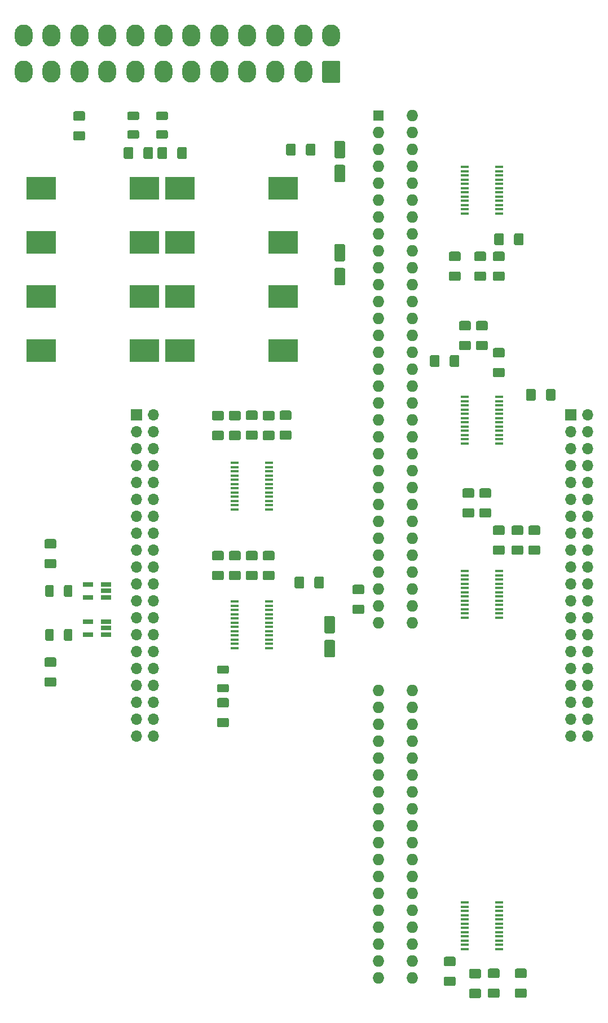
<source format=gbr>
G04 #@! TF.GenerationSoftware,KiCad,Pcbnew,(5.1.0)-1*
G04 #@! TF.CreationDate,2019-04-26T16:58:35+10:00*
G04 #@! TF.ProjectId,CT2960_Riser,43543239-3630-45f5-9269-7365722e6b69,rev?*
G04 #@! TF.SameCoordinates,Original*
G04 #@! TF.FileFunction,Soldermask,Top*
G04 #@! TF.FilePolarity,Negative*
%FSLAX46Y46*%
G04 Gerber Fmt 4.6, Leading zero omitted, Abs format (unit mm)*
G04 Created by KiCad (PCBNEW (5.1.0)-1) date 2019-04-26 16:58:35*
%MOMM*%
%LPD*%
G04 APERTURE LIST*
%ADD10R,1.560000X0.650000*%
%ADD11C,0.150000*%
%ADD12C,1.600000*%
%ADD13C,1.425000*%
%ADD14R,1.200000X0.400000*%
%ADD15O,1.700000X1.700000*%
%ADD16R,1.700000X1.700000*%
%ADD17O,1.750000X1.750000*%
%ADD18R,1.524000X1.524000*%
%ADD19R,4.500000X3.400000*%
%ADD20C,2.700000*%
%ADD21O,2.700000X3.300000*%
%ADD22C,1.250000*%
G04 APERTURE END LIST*
D10*
X87216000Y-126426000D03*
X87216000Y-124526000D03*
X89916000Y-124526000D03*
X89916000Y-125476000D03*
X89916000Y-126426000D03*
D11*
G36*
X124018865Y-129235202D02*
G01*
X124043095Y-129238796D01*
X124066855Y-129244748D01*
X124089918Y-129253000D01*
X124112061Y-129263472D01*
X124133070Y-129276065D01*
X124152745Y-129290657D01*
X124170894Y-129307106D01*
X124187343Y-129325255D01*
X124201935Y-129344930D01*
X124214528Y-129365939D01*
X124225000Y-129388082D01*
X124233252Y-129411145D01*
X124239204Y-129434905D01*
X124242798Y-129459135D01*
X124244000Y-129483600D01*
X124244000Y-131584400D01*
X124242798Y-131608865D01*
X124239204Y-131633095D01*
X124233252Y-131656855D01*
X124225000Y-131679918D01*
X124214528Y-131702061D01*
X124201935Y-131723070D01*
X124187343Y-131742745D01*
X124170894Y-131760894D01*
X124152745Y-131777343D01*
X124133070Y-131791935D01*
X124112061Y-131804528D01*
X124089918Y-131815000D01*
X124066855Y-131823252D01*
X124043095Y-131829204D01*
X124018865Y-131832798D01*
X123994400Y-131834000D01*
X122893600Y-131834000D01*
X122869135Y-131832798D01*
X122844905Y-131829204D01*
X122821145Y-131823252D01*
X122798082Y-131815000D01*
X122775939Y-131804528D01*
X122754930Y-131791935D01*
X122735255Y-131777343D01*
X122717106Y-131760894D01*
X122700657Y-131742745D01*
X122686065Y-131723070D01*
X122673472Y-131702061D01*
X122663000Y-131679918D01*
X122654748Y-131656855D01*
X122648796Y-131633095D01*
X122645202Y-131608865D01*
X122644000Y-131584400D01*
X122644000Y-129483600D01*
X122645202Y-129459135D01*
X122648796Y-129434905D01*
X122654748Y-129411145D01*
X122663000Y-129388082D01*
X122673472Y-129365939D01*
X122686065Y-129344930D01*
X122700657Y-129325255D01*
X122717106Y-129307106D01*
X122735255Y-129290657D01*
X122754930Y-129276065D01*
X122775939Y-129263472D01*
X122798082Y-129253000D01*
X122821145Y-129244748D01*
X122844905Y-129238796D01*
X122869135Y-129235202D01*
X122893600Y-129234000D01*
X123994400Y-129234000D01*
X124018865Y-129235202D01*
X124018865Y-129235202D01*
G37*
D12*
X123444000Y-130534000D03*
D11*
G36*
X124018504Y-132835204D02*
G01*
X124042773Y-132838804D01*
X124066571Y-132844765D01*
X124089671Y-132853030D01*
X124111849Y-132863520D01*
X124132893Y-132876133D01*
X124152598Y-132890747D01*
X124170777Y-132907223D01*
X124187253Y-132925402D01*
X124201867Y-132945107D01*
X124214480Y-132966151D01*
X124224970Y-132988329D01*
X124233235Y-133011429D01*
X124239196Y-133035227D01*
X124242796Y-133059496D01*
X124244000Y-133084000D01*
X124244000Y-135184000D01*
X124242796Y-135208504D01*
X124239196Y-135232773D01*
X124233235Y-135256571D01*
X124224970Y-135279671D01*
X124214480Y-135301849D01*
X124201867Y-135322893D01*
X124187253Y-135342598D01*
X124170777Y-135360777D01*
X124152598Y-135377253D01*
X124132893Y-135391867D01*
X124111849Y-135404480D01*
X124089671Y-135414970D01*
X124066571Y-135423235D01*
X124042773Y-135429196D01*
X124018504Y-135432796D01*
X123994000Y-135434000D01*
X122894000Y-135434000D01*
X122869496Y-135432796D01*
X122845227Y-135429196D01*
X122821429Y-135423235D01*
X122798329Y-135414970D01*
X122776151Y-135404480D01*
X122755107Y-135391867D01*
X122735402Y-135377253D01*
X122717223Y-135360777D01*
X122700747Y-135342598D01*
X122686133Y-135322893D01*
X122673520Y-135301849D01*
X122663030Y-135279671D01*
X122654765Y-135256571D01*
X122648804Y-135232773D01*
X122645204Y-135208504D01*
X122644000Y-135184000D01*
X122644000Y-133084000D01*
X122645204Y-133059496D01*
X122648804Y-133035227D01*
X122654765Y-133011429D01*
X122663030Y-132988329D01*
X122673520Y-132966151D01*
X122686133Y-132945107D01*
X122700747Y-132925402D01*
X122717223Y-132907223D01*
X122735402Y-132890747D01*
X122755107Y-132876133D01*
X122776151Y-132863520D01*
X122798329Y-132853030D01*
X122821429Y-132844765D01*
X122845227Y-132838804D01*
X122869496Y-132835204D01*
X122894000Y-132834000D01*
X123994000Y-132834000D01*
X124018504Y-132835204D01*
X124018504Y-132835204D01*
G37*
D12*
X123444000Y-134134000D03*
D11*
G36*
X125542504Y-57861204D02*
G01*
X125566773Y-57864804D01*
X125590571Y-57870765D01*
X125613671Y-57879030D01*
X125635849Y-57889520D01*
X125656893Y-57902133D01*
X125676598Y-57916747D01*
X125694777Y-57933223D01*
X125711253Y-57951402D01*
X125725867Y-57971107D01*
X125738480Y-57992151D01*
X125748970Y-58014329D01*
X125757235Y-58037429D01*
X125763196Y-58061227D01*
X125766796Y-58085496D01*
X125768000Y-58110000D01*
X125768000Y-60210000D01*
X125766796Y-60234504D01*
X125763196Y-60258773D01*
X125757235Y-60282571D01*
X125748970Y-60305671D01*
X125738480Y-60327849D01*
X125725867Y-60348893D01*
X125711253Y-60368598D01*
X125694777Y-60386777D01*
X125676598Y-60403253D01*
X125656893Y-60417867D01*
X125635849Y-60430480D01*
X125613671Y-60440970D01*
X125590571Y-60449235D01*
X125566773Y-60455196D01*
X125542504Y-60458796D01*
X125518000Y-60460000D01*
X124418000Y-60460000D01*
X124393496Y-60458796D01*
X124369227Y-60455196D01*
X124345429Y-60449235D01*
X124322329Y-60440970D01*
X124300151Y-60430480D01*
X124279107Y-60417867D01*
X124259402Y-60403253D01*
X124241223Y-60386777D01*
X124224747Y-60368598D01*
X124210133Y-60348893D01*
X124197520Y-60327849D01*
X124187030Y-60305671D01*
X124178765Y-60282571D01*
X124172804Y-60258773D01*
X124169204Y-60234504D01*
X124168000Y-60210000D01*
X124168000Y-58110000D01*
X124169204Y-58085496D01*
X124172804Y-58061227D01*
X124178765Y-58037429D01*
X124187030Y-58014329D01*
X124197520Y-57992151D01*
X124210133Y-57971107D01*
X124224747Y-57951402D01*
X124241223Y-57933223D01*
X124259402Y-57916747D01*
X124279107Y-57902133D01*
X124300151Y-57889520D01*
X124322329Y-57879030D01*
X124345429Y-57870765D01*
X124369227Y-57864804D01*
X124393496Y-57861204D01*
X124418000Y-57860000D01*
X125518000Y-57860000D01*
X125542504Y-57861204D01*
X125542504Y-57861204D01*
G37*
D12*
X124968000Y-59160000D03*
D11*
G36*
X125542504Y-61461204D02*
G01*
X125566773Y-61464804D01*
X125590571Y-61470765D01*
X125613671Y-61479030D01*
X125635849Y-61489520D01*
X125656893Y-61502133D01*
X125676598Y-61516747D01*
X125694777Y-61533223D01*
X125711253Y-61551402D01*
X125725867Y-61571107D01*
X125738480Y-61592151D01*
X125748970Y-61614329D01*
X125757235Y-61637429D01*
X125763196Y-61661227D01*
X125766796Y-61685496D01*
X125768000Y-61710000D01*
X125768000Y-63810000D01*
X125766796Y-63834504D01*
X125763196Y-63858773D01*
X125757235Y-63882571D01*
X125748970Y-63905671D01*
X125738480Y-63927849D01*
X125725867Y-63948893D01*
X125711253Y-63968598D01*
X125694777Y-63986777D01*
X125676598Y-64003253D01*
X125656893Y-64017867D01*
X125635849Y-64030480D01*
X125613671Y-64040970D01*
X125590571Y-64049235D01*
X125566773Y-64055196D01*
X125542504Y-64058796D01*
X125518000Y-64060000D01*
X124418000Y-64060000D01*
X124393496Y-64058796D01*
X124369227Y-64055196D01*
X124345429Y-64049235D01*
X124322329Y-64040970D01*
X124300151Y-64030480D01*
X124279107Y-64017867D01*
X124259402Y-64003253D01*
X124241223Y-63986777D01*
X124224747Y-63968598D01*
X124210133Y-63948893D01*
X124197520Y-63927849D01*
X124187030Y-63905671D01*
X124178765Y-63882571D01*
X124172804Y-63858773D01*
X124169204Y-63834504D01*
X124168000Y-63810000D01*
X124168000Y-61710000D01*
X124169204Y-61685496D01*
X124172804Y-61661227D01*
X124178765Y-61637429D01*
X124187030Y-61614329D01*
X124197520Y-61592151D01*
X124210133Y-61571107D01*
X124224747Y-61551402D01*
X124241223Y-61533223D01*
X124259402Y-61516747D01*
X124279107Y-61502133D01*
X124300151Y-61489520D01*
X124322329Y-61479030D01*
X124345429Y-61470765D01*
X124369227Y-61464804D01*
X124393496Y-61461204D01*
X124418000Y-61460000D01*
X125518000Y-61460000D01*
X125542504Y-61461204D01*
X125542504Y-61461204D01*
G37*
D12*
X124968000Y-62760000D03*
D11*
G36*
X125542504Y-76955204D02*
G01*
X125566773Y-76958804D01*
X125590571Y-76964765D01*
X125613671Y-76973030D01*
X125635849Y-76983520D01*
X125656893Y-76996133D01*
X125676598Y-77010747D01*
X125694777Y-77027223D01*
X125711253Y-77045402D01*
X125725867Y-77065107D01*
X125738480Y-77086151D01*
X125748970Y-77108329D01*
X125757235Y-77131429D01*
X125763196Y-77155227D01*
X125766796Y-77179496D01*
X125768000Y-77204000D01*
X125768000Y-79304000D01*
X125766796Y-79328504D01*
X125763196Y-79352773D01*
X125757235Y-79376571D01*
X125748970Y-79399671D01*
X125738480Y-79421849D01*
X125725867Y-79442893D01*
X125711253Y-79462598D01*
X125694777Y-79480777D01*
X125676598Y-79497253D01*
X125656893Y-79511867D01*
X125635849Y-79524480D01*
X125613671Y-79534970D01*
X125590571Y-79543235D01*
X125566773Y-79549196D01*
X125542504Y-79552796D01*
X125518000Y-79554000D01*
X124418000Y-79554000D01*
X124393496Y-79552796D01*
X124369227Y-79549196D01*
X124345429Y-79543235D01*
X124322329Y-79534970D01*
X124300151Y-79524480D01*
X124279107Y-79511867D01*
X124259402Y-79497253D01*
X124241223Y-79480777D01*
X124224747Y-79462598D01*
X124210133Y-79442893D01*
X124197520Y-79421849D01*
X124187030Y-79399671D01*
X124178765Y-79376571D01*
X124172804Y-79352773D01*
X124169204Y-79328504D01*
X124168000Y-79304000D01*
X124168000Y-77204000D01*
X124169204Y-77179496D01*
X124172804Y-77155227D01*
X124178765Y-77131429D01*
X124187030Y-77108329D01*
X124197520Y-77086151D01*
X124210133Y-77065107D01*
X124224747Y-77045402D01*
X124241223Y-77027223D01*
X124259402Y-77010747D01*
X124279107Y-76996133D01*
X124300151Y-76983520D01*
X124322329Y-76973030D01*
X124345429Y-76964765D01*
X124369227Y-76958804D01*
X124393496Y-76955204D01*
X124418000Y-76954000D01*
X125518000Y-76954000D01*
X125542504Y-76955204D01*
X125542504Y-76955204D01*
G37*
D12*
X124968000Y-78254000D03*
D11*
G36*
X125542504Y-73355204D02*
G01*
X125566773Y-73358804D01*
X125590571Y-73364765D01*
X125613671Y-73373030D01*
X125635849Y-73383520D01*
X125656893Y-73396133D01*
X125676598Y-73410747D01*
X125694777Y-73427223D01*
X125711253Y-73445402D01*
X125725867Y-73465107D01*
X125738480Y-73486151D01*
X125748970Y-73508329D01*
X125757235Y-73531429D01*
X125763196Y-73555227D01*
X125766796Y-73579496D01*
X125768000Y-73604000D01*
X125768000Y-75704000D01*
X125766796Y-75728504D01*
X125763196Y-75752773D01*
X125757235Y-75776571D01*
X125748970Y-75799671D01*
X125738480Y-75821849D01*
X125725867Y-75842893D01*
X125711253Y-75862598D01*
X125694777Y-75880777D01*
X125676598Y-75897253D01*
X125656893Y-75911867D01*
X125635849Y-75924480D01*
X125613671Y-75934970D01*
X125590571Y-75943235D01*
X125566773Y-75949196D01*
X125542504Y-75952796D01*
X125518000Y-75954000D01*
X124418000Y-75954000D01*
X124393496Y-75952796D01*
X124369227Y-75949196D01*
X124345429Y-75943235D01*
X124322329Y-75934970D01*
X124300151Y-75924480D01*
X124279107Y-75911867D01*
X124259402Y-75897253D01*
X124241223Y-75880777D01*
X124224747Y-75862598D01*
X124210133Y-75842893D01*
X124197520Y-75821849D01*
X124187030Y-75799671D01*
X124178765Y-75776571D01*
X124172804Y-75752773D01*
X124169204Y-75728504D01*
X124168000Y-75704000D01*
X124168000Y-73604000D01*
X124169204Y-73579496D01*
X124172804Y-73555227D01*
X124178765Y-73531429D01*
X124187030Y-73508329D01*
X124197520Y-73486151D01*
X124210133Y-73465107D01*
X124224747Y-73445402D01*
X124241223Y-73427223D01*
X124259402Y-73410747D01*
X124279107Y-73396133D01*
X124300151Y-73383520D01*
X124322329Y-73373030D01*
X124345429Y-73364765D01*
X124369227Y-73358804D01*
X124393496Y-73355204D01*
X124418000Y-73354000D01*
X125518000Y-73354000D01*
X125542504Y-73355204D01*
X125542504Y-73355204D01*
G37*
D12*
X124968000Y-74654000D03*
D11*
G36*
X86502069Y-56402201D02*
G01*
X86526276Y-56405792D01*
X86550015Y-56411738D01*
X86573057Y-56419982D01*
X86595180Y-56430446D01*
X86616171Y-56443027D01*
X86635827Y-56457605D01*
X86653960Y-56474040D01*
X86670395Y-56492173D01*
X86684973Y-56511829D01*
X86697554Y-56532820D01*
X86708018Y-56554943D01*
X86716262Y-56577985D01*
X86722208Y-56601724D01*
X86725799Y-56625931D01*
X86727000Y-56650374D01*
X86727000Y-57576626D01*
X86725799Y-57601069D01*
X86722208Y-57625276D01*
X86716262Y-57649015D01*
X86708018Y-57672057D01*
X86697554Y-57694180D01*
X86684973Y-57715171D01*
X86670395Y-57734827D01*
X86653960Y-57752960D01*
X86635827Y-57769395D01*
X86616171Y-57783973D01*
X86595180Y-57796554D01*
X86573057Y-57807018D01*
X86550015Y-57815262D01*
X86526276Y-57821208D01*
X86502069Y-57824799D01*
X86477626Y-57826000D01*
X85226374Y-57826000D01*
X85201931Y-57824799D01*
X85177724Y-57821208D01*
X85153985Y-57815262D01*
X85130943Y-57807018D01*
X85108820Y-57796554D01*
X85087829Y-57783973D01*
X85068173Y-57769395D01*
X85050040Y-57752960D01*
X85033605Y-57734827D01*
X85019027Y-57715171D01*
X85006446Y-57694180D01*
X84995982Y-57672057D01*
X84987738Y-57649015D01*
X84981792Y-57625276D01*
X84978201Y-57601069D01*
X84977000Y-57576626D01*
X84977000Y-56650374D01*
X84978201Y-56625931D01*
X84981792Y-56601724D01*
X84987738Y-56577985D01*
X84995982Y-56554943D01*
X85006446Y-56532820D01*
X85019027Y-56511829D01*
X85033605Y-56492173D01*
X85050040Y-56474040D01*
X85068173Y-56457605D01*
X85087829Y-56443027D01*
X85108820Y-56430446D01*
X85130943Y-56419982D01*
X85153985Y-56411738D01*
X85177724Y-56405792D01*
X85201931Y-56402201D01*
X85226374Y-56401000D01*
X86477626Y-56401000D01*
X86502069Y-56402201D01*
X86502069Y-56402201D01*
G37*
D13*
X85852000Y-57113500D03*
D11*
G36*
X86501504Y-53427204D02*
G01*
X86525773Y-53430804D01*
X86549571Y-53436765D01*
X86572671Y-53445030D01*
X86594849Y-53455520D01*
X86615893Y-53468133D01*
X86635598Y-53482747D01*
X86653777Y-53499223D01*
X86670253Y-53517402D01*
X86684867Y-53537107D01*
X86697480Y-53558151D01*
X86707970Y-53580329D01*
X86716235Y-53603429D01*
X86722196Y-53627227D01*
X86725796Y-53651496D01*
X86727000Y-53676000D01*
X86727000Y-54601000D01*
X86725796Y-54625504D01*
X86722196Y-54649773D01*
X86716235Y-54673571D01*
X86707970Y-54696671D01*
X86697480Y-54718849D01*
X86684867Y-54739893D01*
X86670253Y-54759598D01*
X86653777Y-54777777D01*
X86635598Y-54794253D01*
X86615893Y-54808867D01*
X86594849Y-54821480D01*
X86572671Y-54831970D01*
X86549571Y-54840235D01*
X86525773Y-54846196D01*
X86501504Y-54849796D01*
X86477000Y-54851000D01*
X85227000Y-54851000D01*
X85202496Y-54849796D01*
X85178227Y-54846196D01*
X85154429Y-54840235D01*
X85131329Y-54831970D01*
X85109151Y-54821480D01*
X85088107Y-54808867D01*
X85068402Y-54794253D01*
X85050223Y-54777777D01*
X85033747Y-54759598D01*
X85019133Y-54739893D01*
X85006520Y-54718849D01*
X84996030Y-54696671D01*
X84987765Y-54673571D01*
X84981804Y-54649773D01*
X84978204Y-54625504D01*
X84977000Y-54601000D01*
X84977000Y-53676000D01*
X84978204Y-53651496D01*
X84981804Y-53627227D01*
X84987765Y-53603429D01*
X84996030Y-53580329D01*
X85006520Y-53558151D01*
X85019133Y-53537107D01*
X85033747Y-53517402D01*
X85050223Y-53499223D01*
X85068402Y-53482747D01*
X85088107Y-53468133D01*
X85109151Y-53455520D01*
X85131329Y-53445030D01*
X85154429Y-53436765D01*
X85178227Y-53430804D01*
X85202496Y-53427204D01*
X85227000Y-53426000D01*
X86477000Y-53426000D01*
X86501504Y-53427204D01*
X86501504Y-53427204D01*
G37*
D13*
X85852000Y-54138500D03*
D11*
G36*
X121101069Y-58308201D02*
G01*
X121125276Y-58311792D01*
X121149015Y-58317738D01*
X121172057Y-58325982D01*
X121194180Y-58336446D01*
X121215171Y-58349027D01*
X121234827Y-58363605D01*
X121252960Y-58380040D01*
X121269395Y-58398173D01*
X121283973Y-58417829D01*
X121296554Y-58438820D01*
X121307018Y-58460943D01*
X121315262Y-58483985D01*
X121321208Y-58507724D01*
X121324799Y-58531931D01*
X121326000Y-58556374D01*
X121326000Y-59807626D01*
X121324799Y-59832069D01*
X121321208Y-59856276D01*
X121315262Y-59880015D01*
X121307018Y-59903057D01*
X121296554Y-59925180D01*
X121283973Y-59946171D01*
X121269395Y-59965827D01*
X121252960Y-59983960D01*
X121234827Y-60000395D01*
X121215171Y-60014973D01*
X121194180Y-60027554D01*
X121172057Y-60038018D01*
X121149015Y-60046262D01*
X121125276Y-60052208D01*
X121101069Y-60055799D01*
X121076626Y-60057000D01*
X120150374Y-60057000D01*
X120125931Y-60055799D01*
X120101724Y-60052208D01*
X120077985Y-60046262D01*
X120054943Y-60038018D01*
X120032820Y-60027554D01*
X120011829Y-60014973D01*
X119992173Y-60000395D01*
X119974040Y-59983960D01*
X119957605Y-59965827D01*
X119943027Y-59946171D01*
X119930446Y-59925180D01*
X119919982Y-59903057D01*
X119911738Y-59880015D01*
X119905792Y-59856276D01*
X119902201Y-59832069D01*
X119901000Y-59807626D01*
X119901000Y-58556374D01*
X119902201Y-58531931D01*
X119905792Y-58507724D01*
X119911738Y-58483985D01*
X119919982Y-58460943D01*
X119930446Y-58438820D01*
X119943027Y-58417829D01*
X119957605Y-58398173D01*
X119974040Y-58380040D01*
X119992173Y-58363605D01*
X120011829Y-58349027D01*
X120032820Y-58336446D01*
X120054943Y-58325982D01*
X120077985Y-58317738D01*
X120101724Y-58311792D01*
X120125931Y-58308201D01*
X120150374Y-58307000D01*
X121076626Y-58307000D01*
X121101069Y-58308201D01*
X121101069Y-58308201D01*
G37*
D13*
X120613500Y-59182000D03*
D11*
G36*
X118125504Y-58308204D02*
G01*
X118149773Y-58311804D01*
X118173571Y-58317765D01*
X118196671Y-58326030D01*
X118218849Y-58336520D01*
X118239893Y-58349133D01*
X118259598Y-58363747D01*
X118277777Y-58380223D01*
X118294253Y-58398402D01*
X118308867Y-58418107D01*
X118321480Y-58439151D01*
X118331970Y-58461329D01*
X118340235Y-58484429D01*
X118346196Y-58508227D01*
X118349796Y-58532496D01*
X118351000Y-58557000D01*
X118351000Y-59807000D01*
X118349796Y-59831504D01*
X118346196Y-59855773D01*
X118340235Y-59879571D01*
X118331970Y-59902671D01*
X118321480Y-59924849D01*
X118308867Y-59945893D01*
X118294253Y-59965598D01*
X118277777Y-59983777D01*
X118259598Y-60000253D01*
X118239893Y-60014867D01*
X118218849Y-60027480D01*
X118196671Y-60037970D01*
X118173571Y-60046235D01*
X118149773Y-60052196D01*
X118125504Y-60055796D01*
X118101000Y-60057000D01*
X117176000Y-60057000D01*
X117151496Y-60055796D01*
X117127227Y-60052196D01*
X117103429Y-60046235D01*
X117080329Y-60037970D01*
X117058151Y-60027480D01*
X117037107Y-60014867D01*
X117017402Y-60000253D01*
X116999223Y-59983777D01*
X116982747Y-59965598D01*
X116968133Y-59945893D01*
X116955520Y-59924849D01*
X116945030Y-59902671D01*
X116936765Y-59879571D01*
X116930804Y-59855773D01*
X116927204Y-59831504D01*
X116926000Y-59807000D01*
X116926000Y-58557000D01*
X116927204Y-58532496D01*
X116930804Y-58508227D01*
X116936765Y-58484429D01*
X116945030Y-58461329D01*
X116955520Y-58439151D01*
X116968133Y-58418107D01*
X116982747Y-58398402D01*
X116999223Y-58380223D01*
X117017402Y-58363747D01*
X117037107Y-58349133D01*
X117058151Y-58336520D01*
X117080329Y-58326030D01*
X117103429Y-58317765D01*
X117127227Y-58311804D01*
X117151496Y-58308204D01*
X117176000Y-58307000D01*
X118101000Y-58307000D01*
X118125504Y-58308204D01*
X118125504Y-58308204D01*
G37*
D13*
X117638500Y-59182000D03*
D11*
G36*
X142889504Y-74509204D02*
G01*
X142913773Y-74512804D01*
X142937571Y-74518765D01*
X142960671Y-74527030D01*
X142982849Y-74537520D01*
X143003893Y-74550133D01*
X143023598Y-74564747D01*
X143041777Y-74581223D01*
X143058253Y-74599402D01*
X143072867Y-74619107D01*
X143085480Y-74640151D01*
X143095970Y-74662329D01*
X143104235Y-74685429D01*
X143110196Y-74709227D01*
X143113796Y-74733496D01*
X143115000Y-74758000D01*
X143115000Y-75683000D01*
X143113796Y-75707504D01*
X143110196Y-75731773D01*
X143104235Y-75755571D01*
X143095970Y-75778671D01*
X143085480Y-75800849D01*
X143072867Y-75821893D01*
X143058253Y-75841598D01*
X143041777Y-75859777D01*
X143023598Y-75876253D01*
X143003893Y-75890867D01*
X142982849Y-75903480D01*
X142960671Y-75913970D01*
X142937571Y-75922235D01*
X142913773Y-75928196D01*
X142889504Y-75931796D01*
X142865000Y-75933000D01*
X141615000Y-75933000D01*
X141590496Y-75931796D01*
X141566227Y-75928196D01*
X141542429Y-75922235D01*
X141519329Y-75913970D01*
X141497151Y-75903480D01*
X141476107Y-75890867D01*
X141456402Y-75876253D01*
X141438223Y-75859777D01*
X141421747Y-75841598D01*
X141407133Y-75821893D01*
X141394520Y-75800849D01*
X141384030Y-75778671D01*
X141375765Y-75755571D01*
X141369804Y-75731773D01*
X141366204Y-75707504D01*
X141365000Y-75683000D01*
X141365000Y-74758000D01*
X141366204Y-74733496D01*
X141369804Y-74709227D01*
X141375765Y-74685429D01*
X141384030Y-74662329D01*
X141394520Y-74640151D01*
X141407133Y-74619107D01*
X141421747Y-74599402D01*
X141438223Y-74581223D01*
X141456402Y-74564747D01*
X141476107Y-74550133D01*
X141497151Y-74537520D01*
X141519329Y-74527030D01*
X141542429Y-74518765D01*
X141566227Y-74512804D01*
X141590496Y-74509204D01*
X141615000Y-74508000D01*
X142865000Y-74508000D01*
X142889504Y-74509204D01*
X142889504Y-74509204D01*
G37*
D13*
X142240000Y-75220500D03*
D11*
G36*
X142889504Y-77484204D02*
G01*
X142913773Y-77487804D01*
X142937571Y-77493765D01*
X142960671Y-77502030D01*
X142982849Y-77512520D01*
X143003893Y-77525133D01*
X143023598Y-77539747D01*
X143041777Y-77556223D01*
X143058253Y-77574402D01*
X143072867Y-77594107D01*
X143085480Y-77615151D01*
X143095970Y-77637329D01*
X143104235Y-77660429D01*
X143110196Y-77684227D01*
X143113796Y-77708496D01*
X143115000Y-77733000D01*
X143115000Y-78658000D01*
X143113796Y-78682504D01*
X143110196Y-78706773D01*
X143104235Y-78730571D01*
X143095970Y-78753671D01*
X143085480Y-78775849D01*
X143072867Y-78796893D01*
X143058253Y-78816598D01*
X143041777Y-78834777D01*
X143023598Y-78851253D01*
X143003893Y-78865867D01*
X142982849Y-78878480D01*
X142960671Y-78888970D01*
X142937571Y-78897235D01*
X142913773Y-78903196D01*
X142889504Y-78906796D01*
X142865000Y-78908000D01*
X141615000Y-78908000D01*
X141590496Y-78906796D01*
X141566227Y-78903196D01*
X141542429Y-78897235D01*
X141519329Y-78888970D01*
X141497151Y-78878480D01*
X141476107Y-78865867D01*
X141456402Y-78851253D01*
X141438223Y-78834777D01*
X141421747Y-78816598D01*
X141407133Y-78796893D01*
X141394520Y-78775849D01*
X141384030Y-78753671D01*
X141375765Y-78730571D01*
X141369804Y-78706773D01*
X141366204Y-78682504D01*
X141365000Y-78658000D01*
X141365000Y-77733000D01*
X141366204Y-77708496D01*
X141369804Y-77684227D01*
X141375765Y-77660429D01*
X141384030Y-77637329D01*
X141394520Y-77615151D01*
X141407133Y-77594107D01*
X141421747Y-77574402D01*
X141438223Y-77556223D01*
X141456402Y-77539747D01*
X141476107Y-77525133D01*
X141497151Y-77512520D01*
X141519329Y-77502030D01*
X141542429Y-77493765D01*
X141566227Y-77487804D01*
X141590496Y-77484204D01*
X141615000Y-77483000D01*
X142865000Y-77483000D01*
X142889504Y-77484204D01*
X142889504Y-77484204D01*
G37*
D13*
X142240000Y-78195500D03*
D14*
X143704000Y-179260500D03*
X143704000Y-178625500D03*
X143704000Y-177990500D03*
X143704000Y-177355500D03*
X143704000Y-176720500D03*
X143704000Y-176085500D03*
X143704000Y-175450500D03*
X143704000Y-174815500D03*
X143704000Y-174180500D03*
X143704000Y-173545500D03*
X143704000Y-172910500D03*
X143704000Y-172275500D03*
X148904000Y-172275500D03*
X148904000Y-172910500D03*
X148904000Y-173545500D03*
X148904000Y-174180500D03*
X148904000Y-174815500D03*
X148904000Y-175450500D03*
X148904000Y-176085500D03*
X148904000Y-176720500D03*
X148904000Y-177355500D03*
X148904000Y-177990500D03*
X148904000Y-178625500D03*
X148904000Y-179260500D03*
X148904000Y-96329500D03*
X148904000Y-96964500D03*
X148904000Y-97599500D03*
X148904000Y-98234500D03*
X148904000Y-98869500D03*
X148904000Y-99504500D03*
X148904000Y-100139500D03*
X148904000Y-100774500D03*
X148904000Y-101409500D03*
X148904000Y-102044500D03*
X148904000Y-102679500D03*
X148904000Y-103314500D03*
X143704000Y-103314500D03*
X143704000Y-102679500D03*
X143704000Y-102044500D03*
X143704000Y-101409500D03*
X143704000Y-100774500D03*
X143704000Y-100139500D03*
X143704000Y-99504500D03*
X143704000Y-98869500D03*
X143704000Y-98234500D03*
X143704000Y-97599500D03*
X143704000Y-96964500D03*
X143704000Y-96329500D03*
X143704000Y-68770500D03*
X143704000Y-68135500D03*
X143704000Y-67500500D03*
X143704000Y-66865500D03*
X143704000Y-66230500D03*
X143704000Y-65595500D03*
X143704000Y-64960500D03*
X143704000Y-64325500D03*
X143704000Y-63690500D03*
X143704000Y-63055500D03*
X143704000Y-62420500D03*
X143704000Y-61785500D03*
X148904000Y-61785500D03*
X148904000Y-62420500D03*
X148904000Y-63055500D03*
X148904000Y-63690500D03*
X148904000Y-64325500D03*
X148904000Y-64960500D03*
X148904000Y-65595500D03*
X148904000Y-66230500D03*
X148904000Y-66865500D03*
X148904000Y-67500500D03*
X148904000Y-68135500D03*
X148904000Y-68770500D03*
D10*
X87216000Y-132014000D03*
X87216000Y-130114000D03*
X89916000Y-130114000D03*
X89916000Y-131064000D03*
X89916000Y-132014000D03*
D11*
G36*
X154827504Y-118632204D02*
G01*
X154851773Y-118635804D01*
X154875571Y-118641765D01*
X154898671Y-118650030D01*
X154920849Y-118660520D01*
X154941893Y-118673133D01*
X154961598Y-118687747D01*
X154979777Y-118704223D01*
X154996253Y-118722402D01*
X155010867Y-118742107D01*
X155023480Y-118763151D01*
X155033970Y-118785329D01*
X155042235Y-118808429D01*
X155048196Y-118832227D01*
X155051796Y-118856496D01*
X155053000Y-118881000D01*
X155053000Y-119806000D01*
X155051796Y-119830504D01*
X155048196Y-119854773D01*
X155042235Y-119878571D01*
X155033970Y-119901671D01*
X155023480Y-119923849D01*
X155010867Y-119944893D01*
X154996253Y-119964598D01*
X154979777Y-119982777D01*
X154961598Y-119999253D01*
X154941893Y-120013867D01*
X154920849Y-120026480D01*
X154898671Y-120036970D01*
X154875571Y-120045235D01*
X154851773Y-120051196D01*
X154827504Y-120054796D01*
X154803000Y-120056000D01*
X153553000Y-120056000D01*
X153528496Y-120054796D01*
X153504227Y-120051196D01*
X153480429Y-120045235D01*
X153457329Y-120036970D01*
X153435151Y-120026480D01*
X153414107Y-120013867D01*
X153394402Y-119999253D01*
X153376223Y-119982777D01*
X153359747Y-119964598D01*
X153345133Y-119944893D01*
X153332520Y-119923849D01*
X153322030Y-119901671D01*
X153313765Y-119878571D01*
X153307804Y-119854773D01*
X153304204Y-119830504D01*
X153303000Y-119806000D01*
X153303000Y-118881000D01*
X153304204Y-118856496D01*
X153307804Y-118832227D01*
X153313765Y-118808429D01*
X153322030Y-118785329D01*
X153332520Y-118763151D01*
X153345133Y-118742107D01*
X153359747Y-118722402D01*
X153376223Y-118704223D01*
X153394402Y-118687747D01*
X153414107Y-118673133D01*
X153435151Y-118660520D01*
X153457329Y-118650030D01*
X153480429Y-118641765D01*
X153504227Y-118635804D01*
X153528496Y-118632204D01*
X153553000Y-118631000D01*
X154803000Y-118631000D01*
X154827504Y-118632204D01*
X154827504Y-118632204D01*
G37*
D13*
X154178000Y-119343500D03*
D11*
G36*
X154827504Y-115657204D02*
G01*
X154851773Y-115660804D01*
X154875571Y-115666765D01*
X154898671Y-115675030D01*
X154920849Y-115685520D01*
X154941893Y-115698133D01*
X154961598Y-115712747D01*
X154979777Y-115729223D01*
X154996253Y-115747402D01*
X155010867Y-115767107D01*
X155023480Y-115788151D01*
X155033970Y-115810329D01*
X155042235Y-115833429D01*
X155048196Y-115857227D01*
X155051796Y-115881496D01*
X155053000Y-115906000D01*
X155053000Y-116831000D01*
X155051796Y-116855504D01*
X155048196Y-116879773D01*
X155042235Y-116903571D01*
X155033970Y-116926671D01*
X155023480Y-116948849D01*
X155010867Y-116969893D01*
X154996253Y-116989598D01*
X154979777Y-117007777D01*
X154961598Y-117024253D01*
X154941893Y-117038867D01*
X154920849Y-117051480D01*
X154898671Y-117061970D01*
X154875571Y-117070235D01*
X154851773Y-117076196D01*
X154827504Y-117079796D01*
X154803000Y-117081000D01*
X153553000Y-117081000D01*
X153528496Y-117079796D01*
X153504227Y-117076196D01*
X153480429Y-117070235D01*
X153457329Y-117061970D01*
X153435151Y-117051480D01*
X153414107Y-117038867D01*
X153394402Y-117024253D01*
X153376223Y-117007777D01*
X153359747Y-116989598D01*
X153345133Y-116969893D01*
X153332520Y-116948849D01*
X153322030Y-116926671D01*
X153313765Y-116903571D01*
X153307804Y-116879773D01*
X153304204Y-116855504D01*
X153303000Y-116831000D01*
X153303000Y-115906000D01*
X153304204Y-115881496D01*
X153307804Y-115857227D01*
X153313765Y-115833429D01*
X153322030Y-115810329D01*
X153332520Y-115788151D01*
X153345133Y-115767107D01*
X153359747Y-115747402D01*
X153376223Y-115729223D01*
X153394402Y-115712747D01*
X153414107Y-115698133D01*
X153435151Y-115685520D01*
X153457329Y-115675030D01*
X153480429Y-115666765D01*
X153504227Y-115660804D01*
X153528496Y-115657204D01*
X153553000Y-115656000D01*
X154803000Y-115656000D01*
X154827504Y-115657204D01*
X154827504Y-115657204D01*
G37*
D13*
X154178000Y-116368500D03*
D11*
G36*
X154157004Y-95138204D02*
G01*
X154181273Y-95141804D01*
X154205071Y-95147765D01*
X154228171Y-95156030D01*
X154250349Y-95166520D01*
X154271393Y-95179133D01*
X154291098Y-95193747D01*
X154309277Y-95210223D01*
X154325753Y-95228402D01*
X154340367Y-95248107D01*
X154352980Y-95269151D01*
X154363470Y-95291329D01*
X154371735Y-95314429D01*
X154377696Y-95338227D01*
X154381296Y-95362496D01*
X154382500Y-95387000D01*
X154382500Y-96637000D01*
X154381296Y-96661504D01*
X154377696Y-96685773D01*
X154371735Y-96709571D01*
X154363470Y-96732671D01*
X154352980Y-96754849D01*
X154340367Y-96775893D01*
X154325753Y-96795598D01*
X154309277Y-96813777D01*
X154291098Y-96830253D01*
X154271393Y-96844867D01*
X154250349Y-96857480D01*
X154228171Y-96867970D01*
X154205071Y-96876235D01*
X154181273Y-96882196D01*
X154157004Y-96885796D01*
X154132500Y-96887000D01*
X153207500Y-96887000D01*
X153182996Y-96885796D01*
X153158727Y-96882196D01*
X153134929Y-96876235D01*
X153111829Y-96867970D01*
X153089651Y-96857480D01*
X153068607Y-96844867D01*
X153048902Y-96830253D01*
X153030723Y-96813777D01*
X153014247Y-96795598D01*
X152999633Y-96775893D01*
X152987020Y-96754849D01*
X152976530Y-96732671D01*
X152968265Y-96709571D01*
X152962304Y-96685773D01*
X152958704Y-96661504D01*
X152957500Y-96637000D01*
X152957500Y-95387000D01*
X152958704Y-95362496D01*
X152962304Y-95338227D01*
X152968265Y-95314429D01*
X152976530Y-95291329D01*
X152987020Y-95269151D01*
X152999633Y-95248107D01*
X153014247Y-95228402D01*
X153030723Y-95210223D01*
X153048902Y-95193747D01*
X153068607Y-95179133D01*
X153089651Y-95166520D01*
X153111829Y-95156030D01*
X153134929Y-95147765D01*
X153158727Y-95141804D01*
X153182996Y-95138204D01*
X153207500Y-95137000D01*
X154132500Y-95137000D01*
X154157004Y-95138204D01*
X154157004Y-95138204D01*
G37*
D13*
X153670000Y-96012000D03*
D11*
G36*
X157132004Y-95138204D02*
G01*
X157156273Y-95141804D01*
X157180071Y-95147765D01*
X157203171Y-95156030D01*
X157225349Y-95166520D01*
X157246393Y-95179133D01*
X157266098Y-95193747D01*
X157284277Y-95210223D01*
X157300753Y-95228402D01*
X157315367Y-95248107D01*
X157327980Y-95269151D01*
X157338470Y-95291329D01*
X157346735Y-95314429D01*
X157352696Y-95338227D01*
X157356296Y-95362496D01*
X157357500Y-95387000D01*
X157357500Y-96637000D01*
X157356296Y-96661504D01*
X157352696Y-96685773D01*
X157346735Y-96709571D01*
X157338470Y-96732671D01*
X157327980Y-96754849D01*
X157315367Y-96775893D01*
X157300753Y-96795598D01*
X157284277Y-96813777D01*
X157266098Y-96830253D01*
X157246393Y-96844867D01*
X157225349Y-96857480D01*
X157203171Y-96867970D01*
X157180071Y-96876235D01*
X157156273Y-96882196D01*
X157132004Y-96885796D01*
X157107500Y-96887000D01*
X156182500Y-96887000D01*
X156157996Y-96885796D01*
X156133727Y-96882196D01*
X156109929Y-96876235D01*
X156086829Y-96867970D01*
X156064651Y-96857480D01*
X156043607Y-96844867D01*
X156023902Y-96830253D01*
X156005723Y-96813777D01*
X155989247Y-96795598D01*
X155974633Y-96775893D01*
X155962020Y-96754849D01*
X155951530Y-96732671D01*
X155943265Y-96709571D01*
X155937304Y-96685773D01*
X155933704Y-96661504D01*
X155932500Y-96637000D01*
X155932500Y-95387000D01*
X155933704Y-95362496D01*
X155937304Y-95338227D01*
X155943265Y-95314429D01*
X155951530Y-95291329D01*
X155962020Y-95269151D01*
X155974633Y-95248107D01*
X155989247Y-95228402D01*
X156005723Y-95210223D01*
X156023902Y-95193747D01*
X156043607Y-95179133D01*
X156064651Y-95166520D01*
X156086829Y-95156030D01*
X156109929Y-95147765D01*
X156133727Y-95141804D01*
X156157996Y-95138204D01*
X156182500Y-95137000D01*
X157107500Y-95137000D01*
X157132004Y-95138204D01*
X157132004Y-95138204D01*
G37*
D13*
X156645000Y-96012000D03*
D11*
G36*
X142127504Y-180427204D02*
G01*
X142151773Y-180430804D01*
X142175571Y-180436765D01*
X142198671Y-180445030D01*
X142220849Y-180455520D01*
X142241893Y-180468133D01*
X142261598Y-180482747D01*
X142279777Y-180499223D01*
X142296253Y-180517402D01*
X142310867Y-180537107D01*
X142323480Y-180558151D01*
X142333970Y-180580329D01*
X142342235Y-180603429D01*
X142348196Y-180627227D01*
X142351796Y-180651496D01*
X142353000Y-180676000D01*
X142353000Y-181601000D01*
X142351796Y-181625504D01*
X142348196Y-181649773D01*
X142342235Y-181673571D01*
X142333970Y-181696671D01*
X142323480Y-181718849D01*
X142310867Y-181739893D01*
X142296253Y-181759598D01*
X142279777Y-181777777D01*
X142261598Y-181794253D01*
X142241893Y-181808867D01*
X142220849Y-181821480D01*
X142198671Y-181831970D01*
X142175571Y-181840235D01*
X142151773Y-181846196D01*
X142127504Y-181849796D01*
X142103000Y-181851000D01*
X140853000Y-181851000D01*
X140828496Y-181849796D01*
X140804227Y-181846196D01*
X140780429Y-181840235D01*
X140757329Y-181831970D01*
X140735151Y-181821480D01*
X140714107Y-181808867D01*
X140694402Y-181794253D01*
X140676223Y-181777777D01*
X140659747Y-181759598D01*
X140645133Y-181739893D01*
X140632520Y-181718849D01*
X140622030Y-181696671D01*
X140613765Y-181673571D01*
X140607804Y-181649773D01*
X140604204Y-181625504D01*
X140603000Y-181601000D01*
X140603000Y-180676000D01*
X140604204Y-180651496D01*
X140607804Y-180627227D01*
X140613765Y-180603429D01*
X140622030Y-180580329D01*
X140632520Y-180558151D01*
X140645133Y-180537107D01*
X140659747Y-180517402D01*
X140676223Y-180499223D01*
X140694402Y-180482747D01*
X140714107Y-180468133D01*
X140735151Y-180455520D01*
X140757329Y-180445030D01*
X140780429Y-180436765D01*
X140804227Y-180430804D01*
X140828496Y-180427204D01*
X140853000Y-180426000D01*
X142103000Y-180426000D01*
X142127504Y-180427204D01*
X142127504Y-180427204D01*
G37*
D13*
X141478000Y-181138500D03*
D11*
G36*
X142127504Y-183402204D02*
G01*
X142151773Y-183405804D01*
X142175571Y-183411765D01*
X142198671Y-183420030D01*
X142220849Y-183430520D01*
X142241893Y-183443133D01*
X142261598Y-183457747D01*
X142279777Y-183474223D01*
X142296253Y-183492402D01*
X142310867Y-183512107D01*
X142323480Y-183533151D01*
X142333970Y-183555329D01*
X142342235Y-183578429D01*
X142348196Y-183602227D01*
X142351796Y-183626496D01*
X142353000Y-183651000D01*
X142353000Y-184576000D01*
X142351796Y-184600504D01*
X142348196Y-184624773D01*
X142342235Y-184648571D01*
X142333970Y-184671671D01*
X142323480Y-184693849D01*
X142310867Y-184714893D01*
X142296253Y-184734598D01*
X142279777Y-184752777D01*
X142261598Y-184769253D01*
X142241893Y-184783867D01*
X142220849Y-184796480D01*
X142198671Y-184806970D01*
X142175571Y-184815235D01*
X142151773Y-184821196D01*
X142127504Y-184824796D01*
X142103000Y-184826000D01*
X140853000Y-184826000D01*
X140828496Y-184824796D01*
X140804227Y-184821196D01*
X140780429Y-184815235D01*
X140757329Y-184806970D01*
X140735151Y-184796480D01*
X140714107Y-184783867D01*
X140694402Y-184769253D01*
X140676223Y-184752777D01*
X140659747Y-184734598D01*
X140645133Y-184714893D01*
X140632520Y-184693849D01*
X140622030Y-184671671D01*
X140613765Y-184648571D01*
X140607804Y-184624773D01*
X140604204Y-184600504D01*
X140603000Y-184576000D01*
X140603000Y-183651000D01*
X140604204Y-183626496D01*
X140607804Y-183602227D01*
X140613765Y-183578429D01*
X140622030Y-183555329D01*
X140632520Y-183533151D01*
X140645133Y-183512107D01*
X140659747Y-183492402D01*
X140676223Y-183474223D01*
X140694402Y-183457747D01*
X140714107Y-183443133D01*
X140735151Y-183430520D01*
X140757329Y-183420030D01*
X140780429Y-183411765D01*
X140804227Y-183405804D01*
X140828496Y-183402204D01*
X140853000Y-183401000D01*
X142103000Y-183401000D01*
X142127504Y-183402204D01*
X142127504Y-183402204D01*
G37*
D13*
X141478000Y-184113500D03*
D15*
X162220000Y-147258000D03*
X159680000Y-147258000D03*
X162220000Y-144718000D03*
X159680000Y-144718000D03*
X162220000Y-142178000D03*
X159680000Y-142178000D03*
X162220000Y-139638000D03*
X159680000Y-139638000D03*
X162220000Y-137098000D03*
X159680000Y-137098000D03*
X162220000Y-134558000D03*
X159680000Y-134558000D03*
X162220000Y-132018000D03*
X159680000Y-132018000D03*
X162220000Y-129478000D03*
X159680000Y-129478000D03*
X162220000Y-126938000D03*
X159680000Y-126938000D03*
X162220000Y-124398000D03*
X159680000Y-124398000D03*
X162220000Y-121858000D03*
X159680000Y-121858000D03*
X162220000Y-119318000D03*
X159680000Y-119318000D03*
X162220000Y-116778000D03*
X159680000Y-116778000D03*
X162220000Y-114238000D03*
X159680000Y-114238000D03*
X162220000Y-111698000D03*
X159680000Y-111698000D03*
X162220000Y-109158000D03*
X159680000Y-109158000D03*
X162220000Y-106618000D03*
X159680000Y-106618000D03*
X162220000Y-104078000D03*
X159680000Y-104078000D03*
X162220000Y-101538000D03*
X159680000Y-101538000D03*
X162220000Y-98998000D03*
D16*
X159680000Y-98998000D03*
D17*
X135890000Y-183642000D03*
X135890000Y-181102000D03*
X135890000Y-178562000D03*
X135890000Y-176022000D03*
X135890000Y-173482000D03*
X135890000Y-170942000D03*
X135890000Y-168402000D03*
X135890000Y-165862000D03*
X135890000Y-163322000D03*
X135890000Y-160782000D03*
X135890000Y-158242000D03*
X135890000Y-155702000D03*
X135890000Y-153162000D03*
X135890000Y-150622000D03*
X135890000Y-148082000D03*
X135890000Y-145542000D03*
X135890000Y-143002000D03*
X135890000Y-140462000D03*
X130810000Y-183642000D03*
X130810000Y-181102000D03*
X130810000Y-178562000D03*
X130810000Y-176022000D03*
X130810000Y-173482000D03*
X130810000Y-170942000D03*
X130810000Y-168402000D03*
X130810000Y-165862000D03*
X130810000Y-163322000D03*
X130810000Y-160782000D03*
X130810000Y-158242000D03*
X130810000Y-155702000D03*
X130810000Y-153162000D03*
X130810000Y-150622000D03*
X130810000Y-148082000D03*
X130810000Y-145542000D03*
X130810000Y-143002000D03*
X130810000Y-140462000D03*
X135890000Y-130302000D03*
X135890000Y-127762000D03*
X135890000Y-125222000D03*
X135890000Y-122682000D03*
X135890000Y-120142000D03*
X135890000Y-117602000D03*
X135890000Y-115062000D03*
X135890000Y-112522000D03*
X135890000Y-109982000D03*
X135890000Y-107442000D03*
X135890000Y-104902000D03*
X135890000Y-102362000D03*
X135890000Y-99822000D03*
X135890000Y-79502000D03*
X135890000Y-66802000D03*
X135890000Y-97282000D03*
X135890000Y-76962000D03*
X135890000Y-89662000D03*
X135890000Y-92202000D03*
X135890000Y-94742000D03*
X135890000Y-82042000D03*
X135890000Y-74422000D03*
X135890000Y-71882000D03*
X135890000Y-69342000D03*
X135890000Y-84582000D03*
X135890000Y-87122000D03*
X135890000Y-59182000D03*
X135890000Y-64262000D03*
X135890000Y-61722000D03*
X135890000Y-54102000D03*
X135890000Y-56642000D03*
X130810000Y-130302000D03*
X130810000Y-127762000D03*
X130810000Y-125222000D03*
X130810000Y-122682000D03*
X130810000Y-120142000D03*
X130810000Y-117602000D03*
X130810000Y-115062000D03*
X130810000Y-112522000D03*
X130810000Y-109982000D03*
X130810000Y-107442000D03*
X130810000Y-104902000D03*
X130810000Y-102362000D03*
X130810000Y-99822000D03*
X130810000Y-97282000D03*
X130810000Y-94742000D03*
X130810000Y-92202000D03*
X130810000Y-89662000D03*
X130810000Y-87122000D03*
X130810000Y-84582000D03*
X130810000Y-82042000D03*
X130810000Y-79502000D03*
X130810000Y-76962000D03*
X130810000Y-74422000D03*
X130810000Y-71882000D03*
X130810000Y-69342000D03*
X130810000Y-66802000D03*
X130810000Y-64262000D03*
X130810000Y-61722000D03*
X130810000Y-59182000D03*
X130810000Y-56642000D03*
D18*
X130810000Y-54102000D03*
D15*
X96970000Y-147258000D03*
X94430000Y-147258000D03*
X96970000Y-144718000D03*
X94430000Y-144718000D03*
X96970000Y-142178000D03*
X94430000Y-142178000D03*
X96970000Y-139638000D03*
X94430000Y-139638000D03*
X96970000Y-137098000D03*
X94430000Y-137098000D03*
X96970000Y-134558000D03*
X94430000Y-134558000D03*
X96970000Y-132018000D03*
X94430000Y-132018000D03*
X96970000Y-129478000D03*
X94430000Y-129478000D03*
X96970000Y-126938000D03*
X94430000Y-126938000D03*
X96970000Y-124398000D03*
X94430000Y-124398000D03*
X96970000Y-121858000D03*
X94430000Y-121858000D03*
X96970000Y-119318000D03*
X94430000Y-119318000D03*
X96970000Y-116778000D03*
X94430000Y-116778000D03*
X96970000Y-114238000D03*
X94430000Y-114238000D03*
X96970000Y-111698000D03*
X94430000Y-111698000D03*
X96970000Y-109158000D03*
X94430000Y-109158000D03*
X96970000Y-106618000D03*
X94430000Y-106618000D03*
X96970000Y-104078000D03*
X94430000Y-104078000D03*
X96970000Y-101538000D03*
X94430000Y-101538000D03*
X96970000Y-98998000D03*
D16*
X94430000Y-98998000D03*
D14*
X148904000Y-122491500D03*
X148904000Y-123126500D03*
X148904000Y-123761500D03*
X148904000Y-124396500D03*
X148904000Y-125031500D03*
X148904000Y-125666500D03*
X148904000Y-126301500D03*
X148904000Y-126936500D03*
X148904000Y-127571500D03*
X148904000Y-128206500D03*
X148904000Y-128841500D03*
X148904000Y-129476500D03*
X143704000Y-129476500D03*
X143704000Y-128841500D03*
X143704000Y-128206500D03*
X143704000Y-127571500D03*
X143704000Y-126936500D03*
X143704000Y-126301500D03*
X143704000Y-125666500D03*
X143704000Y-125031500D03*
X143704000Y-124396500D03*
X143704000Y-123761500D03*
X143704000Y-123126500D03*
X143704000Y-122491500D03*
X109160000Y-127063500D03*
X109160000Y-127698500D03*
X109160000Y-128333500D03*
X109160000Y-128968500D03*
X109160000Y-129603500D03*
X109160000Y-130238500D03*
X109160000Y-130873500D03*
X109160000Y-131508500D03*
X109160000Y-132143500D03*
X109160000Y-132778500D03*
X109160000Y-133413500D03*
X109160000Y-134048500D03*
X114360000Y-134048500D03*
X114360000Y-133413500D03*
X114360000Y-132778500D03*
X114360000Y-132143500D03*
X114360000Y-131508500D03*
X114360000Y-130873500D03*
X114360000Y-130238500D03*
X114360000Y-129603500D03*
X114360000Y-128968500D03*
X114360000Y-128333500D03*
X114360000Y-127698500D03*
X114360000Y-127063500D03*
X114360000Y-106235500D03*
X114360000Y-106870500D03*
X114360000Y-107505500D03*
X114360000Y-108140500D03*
X114360000Y-108775500D03*
X114360000Y-109410500D03*
X114360000Y-110045500D03*
X114360000Y-110680500D03*
X114360000Y-111315500D03*
X114360000Y-111950500D03*
X114360000Y-112585500D03*
X114360000Y-113220500D03*
X109160000Y-113220500D03*
X109160000Y-112585500D03*
X109160000Y-111950500D03*
X109160000Y-111315500D03*
X109160000Y-110680500D03*
X109160000Y-110045500D03*
X109160000Y-109410500D03*
X109160000Y-108775500D03*
X109160000Y-108140500D03*
X109160000Y-107505500D03*
X109160000Y-106870500D03*
X109160000Y-106235500D03*
D11*
G36*
X128412069Y-124547201D02*
G01*
X128436276Y-124550792D01*
X128460015Y-124556738D01*
X128483057Y-124564982D01*
X128505180Y-124575446D01*
X128526171Y-124588027D01*
X128545827Y-124602605D01*
X128563960Y-124619040D01*
X128580395Y-124637173D01*
X128594973Y-124656829D01*
X128607554Y-124677820D01*
X128618018Y-124699943D01*
X128626262Y-124722985D01*
X128632208Y-124746724D01*
X128635799Y-124770931D01*
X128637000Y-124795374D01*
X128637000Y-125721626D01*
X128635799Y-125746069D01*
X128632208Y-125770276D01*
X128626262Y-125794015D01*
X128618018Y-125817057D01*
X128607554Y-125839180D01*
X128594973Y-125860171D01*
X128580395Y-125879827D01*
X128563960Y-125897960D01*
X128545827Y-125914395D01*
X128526171Y-125928973D01*
X128505180Y-125941554D01*
X128483057Y-125952018D01*
X128460015Y-125960262D01*
X128436276Y-125966208D01*
X128412069Y-125969799D01*
X128387626Y-125971000D01*
X127136374Y-125971000D01*
X127111931Y-125969799D01*
X127087724Y-125966208D01*
X127063985Y-125960262D01*
X127040943Y-125952018D01*
X127018820Y-125941554D01*
X126997829Y-125928973D01*
X126978173Y-125914395D01*
X126960040Y-125897960D01*
X126943605Y-125879827D01*
X126929027Y-125860171D01*
X126916446Y-125839180D01*
X126905982Y-125817057D01*
X126897738Y-125794015D01*
X126891792Y-125770276D01*
X126888201Y-125746069D01*
X126887000Y-125721626D01*
X126887000Y-124795374D01*
X126888201Y-124770931D01*
X126891792Y-124746724D01*
X126897738Y-124722985D01*
X126905982Y-124699943D01*
X126916446Y-124677820D01*
X126929027Y-124656829D01*
X126943605Y-124637173D01*
X126960040Y-124619040D01*
X126978173Y-124602605D01*
X126997829Y-124588027D01*
X127018820Y-124575446D01*
X127040943Y-124564982D01*
X127063985Y-124556738D01*
X127087724Y-124550792D01*
X127111931Y-124547201D01*
X127136374Y-124546000D01*
X128387626Y-124546000D01*
X128412069Y-124547201D01*
X128412069Y-124547201D01*
G37*
D13*
X127762000Y-125258500D03*
D11*
G36*
X128411504Y-127522204D02*
G01*
X128435773Y-127525804D01*
X128459571Y-127531765D01*
X128482671Y-127540030D01*
X128504849Y-127550520D01*
X128525893Y-127563133D01*
X128545598Y-127577747D01*
X128563777Y-127594223D01*
X128580253Y-127612402D01*
X128594867Y-127632107D01*
X128607480Y-127653151D01*
X128617970Y-127675329D01*
X128626235Y-127698429D01*
X128632196Y-127722227D01*
X128635796Y-127746496D01*
X128637000Y-127771000D01*
X128637000Y-128696000D01*
X128635796Y-128720504D01*
X128632196Y-128744773D01*
X128626235Y-128768571D01*
X128617970Y-128791671D01*
X128607480Y-128813849D01*
X128594867Y-128834893D01*
X128580253Y-128854598D01*
X128563777Y-128872777D01*
X128545598Y-128889253D01*
X128525893Y-128903867D01*
X128504849Y-128916480D01*
X128482671Y-128926970D01*
X128459571Y-128935235D01*
X128435773Y-128941196D01*
X128411504Y-128944796D01*
X128387000Y-128946000D01*
X127137000Y-128946000D01*
X127112496Y-128944796D01*
X127088227Y-128941196D01*
X127064429Y-128935235D01*
X127041329Y-128926970D01*
X127019151Y-128916480D01*
X126998107Y-128903867D01*
X126978402Y-128889253D01*
X126960223Y-128872777D01*
X126943747Y-128854598D01*
X126929133Y-128834893D01*
X126916520Y-128813849D01*
X126906030Y-128791671D01*
X126897765Y-128768571D01*
X126891804Y-128744773D01*
X126888204Y-128720504D01*
X126887000Y-128696000D01*
X126887000Y-127771000D01*
X126888204Y-127746496D01*
X126891804Y-127722227D01*
X126897765Y-127698429D01*
X126906030Y-127675329D01*
X126916520Y-127653151D01*
X126929133Y-127632107D01*
X126943747Y-127612402D01*
X126960223Y-127594223D01*
X126978402Y-127577747D01*
X126998107Y-127563133D01*
X127019151Y-127550520D01*
X127041329Y-127540030D01*
X127064429Y-127531765D01*
X127088227Y-127525804D01*
X127112496Y-127522204D01*
X127137000Y-127521000D01*
X128387000Y-127521000D01*
X128411504Y-127522204D01*
X128411504Y-127522204D01*
G37*
D13*
X127762000Y-128233500D03*
D19*
X100962000Y-89408000D03*
X116462000Y-89408000D03*
X116462000Y-81280000D03*
X100962000Y-81280000D03*
D11*
G36*
X107329504Y-122442204D02*
G01*
X107353773Y-122445804D01*
X107377571Y-122451765D01*
X107400671Y-122460030D01*
X107422849Y-122470520D01*
X107443893Y-122483133D01*
X107463598Y-122497747D01*
X107481777Y-122514223D01*
X107498253Y-122532402D01*
X107512867Y-122552107D01*
X107525480Y-122573151D01*
X107535970Y-122595329D01*
X107544235Y-122618429D01*
X107550196Y-122642227D01*
X107553796Y-122666496D01*
X107555000Y-122691000D01*
X107555000Y-123616000D01*
X107553796Y-123640504D01*
X107550196Y-123664773D01*
X107544235Y-123688571D01*
X107535970Y-123711671D01*
X107525480Y-123733849D01*
X107512867Y-123754893D01*
X107498253Y-123774598D01*
X107481777Y-123792777D01*
X107463598Y-123809253D01*
X107443893Y-123823867D01*
X107422849Y-123836480D01*
X107400671Y-123846970D01*
X107377571Y-123855235D01*
X107353773Y-123861196D01*
X107329504Y-123864796D01*
X107305000Y-123866000D01*
X106055000Y-123866000D01*
X106030496Y-123864796D01*
X106006227Y-123861196D01*
X105982429Y-123855235D01*
X105959329Y-123846970D01*
X105937151Y-123836480D01*
X105916107Y-123823867D01*
X105896402Y-123809253D01*
X105878223Y-123792777D01*
X105861747Y-123774598D01*
X105847133Y-123754893D01*
X105834520Y-123733849D01*
X105824030Y-123711671D01*
X105815765Y-123688571D01*
X105809804Y-123664773D01*
X105806204Y-123640504D01*
X105805000Y-123616000D01*
X105805000Y-122691000D01*
X105806204Y-122666496D01*
X105809804Y-122642227D01*
X105815765Y-122618429D01*
X105824030Y-122595329D01*
X105834520Y-122573151D01*
X105847133Y-122552107D01*
X105861747Y-122532402D01*
X105878223Y-122514223D01*
X105896402Y-122497747D01*
X105916107Y-122483133D01*
X105937151Y-122470520D01*
X105959329Y-122460030D01*
X105982429Y-122451765D01*
X106006227Y-122445804D01*
X106030496Y-122442204D01*
X106055000Y-122441000D01*
X107305000Y-122441000D01*
X107329504Y-122442204D01*
X107329504Y-122442204D01*
G37*
D13*
X106680000Y-123153500D03*
D11*
G36*
X107329504Y-119467204D02*
G01*
X107353773Y-119470804D01*
X107377571Y-119476765D01*
X107400671Y-119485030D01*
X107422849Y-119495520D01*
X107443893Y-119508133D01*
X107463598Y-119522747D01*
X107481777Y-119539223D01*
X107498253Y-119557402D01*
X107512867Y-119577107D01*
X107525480Y-119598151D01*
X107535970Y-119620329D01*
X107544235Y-119643429D01*
X107550196Y-119667227D01*
X107553796Y-119691496D01*
X107555000Y-119716000D01*
X107555000Y-120641000D01*
X107553796Y-120665504D01*
X107550196Y-120689773D01*
X107544235Y-120713571D01*
X107535970Y-120736671D01*
X107525480Y-120758849D01*
X107512867Y-120779893D01*
X107498253Y-120799598D01*
X107481777Y-120817777D01*
X107463598Y-120834253D01*
X107443893Y-120848867D01*
X107422849Y-120861480D01*
X107400671Y-120871970D01*
X107377571Y-120880235D01*
X107353773Y-120886196D01*
X107329504Y-120889796D01*
X107305000Y-120891000D01*
X106055000Y-120891000D01*
X106030496Y-120889796D01*
X106006227Y-120886196D01*
X105982429Y-120880235D01*
X105959329Y-120871970D01*
X105937151Y-120861480D01*
X105916107Y-120848867D01*
X105896402Y-120834253D01*
X105878223Y-120817777D01*
X105861747Y-120799598D01*
X105847133Y-120779893D01*
X105834520Y-120758849D01*
X105824030Y-120736671D01*
X105815765Y-120713571D01*
X105809804Y-120689773D01*
X105806204Y-120665504D01*
X105805000Y-120641000D01*
X105805000Y-119716000D01*
X105806204Y-119691496D01*
X105809804Y-119667227D01*
X105815765Y-119643429D01*
X105824030Y-119620329D01*
X105834520Y-119598151D01*
X105847133Y-119577107D01*
X105861747Y-119557402D01*
X105878223Y-119539223D01*
X105896402Y-119522747D01*
X105916107Y-119508133D01*
X105937151Y-119495520D01*
X105959329Y-119485030D01*
X105982429Y-119476765D01*
X106006227Y-119470804D01*
X106030496Y-119467204D01*
X106055000Y-119466000D01*
X107305000Y-119466000D01*
X107329504Y-119467204D01*
X107329504Y-119467204D01*
G37*
D13*
X106680000Y-120178500D03*
D11*
G36*
X107329504Y-101396704D02*
G01*
X107353773Y-101400304D01*
X107377571Y-101406265D01*
X107400671Y-101414530D01*
X107422849Y-101425020D01*
X107443893Y-101437633D01*
X107463598Y-101452247D01*
X107481777Y-101468723D01*
X107498253Y-101486902D01*
X107512867Y-101506607D01*
X107525480Y-101527651D01*
X107535970Y-101549829D01*
X107544235Y-101572929D01*
X107550196Y-101596727D01*
X107553796Y-101620996D01*
X107555000Y-101645500D01*
X107555000Y-102570500D01*
X107553796Y-102595004D01*
X107550196Y-102619273D01*
X107544235Y-102643071D01*
X107535970Y-102666171D01*
X107525480Y-102688349D01*
X107512867Y-102709393D01*
X107498253Y-102729098D01*
X107481777Y-102747277D01*
X107463598Y-102763753D01*
X107443893Y-102778367D01*
X107422849Y-102790980D01*
X107400671Y-102801470D01*
X107377571Y-102809735D01*
X107353773Y-102815696D01*
X107329504Y-102819296D01*
X107305000Y-102820500D01*
X106055000Y-102820500D01*
X106030496Y-102819296D01*
X106006227Y-102815696D01*
X105982429Y-102809735D01*
X105959329Y-102801470D01*
X105937151Y-102790980D01*
X105916107Y-102778367D01*
X105896402Y-102763753D01*
X105878223Y-102747277D01*
X105861747Y-102729098D01*
X105847133Y-102709393D01*
X105834520Y-102688349D01*
X105824030Y-102666171D01*
X105815765Y-102643071D01*
X105809804Y-102619273D01*
X105806204Y-102595004D01*
X105805000Y-102570500D01*
X105805000Y-101645500D01*
X105806204Y-101620996D01*
X105809804Y-101596727D01*
X105815765Y-101572929D01*
X105824030Y-101549829D01*
X105834520Y-101527651D01*
X105847133Y-101506607D01*
X105861747Y-101486902D01*
X105878223Y-101468723D01*
X105896402Y-101452247D01*
X105916107Y-101437633D01*
X105937151Y-101425020D01*
X105959329Y-101414530D01*
X105982429Y-101406265D01*
X106006227Y-101400304D01*
X106030496Y-101396704D01*
X106055000Y-101395500D01*
X107305000Y-101395500D01*
X107329504Y-101396704D01*
X107329504Y-101396704D01*
G37*
D13*
X106680000Y-102108000D03*
D11*
G36*
X107329504Y-98421704D02*
G01*
X107353773Y-98425304D01*
X107377571Y-98431265D01*
X107400671Y-98439530D01*
X107422849Y-98450020D01*
X107443893Y-98462633D01*
X107463598Y-98477247D01*
X107481777Y-98493723D01*
X107498253Y-98511902D01*
X107512867Y-98531607D01*
X107525480Y-98552651D01*
X107535970Y-98574829D01*
X107544235Y-98597929D01*
X107550196Y-98621727D01*
X107553796Y-98645996D01*
X107555000Y-98670500D01*
X107555000Y-99595500D01*
X107553796Y-99620004D01*
X107550196Y-99644273D01*
X107544235Y-99668071D01*
X107535970Y-99691171D01*
X107525480Y-99713349D01*
X107512867Y-99734393D01*
X107498253Y-99754098D01*
X107481777Y-99772277D01*
X107463598Y-99788753D01*
X107443893Y-99803367D01*
X107422849Y-99815980D01*
X107400671Y-99826470D01*
X107377571Y-99834735D01*
X107353773Y-99840696D01*
X107329504Y-99844296D01*
X107305000Y-99845500D01*
X106055000Y-99845500D01*
X106030496Y-99844296D01*
X106006227Y-99840696D01*
X105982429Y-99834735D01*
X105959329Y-99826470D01*
X105937151Y-99815980D01*
X105916107Y-99803367D01*
X105896402Y-99788753D01*
X105878223Y-99772277D01*
X105861747Y-99754098D01*
X105847133Y-99734393D01*
X105834520Y-99713349D01*
X105824030Y-99691171D01*
X105815765Y-99668071D01*
X105809804Y-99644273D01*
X105806204Y-99620004D01*
X105805000Y-99595500D01*
X105805000Y-98670500D01*
X105806204Y-98645996D01*
X105809804Y-98621727D01*
X105815765Y-98597929D01*
X105824030Y-98574829D01*
X105834520Y-98552651D01*
X105847133Y-98531607D01*
X105861747Y-98511902D01*
X105878223Y-98493723D01*
X105896402Y-98477247D01*
X105916107Y-98462633D01*
X105937151Y-98450020D01*
X105959329Y-98439530D01*
X105982429Y-98431265D01*
X106006227Y-98425304D01*
X106030496Y-98421704D01*
X106055000Y-98420500D01*
X107305000Y-98420500D01*
X107329504Y-98421704D01*
X107329504Y-98421704D01*
G37*
D13*
X106680000Y-99133000D03*
D11*
G36*
X119395504Y-123332204D02*
G01*
X119419773Y-123335804D01*
X119443571Y-123341765D01*
X119466671Y-123350030D01*
X119488849Y-123360520D01*
X119509893Y-123373133D01*
X119529598Y-123387747D01*
X119547777Y-123404223D01*
X119564253Y-123422402D01*
X119578867Y-123442107D01*
X119591480Y-123463151D01*
X119601970Y-123485329D01*
X119610235Y-123508429D01*
X119616196Y-123532227D01*
X119619796Y-123556496D01*
X119621000Y-123581000D01*
X119621000Y-124831000D01*
X119619796Y-124855504D01*
X119616196Y-124879773D01*
X119610235Y-124903571D01*
X119601970Y-124926671D01*
X119591480Y-124948849D01*
X119578867Y-124969893D01*
X119564253Y-124989598D01*
X119547777Y-125007777D01*
X119529598Y-125024253D01*
X119509893Y-125038867D01*
X119488849Y-125051480D01*
X119466671Y-125061970D01*
X119443571Y-125070235D01*
X119419773Y-125076196D01*
X119395504Y-125079796D01*
X119371000Y-125081000D01*
X118446000Y-125081000D01*
X118421496Y-125079796D01*
X118397227Y-125076196D01*
X118373429Y-125070235D01*
X118350329Y-125061970D01*
X118328151Y-125051480D01*
X118307107Y-125038867D01*
X118287402Y-125024253D01*
X118269223Y-125007777D01*
X118252747Y-124989598D01*
X118238133Y-124969893D01*
X118225520Y-124948849D01*
X118215030Y-124926671D01*
X118206765Y-124903571D01*
X118200804Y-124879773D01*
X118197204Y-124855504D01*
X118196000Y-124831000D01*
X118196000Y-123581000D01*
X118197204Y-123556496D01*
X118200804Y-123532227D01*
X118206765Y-123508429D01*
X118215030Y-123485329D01*
X118225520Y-123463151D01*
X118238133Y-123442107D01*
X118252747Y-123422402D01*
X118269223Y-123404223D01*
X118287402Y-123387747D01*
X118307107Y-123373133D01*
X118328151Y-123360520D01*
X118350329Y-123350030D01*
X118373429Y-123341765D01*
X118397227Y-123335804D01*
X118421496Y-123332204D01*
X118446000Y-123331000D01*
X119371000Y-123331000D01*
X119395504Y-123332204D01*
X119395504Y-123332204D01*
G37*
D13*
X118908500Y-124206000D03*
D11*
G36*
X122370504Y-123332204D02*
G01*
X122394773Y-123335804D01*
X122418571Y-123341765D01*
X122441671Y-123350030D01*
X122463849Y-123360520D01*
X122484893Y-123373133D01*
X122504598Y-123387747D01*
X122522777Y-123404223D01*
X122539253Y-123422402D01*
X122553867Y-123442107D01*
X122566480Y-123463151D01*
X122576970Y-123485329D01*
X122585235Y-123508429D01*
X122591196Y-123532227D01*
X122594796Y-123556496D01*
X122596000Y-123581000D01*
X122596000Y-124831000D01*
X122594796Y-124855504D01*
X122591196Y-124879773D01*
X122585235Y-124903571D01*
X122576970Y-124926671D01*
X122566480Y-124948849D01*
X122553867Y-124969893D01*
X122539253Y-124989598D01*
X122522777Y-125007777D01*
X122504598Y-125024253D01*
X122484893Y-125038867D01*
X122463849Y-125051480D01*
X122441671Y-125061970D01*
X122418571Y-125070235D01*
X122394773Y-125076196D01*
X122370504Y-125079796D01*
X122346000Y-125081000D01*
X121421000Y-125081000D01*
X121396496Y-125079796D01*
X121372227Y-125076196D01*
X121348429Y-125070235D01*
X121325329Y-125061970D01*
X121303151Y-125051480D01*
X121282107Y-125038867D01*
X121262402Y-125024253D01*
X121244223Y-125007777D01*
X121227747Y-124989598D01*
X121213133Y-124969893D01*
X121200520Y-124948849D01*
X121190030Y-124926671D01*
X121181765Y-124903571D01*
X121175804Y-124879773D01*
X121172204Y-124855504D01*
X121171000Y-124831000D01*
X121171000Y-123581000D01*
X121172204Y-123556496D01*
X121175804Y-123532227D01*
X121181765Y-123508429D01*
X121190030Y-123485329D01*
X121200520Y-123463151D01*
X121213133Y-123442107D01*
X121227747Y-123422402D01*
X121244223Y-123404223D01*
X121262402Y-123387747D01*
X121282107Y-123373133D01*
X121303151Y-123360520D01*
X121325329Y-123350030D01*
X121348429Y-123341765D01*
X121372227Y-123335804D01*
X121396496Y-123332204D01*
X121421000Y-123331000D01*
X122346000Y-123331000D01*
X122370504Y-123332204D01*
X122370504Y-123332204D01*
G37*
D13*
X121883500Y-124206000D03*
D11*
G36*
X117489504Y-101360204D02*
G01*
X117513773Y-101363804D01*
X117537571Y-101369765D01*
X117560671Y-101378030D01*
X117582849Y-101388520D01*
X117603893Y-101401133D01*
X117623598Y-101415747D01*
X117641777Y-101432223D01*
X117658253Y-101450402D01*
X117672867Y-101470107D01*
X117685480Y-101491151D01*
X117695970Y-101513329D01*
X117704235Y-101536429D01*
X117710196Y-101560227D01*
X117713796Y-101584496D01*
X117715000Y-101609000D01*
X117715000Y-102534000D01*
X117713796Y-102558504D01*
X117710196Y-102582773D01*
X117704235Y-102606571D01*
X117695970Y-102629671D01*
X117685480Y-102651849D01*
X117672867Y-102672893D01*
X117658253Y-102692598D01*
X117641777Y-102710777D01*
X117623598Y-102727253D01*
X117603893Y-102741867D01*
X117582849Y-102754480D01*
X117560671Y-102764970D01*
X117537571Y-102773235D01*
X117513773Y-102779196D01*
X117489504Y-102782796D01*
X117465000Y-102784000D01*
X116215000Y-102784000D01*
X116190496Y-102782796D01*
X116166227Y-102779196D01*
X116142429Y-102773235D01*
X116119329Y-102764970D01*
X116097151Y-102754480D01*
X116076107Y-102741867D01*
X116056402Y-102727253D01*
X116038223Y-102710777D01*
X116021747Y-102692598D01*
X116007133Y-102672893D01*
X115994520Y-102651849D01*
X115984030Y-102629671D01*
X115975765Y-102606571D01*
X115969804Y-102582773D01*
X115966204Y-102558504D01*
X115965000Y-102534000D01*
X115965000Y-101609000D01*
X115966204Y-101584496D01*
X115969804Y-101560227D01*
X115975765Y-101536429D01*
X115984030Y-101513329D01*
X115994520Y-101491151D01*
X116007133Y-101470107D01*
X116021747Y-101450402D01*
X116038223Y-101432223D01*
X116056402Y-101415747D01*
X116076107Y-101401133D01*
X116097151Y-101388520D01*
X116119329Y-101378030D01*
X116142429Y-101369765D01*
X116166227Y-101363804D01*
X116190496Y-101360204D01*
X116215000Y-101359000D01*
X117465000Y-101359000D01*
X117489504Y-101360204D01*
X117489504Y-101360204D01*
G37*
D13*
X116840000Y-102071500D03*
D11*
G36*
X117489504Y-98385204D02*
G01*
X117513773Y-98388804D01*
X117537571Y-98394765D01*
X117560671Y-98403030D01*
X117582849Y-98413520D01*
X117603893Y-98426133D01*
X117623598Y-98440747D01*
X117641777Y-98457223D01*
X117658253Y-98475402D01*
X117672867Y-98495107D01*
X117685480Y-98516151D01*
X117695970Y-98538329D01*
X117704235Y-98561429D01*
X117710196Y-98585227D01*
X117713796Y-98609496D01*
X117715000Y-98634000D01*
X117715000Y-99559000D01*
X117713796Y-99583504D01*
X117710196Y-99607773D01*
X117704235Y-99631571D01*
X117695970Y-99654671D01*
X117685480Y-99676849D01*
X117672867Y-99697893D01*
X117658253Y-99717598D01*
X117641777Y-99735777D01*
X117623598Y-99752253D01*
X117603893Y-99766867D01*
X117582849Y-99779480D01*
X117560671Y-99789970D01*
X117537571Y-99798235D01*
X117513773Y-99804196D01*
X117489504Y-99807796D01*
X117465000Y-99809000D01*
X116215000Y-99809000D01*
X116190496Y-99807796D01*
X116166227Y-99804196D01*
X116142429Y-99798235D01*
X116119329Y-99789970D01*
X116097151Y-99779480D01*
X116076107Y-99766867D01*
X116056402Y-99752253D01*
X116038223Y-99735777D01*
X116021747Y-99717598D01*
X116007133Y-99697893D01*
X115994520Y-99676849D01*
X115984030Y-99654671D01*
X115975765Y-99631571D01*
X115969804Y-99607773D01*
X115966204Y-99583504D01*
X115965000Y-99559000D01*
X115965000Y-98634000D01*
X115966204Y-98609496D01*
X115969804Y-98585227D01*
X115975765Y-98561429D01*
X115984030Y-98538329D01*
X115994520Y-98516151D01*
X116007133Y-98495107D01*
X116021747Y-98475402D01*
X116038223Y-98457223D01*
X116056402Y-98440747D01*
X116076107Y-98426133D01*
X116097151Y-98413520D01*
X116119329Y-98403030D01*
X116142429Y-98394765D01*
X116166227Y-98388804D01*
X116190496Y-98385204D01*
X116215000Y-98384000D01*
X117465000Y-98384000D01*
X117489504Y-98385204D01*
X117489504Y-98385204D01*
G37*
D13*
X116840000Y-99096500D03*
D19*
X116462000Y-73152000D03*
X100962000Y-73152000D03*
X116462000Y-65024000D03*
X100962000Y-65024000D03*
D11*
G36*
X108091504Y-144540204D02*
G01*
X108115773Y-144543804D01*
X108139571Y-144549765D01*
X108162671Y-144558030D01*
X108184849Y-144568520D01*
X108205893Y-144581133D01*
X108225598Y-144595747D01*
X108243777Y-144612223D01*
X108260253Y-144630402D01*
X108274867Y-144650107D01*
X108287480Y-144671151D01*
X108297970Y-144693329D01*
X108306235Y-144716429D01*
X108312196Y-144740227D01*
X108315796Y-144764496D01*
X108317000Y-144789000D01*
X108317000Y-145714000D01*
X108315796Y-145738504D01*
X108312196Y-145762773D01*
X108306235Y-145786571D01*
X108297970Y-145809671D01*
X108287480Y-145831849D01*
X108274867Y-145852893D01*
X108260253Y-145872598D01*
X108243777Y-145890777D01*
X108225598Y-145907253D01*
X108205893Y-145921867D01*
X108184849Y-145934480D01*
X108162671Y-145944970D01*
X108139571Y-145953235D01*
X108115773Y-145959196D01*
X108091504Y-145962796D01*
X108067000Y-145964000D01*
X106817000Y-145964000D01*
X106792496Y-145962796D01*
X106768227Y-145959196D01*
X106744429Y-145953235D01*
X106721329Y-145944970D01*
X106699151Y-145934480D01*
X106678107Y-145921867D01*
X106658402Y-145907253D01*
X106640223Y-145890777D01*
X106623747Y-145872598D01*
X106609133Y-145852893D01*
X106596520Y-145831849D01*
X106586030Y-145809671D01*
X106577765Y-145786571D01*
X106571804Y-145762773D01*
X106568204Y-145738504D01*
X106567000Y-145714000D01*
X106567000Y-144789000D01*
X106568204Y-144764496D01*
X106571804Y-144740227D01*
X106577765Y-144716429D01*
X106586030Y-144693329D01*
X106596520Y-144671151D01*
X106609133Y-144650107D01*
X106623747Y-144630402D01*
X106640223Y-144612223D01*
X106658402Y-144595747D01*
X106678107Y-144581133D01*
X106699151Y-144568520D01*
X106721329Y-144558030D01*
X106744429Y-144549765D01*
X106768227Y-144543804D01*
X106792496Y-144540204D01*
X106817000Y-144539000D01*
X108067000Y-144539000D01*
X108091504Y-144540204D01*
X108091504Y-144540204D01*
G37*
D13*
X107442000Y-145251500D03*
D11*
G36*
X108091504Y-141565204D02*
G01*
X108115773Y-141568804D01*
X108139571Y-141574765D01*
X108162671Y-141583030D01*
X108184849Y-141593520D01*
X108205893Y-141606133D01*
X108225598Y-141620747D01*
X108243777Y-141637223D01*
X108260253Y-141655402D01*
X108274867Y-141675107D01*
X108287480Y-141696151D01*
X108297970Y-141718329D01*
X108306235Y-141741429D01*
X108312196Y-141765227D01*
X108315796Y-141789496D01*
X108317000Y-141814000D01*
X108317000Y-142739000D01*
X108315796Y-142763504D01*
X108312196Y-142787773D01*
X108306235Y-142811571D01*
X108297970Y-142834671D01*
X108287480Y-142856849D01*
X108274867Y-142877893D01*
X108260253Y-142897598D01*
X108243777Y-142915777D01*
X108225598Y-142932253D01*
X108205893Y-142946867D01*
X108184849Y-142959480D01*
X108162671Y-142969970D01*
X108139571Y-142978235D01*
X108115773Y-142984196D01*
X108091504Y-142987796D01*
X108067000Y-142989000D01*
X106817000Y-142989000D01*
X106792496Y-142987796D01*
X106768227Y-142984196D01*
X106744429Y-142978235D01*
X106721329Y-142969970D01*
X106699151Y-142959480D01*
X106678107Y-142946867D01*
X106658402Y-142932253D01*
X106640223Y-142915777D01*
X106623747Y-142897598D01*
X106609133Y-142877893D01*
X106596520Y-142856849D01*
X106586030Y-142834671D01*
X106577765Y-142811571D01*
X106571804Y-142787773D01*
X106568204Y-142763504D01*
X106567000Y-142739000D01*
X106567000Y-141814000D01*
X106568204Y-141789496D01*
X106571804Y-141765227D01*
X106577765Y-141741429D01*
X106586030Y-141718329D01*
X106596520Y-141696151D01*
X106609133Y-141675107D01*
X106623747Y-141655402D01*
X106640223Y-141637223D01*
X106658402Y-141620747D01*
X106678107Y-141606133D01*
X106699151Y-141593520D01*
X106721329Y-141583030D01*
X106744429Y-141574765D01*
X106768227Y-141568804D01*
X106792496Y-141565204D01*
X106817000Y-141564000D01*
X108067000Y-141564000D01*
X108091504Y-141565204D01*
X108091504Y-141565204D01*
G37*
D13*
X107442000Y-142276500D03*
D11*
G36*
X82183504Y-120664204D02*
G01*
X82207773Y-120667804D01*
X82231571Y-120673765D01*
X82254671Y-120682030D01*
X82276849Y-120692520D01*
X82297893Y-120705133D01*
X82317598Y-120719747D01*
X82335777Y-120736223D01*
X82352253Y-120754402D01*
X82366867Y-120774107D01*
X82379480Y-120795151D01*
X82389970Y-120817329D01*
X82398235Y-120840429D01*
X82404196Y-120864227D01*
X82407796Y-120888496D01*
X82409000Y-120913000D01*
X82409000Y-121838000D01*
X82407796Y-121862504D01*
X82404196Y-121886773D01*
X82398235Y-121910571D01*
X82389970Y-121933671D01*
X82379480Y-121955849D01*
X82366867Y-121976893D01*
X82352253Y-121996598D01*
X82335777Y-122014777D01*
X82317598Y-122031253D01*
X82297893Y-122045867D01*
X82276849Y-122058480D01*
X82254671Y-122068970D01*
X82231571Y-122077235D01*
X82207773Y-122083196D01*
X82183504Y-122086796D01*
X82159000Y-122088000D01*
X80909000Y-122088000D01*
X80884496Y-122086796D01*
X80860227Y-122083196D01*
X80836429Y-122077235D01*
X80813329Y-122068970D01*
X80791151Y-122058480D01*
X80770107Y-122045867D01*
X80750402Y-122031253D01*
X80732223Y-122014777D01*
X80715747Y-121996598D01*
X80701133Y-121976893D01*
X80688520Y-121955849D01*
X80678030Y-121933671D01*
X80669765Y-121910571D01*
X80663804Y-121886773D01*
X80660204Y-121862504D01*
X80659000Y-121838000D01*
X80659000Y-120913000D01*
X80660204Y-120888496D01*
X80663804Y-120864227D01*
X80669765Y-120840429D01*
X80678030Y-120817329D01*
X80688520Y-120795151D01*
X80701133Y-120774107D01*
X80715747Y-120754402D01*
X80732223Y-120736223D01*
X80750402Y-120719747D01*
X80770107Y-120705133D01*
X80791151Y-120692520D01*
X80813329Y-120682030D01*
X80836429Y-120673765D01*
X80860227Y-120667804D01*
X80884496Y-120664204D01*
X80909000Y-120663000D01*
X82159000Y-120663000D01*
X82183504Y-120664204D01*
X82183504Y-120664204D01*
G37*
D13*
X81534000Y-121375500D03*
D11*
G36*
X82183504Y-117689204D02*
G01*
X82207773Y-117692804D01*
X82231571Y-117698765D01*
X82254671Y-117707030D01*
X82276849Y-117717520D01*
X82297893Y-117730133D01*
X82317598Y-117744747D01*
X82335777Y-117761223D01*
X82352253Y-117779402D01*
X82366867Y-117799107D01*
X82379480Y-117820151D01*
X82389970Y-117842329D01*
X82398235Y-117865429D01*
X82404196Y-117889227D01*
X82407796Y-117913496D01*
X82409000Y-117938000D01*
X82409000Y-118863000D01*
X82407796Y-118887504D01*
X82404196Y-118911773D01*
X82398235Y-118935571D01*
X82389970Y-118958671D01*
X82379480Y-118980849D01*
X82366867Y-119001893D01*
X82352253Y-119021598D01*
X82335777Y-119039777D01*
X82317598Y-119056253D01*
X82297893Y-119070867D01*
X82276849Y-119083480D01*
X82254671Y-119093970D01*
X82231571Y-119102235D01*
X82207773Y-119108196D01*
X82183504Y-119111796D01*
X82159000Y-119113000D01*
X80909000Y-119113000D01*
X80884496Y-119111796D01*
X80860227Y-119108196D01*
X80836429Y-119102235D01*
X80813329Y-119093970D01*
X80791151Y-119083480D01*
X80770107Y-119070867D01*
X80750402Y-119056253D01*
X80732223Y-119039777D01*
X80715747Y-119021598D01*
X80701133Y-119001893D01*
X80688520Y-118980849D01*
X80678030Y-118958671D01*
X80669765Y-118935571D01*
X80663804Y-118911773D01*
X80660204Y-118887504D01*
X80659000Y-118863000D01*
X80659000Y-117938000D01*
X80660204Y-117913496D01*
X80663804Y-117889227D01*
X80669765Y-117865429D01*
X80678030Y-117842329D01*
X80688520Y-117820151D01*
X80701133Y-117799107D01*
X80715747Y-117779402D01*
X80732223Y-117761223D01*
X80750402Y-117744747D01*
X80770107Y-117730133D01*
X80791151Y-117717520D01*
X80813329Y-117707030D01*
X80836429Y-117698765D01*
X80860227Y-117692804D01*
X80884496Y-117689204D01*
X80909000Y-117688000D01*
X82159000Y-117688000D01*
X82183504Y-117689204D01*
X82183504Y-117689204D01*
G37*
D13*
X81534000Y-118400500D03*
D11*
G36*
X142690504Y-90058204D02*
G01*
X142714773Y-90061804D01*
X142738571Y-90067765D01*
X142761671Y-90076030D01*
X142783849Y-90086520D01*
X142804893Y-90099133D01*
X142824598Y-90113747D01*
X142842777Y-90130223D01*
X142859253Y-90148402D01*
X142873867Y-90168107D01*
X142886480Y-90189151D01*
X142896970Y-90211329D01*
X142905235Y-90234429D01*
X142911196Y-90258227D01*
X142914796Y-90282496D01*
X142916000Y-90307000D01*
X142916000Y-91557000D01*
X142914796Y-91581504D01*
X142911196Y-91605773D01*
X142905235Y-91629571D01*
X142896970Y-91652671D01*
X142886480Y-91674849D01*
X142873867Y-91695893D01*
X142859253Y-91715598D01*
X142842777Y-91733777D01*
X142824598Y-91750253D01*
X142804893Y-91764867D01*
X142783849Y-91777480D01*
X142761671Y-91787970D01*
X142738571Y-91796235D01*
X142714773Y-91802196D01*
X142690504Y-91805796D01*
X142666000Y-91807000D01*
X141741000Y-91807000D01*
X141716496Y-91805796D01*
X141692227Y-91802196D01*
X141668429Y-91796235D01*
X141645329Y-91787970D01*
X141623151Y-91777480D01*
X141602107Y-91764867D01*
X141582402Y-91750253D01*
X141564223Y-91733777D01*
X141547747Y-91715598D01*
X141533133Y-91695893D01*
X141520520Y-91674849D01*
X141510030Y-91652671D01*
X141501765Y-91629571D01*
X141495804Y-91605773D01*
X141492204Y-91581504D01*
X141491000Y-91557000D01*
X141491000Y-90307000D01*
X141492204Y-90282496D01*
X141495804Y-90258227D01*
X141501765Y-90234429D01*
X141510030Y-90211329D01*
X141520520Y-90189151D01*
X141533133Y-90168107D01*
X141547747Y-90148402D01*
X141564223Y-90130223D01*
X141582402Y-90113747D01*
X141602107Y-90099133D01*
X141623151Y-90086520D01*
X141645329Y-90076030D01*
X141668429Y-90067765D01*
X141692227Y-90061804D01*
X141716496Y-90058204D01*
X141741000Y-90057000D01*
X142666000Y-90057000D01*
X142690504Y-90058204D01*
X142690504Y-90058204D01*
G37*
D13*
X142203500Y-90932000D03*
D11*
G36*
X139715504Y-90058204D02*
G01*
X139739773Y-90061804D01*
X139763571Y-90067765D01*
X139786671Y-90076030D01*
X139808849Y-90086520D01*
X139829893Y-90099133D01*
X139849598Y-90113747D01*
X139867777Y-90130223D01*
X139884253Y-90148402D01*
X139898867Y-90168107D01*
X139911480Y-90189151D01*
X139921970Y-90211329D01*
X139930235Y-90234429D01*
X139936196Y-90258227D01*
X139939796Y-90282496D01*
X139941000Y-90307000D01*
X139941000Y-91557000D01*
X139939796Y-91581504D01*
X139936196Y-91605773D01*
X139930235Y-91629571D01*
X139921970Y-91652671D01*
X139911480Y-91674849D01*
X139898867Y-91695893D01*
X139884253Y-91715598D01*
X139867777Y-91733777D01*
X139849598Y-91750253D01*
X139829893Y-91764867D01*
X139808849Y-91777480D01*
X139786671Y-91787970D01*
X139763571Y-91796235D01*
X139739773Y-91802196D01*
X139715504Y-91805796D01*
X139691000Y-91807000D01*
X138766000Y-91807000D01*
X138741496Y-91805796D01*
X138717227Y-91802196D01*
X138693429Y-91796235D01*
X138670329Y-91787970D01*
X138648151Y-91777480D01*
X138627107Y-91764867D01*
X138607402Y-91750253D01*
X138589223Y-91733777D01*
X138572747Y-91715598D01*
X138558133Y-91695893D01*
X138545520Y-91674849D01*
X138535030Y-91652671D01*
X138526765Y-91629571D01*
X138520804Y-91605773D01*
X138517204Y-91581504D01*
X138516000Y-91557000D01*
X138516000Y-90307000D01*
X138517204Y-90282496D01*
X138520804Y-90258227D01*
X138526765Y-90234429D01*
X138535030Y-90211329D01*
X138545520Y-90189151D01*
X138558133Y-90168107D01*
X138572747Y-90148402D01*
X138589223Y-90130223D01*
X138607402Y-90113747D01*
X138627107Y-90099133D01*
X138648151Y-90086520D01*
X138670329Y-90076030D01*
X138693429Y-90067765D01*
X138717227Y-90061804D01*
X138741496Y-90058204D01*
X138766000Y-90057000D01*
X139691000Y-90057000D01*
X139715504Y-90058204D01*
X139715504Y-90058204D01*
G37*
D13*
X139228500Y-90932000D03*
D11*
G36*
X149493504Y-118632204D02*
G01*
X149517773Y-118635804D01*
X149541571Y-118641765D01*
X149564671Y-118650030D01*
X149586849Y-118660520D01*
X149607893Y-118673133D01*
X149627598Y-118687747D01*
X149645777Y-118704223D01*
X149662253Y-118722402D01*
X149676867Y-118742107D01*
X149689480Y-118763151D01*
X149699970Y-118785329D01*
X149708235Y-118808429D01*
X149714196Y-118832227D01*
X149717796Y-118856496D01*
X149719000Y-118881000D01*
X149719000Y-119806000D01*
X149717796Y-119830504D01*
X149714196Y-119854773D01*
X149708235Y-119878571D01*
X149699970Y-119901671D01*
X149689480Y-119923849D01*
X149676867Y-119944893D01*
X149662253Y-119964598D01*
X149645777Y-119982777D01*
X149627598Y-119999253D01*
X149607893Y-120013867D01*
X149586849Y-120026480D01*
X149564671Y-120036970D01*
X149541571Y-120045235D01*
X149517773Y-120051196D01*
X149493504Y-120054796D01*
X149469000Y-120056000D01*
X148219000Y-120056000D01*
X148194496Y-120054796D01*
X148170227Y-120051196D01*
X148146429Y-120045235D01*
X148123329Y-120036970D01*
X148101151Y-120026480D01*
X148080107Y-120013867D01*
X148060402Y-119999253D01*
X148042223Y-119982777D01*
X148025747Y-119964598D01*
X148011133Y-119944893D01*
X147998520Y-119923849D01*
X147988030Y-119901671D01*
X147979765Y-119878571D01*
X147973804Y-119854773D01*
X147970204Y-119830504D01*
X147969000Y-119806000D01*
X147969000Y-118881000D01*
X147970204Y-118856496D01*
X147973804Y-118832227D01*
X147979765Y-118808429D01*
X147988030Y-118785329D01*
X147998520Y-118763151D01*
X148011133Y-118742107D01*
X148025747Y-118722402D01*
X148042223Y-118704223D01*
X148060402Y-118687747D01*
X148080107Y-118673133D01*
X148101151Y-118660520D01*
X148123329Y-118650030D01*
X148146429Y-118641765D01*
X148170227Y-118635804D01*
X148194496Y-118632204D01*
X148219000Y-118631000D01*
X149469000Y-118631000D01*
X149493504Y-118632204D01*
X149493504Y-118632204D01*
G37*
D13*
X148844000Y-119343500D03*
D11*
G36*
X149493504Y-115657204D02*
G01*
X149517773Y-115660804D01*
X149541571Y-115666765D01*
X149564671Y-115675030D01*
X149586849Y-115685520D01*
X149607893Y-115698133D01*
X149627598Y-115712747D01*
X149645777Y-115729223D01*
X149662253Y-115747402D01*
X149676867Y-115767107D01*
X149689480Y-115788151D01*
X149699970Y-115810329D01*
X149708235Y-115833429D01*
X149714196Y-115857227D01*
X149717796Y-115881496D01*
X149719000Y-115906000D01*
X149719000Y-116831000D01*
X149717796Y-116855504D01*
X149714196Y-116879773D01*
X149708235Y-116903571D01*
X149699970Y-116926671D01*
X149689480Y-116948849D01*
X149676867Y-116969893D01*
X149662253Y-116989598D01*
X149645777Y-117007777D01*
X149627598Y-117024253D01*
X149607893Y-117038867D01*
X149586849Y-117051480D01*
X149564671Y-117061970D01*
X149541571Y-117070235D01*
X149517773Y-117076196D01*
X149493504Y-117079796D01*
X149469000Y-117081000D01*
X148219000Y-117081000D01*
X148194496Y-117079796D01*
X148170227Y-117076196D01*
X148146429Y-117070235D01*
X148123329Y-117061970D01*
X148101151Y-117051480D01*
X148080107Y-117038867D01*
X148060402Y-117024253D01*
X148042223Y-117007777D01*
X148025747Y-116989598D01*
X148011133Y-116969893D01*
X147998520Y-116948849D01*
X147988030Y-116926671D01*
X147979765Y-116903571D01*
X147973804Y-116879773D01*
X147970204Y-116855504D01*
X147969000Y-116831000D01*
X147969000Y-115906000D01*
X147970204Y-115881496D01*
X147973804Y-115857227D01*
X147979765Y-115833429D01*
X147988030Y-115810329D01*
X147998520Y-115788151D01*
X148011133Y-115767107D01*
X148025747Y-115747402D01*
X148042223Y-115729223D01*
X148060402Y-115712747D01*
X148080107Y-115698133D01*
X148101151Y-115685520D01*
X148123329Y-115675030D01*
X148146429Y-115666765D01*
X148170227Y-115660804D01*
X148194496Y-115657204D01*
X148219000Y-115656000D01*
X149469000Y-115656000D01*
X149493504Y-115657204D01*
X149493504Y-115657204D01*
G37*
D13*
X148844000Y-116368500D03*
D11*
G36*
X82183504Y-138444204D02*
G01*
X82207773Y-138447804D01*
X82231571Y-138453765D01*
X82254671Y-138462030D01*
X82276849Y-138472520D01*
X82297893Y-138485133D01*
X82317598Y-138499747D01*
X82335777Y-138516223D01*
X82352253Y-138534402D01*
X82366867Y-138554107D01*
X82379480Y-138575151D01*
X82389970Y-138597329D01*
X82398235Y-138620429D01*
X82404196Y-138644227D01*
X82407796Y-138668496D01*
X82409000Y-138693000D01*
X82409000Y-139618000D01*
X82407796Y-139642504D01*
X82404196Y-139666773D01*
X82398235Y-139690571D01*
X82389970Y-139713671D01*
X82379480Y-139735849D01*
X82366867Y-139756893D01*
X82352253Y-139776598D01*
X82335777Y-139794777D01*
X82317598Y-139811253D01*
X82297893Y-139825867D01*
X82276849Y-139838480D01*
X82254671Y-139848970D01*
X82231571Y-139857235D01*
X82207773Y-139863196D01*
X82183504Y-139866796D01*
X82159000Y-139868000D01*
X80909000Y-139868000D01*
X80884496Y-139866796D01*
X80860227Y-139863196D01*
X80836429Y-139857235D01*
X80813329Y-139848970D01*
X80791151Y-139838480D01*
X80770107Y-139825867D01*
X80750402Y-139811253D01*
X80732223Y-139794777D01*
X80715747Y-139776598D01*
X80701133Y-139756893D01*
X80688520Y-139735849D01*
X80678030Y-139713671D01*
X80669765Y-139690571D01*
X80663804Y-139666773D01*
X80660204Y-139642504D01*
X80659000Y-139618000D01*
X80659000Y-138693000D01*
X80660204Y-138668496D01*
X80663804Y-138644227D01*
X80669765Y-138620429D01*
X80678030Y-138597329D01*
X80688520Y-138575151D01*
X80701133Y-138554107D01*
X80715747Y-138534402D01*
X80732223Y-138516223D01*
X80750402Y-138499747D01*
X80770107Y-138485133D01*
X80791151Y-138472520D01*
X80813329Y-138462030D01*
X80836429Y-138453765D01*
X80860227Y-138447804D01*
X80884496Y-138444204D01*
X80909000Y-138443000D01*
X82159000Y-138443000D01*
X82183504Y-138444204D01*
X82183504Y-138444204D01*
G37*
D13*
X81534000Y-139155500D03*
D11*
G36*
X82183504Y-135469204D02*
G01*
X82207773Y-135472804D01*
X82231571Y-135478765D01*
X82254671Y-135487030D01*
X82276849Y-135497520D01*
X82297893Y-135510133D01*
X82317598Y-135524747D01*
X82335777Y-135541223D01*
X82352253Y-135559402D01*
X82366867Y-135579107D01*
X82379480Y-135600151D01*
X82389970Y-135622329D01*
X82398235Y-135645429D01*
X82404196Y-135669227D01*
X82407796Y-135693496D01*
X82409000Y-135718000D01*
X82409000Y-136643000D01*
X82407796Y-136667504D01*
X82404196Y-136691773D01*
X82398235Y-136715571D01*
X82389970Y-136738671D01*
X82379480Y-136760849D01*
X82366867Y-136781893D01*
X82352253Y-136801598D01*
X82335777Y-136819777D01*
X82317598Y-136836253D01*
X82297893Y-136850867D01*
X82276849Y-136863480D01*
X82254671Y-136873970D01*
X82231571Y-136882235D01*
X82207773Y-136888196D01*
X82183504Y-136891796D01*
X82159000Y-136893000D01*
X80909000Y-136893000D01*
X80884496Y-136891796D01*
X80860227Y-136888196D01*
X80836429Y-136882235D01*
X80813329Y-136873970D01*
X80791151Y-136863480D01*
X80770107Y-136850867D01*
X80750402Y-136836253D01*
X80732223Y-136819777D01*
X80715747Y-136801598D01*
X80701133Y-136781893D01*
X80688520Y-136760849D01*
X80678030Y-136738671D01*
X80669765Y-136715571D01*
X80663804Y-136691773D01*
X80660204Y-136667504D01*
X80659000Y-136643000D01*
X80659000Y-135718000D01*
X80660204Y-135693496D01*
X80663804Y-135669227D01*
X80669765Y-135645429D01*
X80678030Y-135622329D01*
X80688520Y-135600151D01*
X80701133Y-135579107D01*
X80715747Y-135559402D01*
X80732223Y-135541223D01*
X80750402Y-135524747D01*
X80770107Y-135510133D01*
X80791151Y-135497520D01*
X80813329Y-135487030D01*
X80836429Y-135478765D01*
X80860227Y-135472804D01*
X80884496Y-135469204D01*
X80909000Y-135468000D01*
X82159000Y-135468000D01*
X82183504Y-135469204D01*
X82183504Y-135469204D01*
G37*
D13*
X81534000Y-136180500D03*
D19*
X95634000Y-65024000D03*
X80134000Y-65024000D03*
X95634000Y-73152000D03*
X80134000Y-73152000D03*
X95634000Y-81280000D03*
X80134000Y-81280000D03*
X95634000Y-89408000D03*
X80134000Y-89408000D03*
D11*
G36*
X93741504Y-58816204D02*
G01*
X93765773Y-58819804D01*
X93789571Y-58825765D01*
X93812671Y-58834030D01*
X93834849Y-58844520D01*
X93855893Y-58857133D01*
X93875598Y-58871747D01*
X93893777Y-58888223D01*
X93910253Y-58906402D01*
X93924867Y-58926107D01*
X93937480Y-58947151D01*
X93947970Y-58969329D01*
X93956235Y-58992429D01*
X93962196Y-59016227D01*
X93965796Y-59040496D01*
X93967000Y-59065000D01*
X93967000Y-60315000D01*
X93965796Y-60339504D01*
X93962196Y-60363773D01*
X93956235Y-60387571D01*
X93947970Y-60410671D01*
X93937480Y-60432849D01*
X93924867Y-60453893D01*
X93910253Y-60473598D01*
X93893777Y-60491777D01*
X93875598Y-60508253D01*
X93855893Y-60522867D01*
X93834849Y-60535480D01*
X93812671Y-60545970D01*
X93789571Y-60554235D01*
X93765773Y-60560196D01*
X93741504Y-60563796D01*
X93717000Y-60565000D01*
X92792000Y-60565000D01*
X92767496Y-60563796D01*
X92743227Y-60560196D01*
X92719429Y-60554235D01*
X92696329Y-60545970D01*
X92674151Y-60535480D01*
X92653107Y-60522867D01*
X92633402Y-60508253D01*
X92615223Y-60491777D01*
X92598747Y-60473598D01*
X92584133Y-60453893D01*
X92571520Y-60432849D01*
X92561030Y-60410671D01*
X92552765Y-60387571D01*
X92546804Y-60363773D01*
X92543204Y-60339504D01*
X92542000Y-60315000D01*
X92542000Y-59065000D01*
X92543204Y-59040496D01*
X92546804Y-59016227D01*
X92552765Y-58992429D01*
X92561030Y-58969329D01*
X92571520Y-58947151D01*
X92584133Y-58926107D01*
X92598747Y-58906402D01*
X92615223Y-58888223D01*
X92633402Y-58871747D01*
X92653107Y-58857133D01*
X92674151Y-58844520D01*
X92696329Y-58834030D01*
X92719429Y-58825765D01*
X92743227Y-58819804D01*
X92767496Y-58816204D01*
X92792000Y-58815000D01*
X93717000Y-58815000D01*
X93741504Y-58816204D01*
X93741504Y-58816204D01*
G37*
D13*
X93254500Y-59690000D03*
D11*
G36*
X96716504Y-58816204D02*
G01*
X96740773Y-58819804D01*
X96764571Y-58825765D01*
X96787671Y-58834030D01*
X96809849Y-58844520D01*
X96830893Y-58857133D01*
X96850598Y-58871747D01*
X96868777Y-58888223D01*
X96885253Y-58906402D01*
X96899867Y-58926107D01*
X96912480Y-58947151D01*
X96922970Y-58969329D01*
X96931235Y-58992429D01*
X96937196Y-59016227D01*
X96940796Y-59040496D01*
X96942000Y-59065000D01*
X96942000Y-60315000D01*
X96940796Y-60339504D01*
X96937196Y-60363773D01*
X96931235Y-60387571D01*
X96922970Y-60410671D01*
X96912480Y-60432849D01*
X96899867Y-60453893D01*
X96885253Y-60473598D01*
X96868777Y-60491777D01*
X96850598Y-60508253D01*
X96830893Y-60522867D01*
X96809849Y-60535480D01*
X96787671Y-60545970D01*
X96764571Y-60554235D01*
X96740773Y-60560196D01*
X96716504Y-60563796D01*
X96692000Y-60565000D01*
X95767000Y-60565000D01*
X95742496Y-60563796D01*
X95718227Y-60560196D01*
X95694429Y-60554235D01*
X95671329Y-60545970D01*
X95649151Y-60535480D01*
X95628107Y-60522867D01*
X95608402Y-60508253D01*
X95590223Y-60491777D01*
X95573747Y-60473598D01*
X95559133Y-60453893D01*
X95546520Y-60432849D01*
X95536030Y-60410671D01*
X95527765Y-60387571D01*
X95521804Y-60363773D01*
X95518204Y-60339504D01*
X95517000Y-60315000D01*
X95517000Y-59065000D01*
X95518204Y-59040496D01*
X95521804Y-59016227D01*
X95527765Y-58992429D01*
X95536030Y-58969329D01*
X95546520Y-58947151D01*
X95559133Y-58926107D01*
X95573747Y-58906402D01*
X95590223Y-58888223D01*
X95608402Y-58871747D01*
X95628107Y-58857133D01*
X95649151Y-58844520D01*
X95671329Y-58834030D01*
X95694429Y-58825765D01*
X95718227Y-58819804D01*
X95742496Y-58816204D01*
X95767000Y-58815000D01*
X96692000Y-58815000D01*
X96716504Y-58816204D01*
X96716504Y-58816204D01*
G37*
D13*
X96229500Y-59690000D03*
D11*
G36*
X101796504Y-58816204D02*
G01*
X101820773Y-58819804D01*
X101844571Y-58825765D01*
X101867671Y-58834030D01*
X101889849Y-58844520D01*
X101910893Y-58857133D01*
X101930598Y-58871747D01*
X101948777Y-58888223D01*
X101965253Y-58906402D01*
X101979867Y-58926107D01*
X101992480Y-58947151D01*
X102002970Y-58969329D01*
X102011235Y-58992429D01*
X102017196Y-59016227D01*
X102020796Y-59040496D01*
X102022000Y-59065000D01*
X102022000Y-60315000D01*
X102020796Y-60339504D01*
X102017196Y-60363773D01*
X102011235Y-60387571D01*
X102002970Y-60410671D01*
X101992480Y-60432849D01*
X101979867Y-60453893D01*
X101965253Y-60473598D01*
X101948777Y-60491777D01*
X101930598Y-60508253D01*
X101910893Y-60522867D01*
X101889849Y-60535480D01*
X101867671Y-60545970D01*
X101844571Y-60554235D01*
X101820773Y-60560196D01*
X101796504Y-60563796D01*
X101772000Y-60565000D01*
X100847000Y-60565000D01*
X100822496Y-60563796D01*
X100798227Y-60560196D01*
X100774429Y-60554235D01*
X100751329Y-60545970D01*
X100729151Y-60535480D01*
X100708107Y-60522867D01*
X100688402Y-60508253D01*
X100670223Y-60491777D01*
X100653747Y-60473598D01*
X100639133Y-60453893D01*
X100626520Y-60432849D01*
X100616030Y-60410671D01*
X100607765Y-60387571D01*
X100601804Y-60363773D01*
X100598204Y-60339504D01*
X100597000Y-60315000D01*
X100597000Y-59065000D01*
X100598204Y-59040496D01*
X100601804Y-59016227D01*
X100607765Y-58992429D01*
X100616030Y-58969329D01*
X100626520Y-58947151D01*
X100639133Y-58926107D01*
X100653747Y-58906402D01*
X100670223Y-58888223D01*
X100688402Y-58871747D01*
X100708107Y-58857133D01*
X100729151Y-58844520D01*
X100751329Y-58834030D01*
X100774429Y-58825765D01*
X100798227Y-58819804D01*
X100822496Y-58816204D01*
X100847000Y-58815000D01*
X101772000Y-58815000D01*
X101796504Y-58816204D01*
X101796504Y-58816204D01*
G37*
D13*
X101309500Y-59690000D03*
D11*
G36*
X98821504Y-58816204D02*
G01*
X98845773Y-58819804D01*
X98869571Y-58825765D01*
X98892671Y-58834030D01*
X98914849Y-58844520D01*
X98935893Y-58857133D01*
X98955598Y-58871747D01*
X98973777Y-58888223D01*
X98990253Y-58906402D01*
X99004867Y-58926107D01*
X99017480Y-58947151D01*
X99027970Y-58969329D01*
X99036235Y-58992429D01*
X99042196Y-59016227D01*
X99045796Y-59040496D01*
X99047000Y-59065000D01*
X99047000Y-60315000D01*
X99045796Y-60339504D01*
X99042196Y-60363773D01*
X99036235Y-60387571D01*
X99027970Y-60410671D01*
X99017480Y-60432849D01*
X99004867Y-60453893D01*
X98990253Y-60473598D01*
X98973777Y-60491777D01*
X98955598Y-60508253D01*
X98935893Y-60522867D01*
X98914849Y-60535480D01*
X98892671Y-60545970D01*
X98869571Y-60554235D01*
X98845773Y-60560196D01*
X98821504Y-60563796D01*
X98797000Y-60565000D01*
X97872000Y-60565000D01*
X97847496Y-60563796D01*
X97823227Y-60560196D01*
X97799429Y-60554235D01*
X97776329Y-60545970D01*
X97754151Y-60535480D01*
X97733107Y-60522867D01*
X97713402Y-60508253D01*
X97695223Y-60491777D01*
X97678747Y-60473598D01*
X97664133Y-60453893D01*
X97651520Y-60432849D01*
X97641030Y-60410671D01*
X97632765Y-60387571D01*
X97626804Y-60363773D01*
X97623204Y-60339504D01*
X97622000Y-60315000D01*
X97622000Y-59065000D01*
X97623204Y-59040496D01*
X97626804Y-59016227D01*
X97632765Y-58992429D01*
X97641030Y-58969329D01*
X97651520Y-58947151D01*
X97664133Y-58926107D01*
X97678747Y-58906402D01*
X97695223Y-58888223D01*
X97713402Y-58871747D01*
X97733107Y-58857133D01*
X97754151Y-58844520D01*
X97776329Y-58834030D01*
X97799429Y-58825765D01*
X97823227Y-58819804D01*
X97847496Y-58816204D01*
X97872000Y-58815000D01*
X98797000Y-58815000D01*
X98821504Y-58816204D01*
X98821504Y-58816204D01*
G37*
D13*
X98334500Y-59690000D03*
D11*
G36*
X124821512Y-45849209D02*
G01*
X124845887Y-45852825D01*
X124869790Y-45858812D01*
X124892992Y-45867114D01*
X124915268Y-45877650D01*
X124936404Y-45890318D01*
X124956196Y-45904997D01*
X124974455Y-45921545D01*
X124991003Y-45939804D01*
X125005682Y-45959596D01*
X125018350Y-45980732D01*
X125028886Y-46003008D01*
X125037188Y-46026210D01*
X125043175Y-46050113D01*
X125046791Y-46074488D01*
X125048000Y-46099100D01*
X125048000Y-48896900D01*
X125046791Y-48921512D01*
X125043175Y-48945887D01*
X125037188Y-48969790D01*
X125028886Y-48992992D01*
X125018350Y-49015268D01*
X125005682Y-49036404D01*
X124991003Y-49056196D01*
X124974455Y-49074455D01*
X124956196Y-49091003D01*
X124936404Y-49105682D01*
X124915268Y-49118350D01*
X124892992Y-49128886D01*
X124869790Y-49137188D01*
X124845887Y-49143175D01*
X124821512Y-49146791D01*
X124796900Y-49148000D01*
X122599100Y-49148000D01*
X122574488Y-49146791D01*
X122550113Y-49143175D01*
X122526210Y-49137188D01*
X122503008Y-49128886D01*
X122480732Y-49118350D01*
X122459596Y-49105682D01*
X122439804Y-49091003D01*
X122421545Y-49074455D01*
X122404997Y-49056196D01*
X122390318Y-49036404D01*
X122377650Y-49015268D01*
X122367114Y-48992992D01*
X122358812Y-48969790D01*
X122352825Y-48945887D01*
X122349209Y-48921512D01*
X122348000Y-48896900D01*
X122348000Y-46099100D01*
X122349209Y-46074488D01*
X122352825Y-46050113D01*
X122358812Y-46026210D01*
X122367114Y-46003008D01*
X122377650Y-45980732D01*
X122390318Y-45959596D01*
X122404997Y-45939804D01*
X122421545Y-45921545D01*
X122439804Y-45904997D01*
X122459596Y-45890318D01*
X122480732Y-45877650D01*
X122503008Y-45867114D01*
X122526210Y-45858812D01*
X122550113Y-45852825D01*
X122574488Y-45849209D01*
X122599100Y-45848000D01*
X124796900Y-45848000D01*
X124821512Y-45849209D01*
X124821512Y-45849209D01*
G37*
D20*
X123698000Y-47498000D03*
D21*
X119498000Y-47498000D03*
X115298000Y-47498000D03*
X111098000Y-47498000D03*
X106898000Y-47498000D03*
X102698000Y-47498000D03*
X98498000Y-47498000D03*
X94298000Y-47498000D03*
X90098000Y-47498000D03*
X85898000Y-47498000D03*
X81698000Y-47498000D03*
X77498000Y-47498000D03*
X123698000Y-41998000D03*
X119498000Y-41998000D03*
X115298000Y-41998000D03*
X111098000Y-41998000D03*
X106898000Y-41998000D03*
X102698000Y-41998000D03*
X98498000Y-41998000D03*
X94298000Y-41998000D03*
X90098000Y-41998000D03*
X85898000Y-41998000D03*
X81698000Y-41998000D03*
X77498000Y-41998000D03*
D11*
G36*
X108091504Y-136660204D02*
G01*
X108115773Y-136663804D01*
X108139571Y-136669765D01*
X108162671Y-136678030D01*
X108184849Y-136688520D01*
X108205893Y-136701133D01*
X108225598Y-136715747D01*
X108243777Y-136732223D01*
X108260253Y-136750402D01*
X108274867Y-136770107D01*
X108287480Y-136791151D01*
X108297970Y-136813329D01*
X108306235Y-136836429D01*
X108312196Y-136860227D01*
X108315796Y-136884496D01*
X108317000Y-136909000D01*
X108317000Y-137659000D01*
X108315796Y-137683504D01*
X108312196Y-137707773D01*
X108306235Y-137731571D01*
X108297970Y-137754671D01*
X108287480Y-137776849D01*
X108274867Y-137797893D01*
X108260253Y-137817598D01*
X108243777Y-137835777D01*
X108225598Y-137852253D01*
X108205893Y-137866867D01*
X108184849Y-137879480D01*
X108162671Y-137889970D01*
X108139571Y-137898235D01*
X108115773Y-137904196D01*
X108091504Y-137907796D01*
X108067000Y-137909000D01*
X106817000Y-137909000D01*
X106792496Y-137907796D01*
X106768227Y-137904196D01*
X106744429Y-137898235D01*
X106721329Y-137889970D01*
X106699151Y-137879480D01*
X106678107Y-137866867D01*
X106658402Y-137852253D01*
X106640223Y-137835777D01*
X106623747Y-137817598D01*
X106609133Y-137797893D01*
X106596520Y-137776849D01*
X106586030Y-137754671D01*
X106577765Y-137731571D01*
X106571804Y-137707773D01*
X106568204Y-137683504D01*
X106567000Y-137659000D01*
X106567000Y-136909000D01*
X106568204Y-136884496D01*
X106571804Y-136860227D01*
X106577765Y-136836429D01*
X106586030Y-136813329D01*
X106596520Y-136791151D01*
X106609133Y-136770107D01*
X106623747Y-136750402D01*
X106640223Y-136732223D01*
X106658402Y-136715747D01*
X106678107Y-136701133D01*
X106699151Y-136688520D01*
X106721329Y-136678030D01*
X106744429Y-136669765D01*
X106768227Y-136663804D01*
X106792496Y-136660204D01*
X106817000Y-136659000D01*
X108067000Y-136659000D01*
X108091504Y-136660204D01*
X108091504Y-136660204D01*
G37*
D22*
X107442000Y-137284000D03*
D11*
G36*
X108091504Y-139460204D02*
G01*
X108115773Y-139463804D01*
X108139571Y-139469765D01*
X108162671Y-139478030D01*
X108184849Y-139488520D01*
X108205893Y-139501133D01*
X108225598Y-139515747D01*
X108243777Y-139532223D01*
X108260253Y-139550402D01*
X108274867Y-139570107D01*
X108287480Y-139591151D01*
X108297970Y-139613329D01*
X108306235Y-139636429D01*
X108312196Y-139660227D01*
X108315796Y-139684496D01*
X108317000Y-139709000D01*
X108317000Y-140459000D01*
X108315796Y-140483504D01*
X108312196Y-140507773D01*
X108306235Y-140531571D01*
X108297970Y-140554671D01*
X108287480Y-140576849D01*
X108274867Y-140597893D01*
X108260253Y-140617598D01*
X108243777Y-140635777D01*
X108225598Y-140652253D01*
X108205893Y-140666867D01*
X108184849Y-140679480D01*
X108162671Y-140689970D01*
X108139571Y-140698235D01*
X108115773Y-140704196D01*
X108091504Y-140707796D01*
X108067000Y-140709000D01*
X106817000Y-140709000D01*
X106792496Y-140707796D01*
X106768227Y-140704196D01*
X106744429Y-140698235D01*
X106721329Y-140689970D01*
X106699151Y-140679480D01*
X106678107Y-140666867D01*
X106658402Y-140652253D01*
X106640223Y-140635777D01*
X106623747Y-140617598D01*
X106609133Y-140597893D01*
X106596520Y-140576849D01*
X106586030Y-140554671D01*
X106577765Y-140531571D01*
X106571804Y-140507773D01*
X106568204Y-140483504D01*
X106567000Y-140459000D01*
X106567000Y-139709000D01*
X106568204Y-139684496D01*
X106571804Y-139660227D01*
X106577765Y-139636429D01*
X106586030Y-139613329D01*
X106596520Y-139591151D01*
X106609133Y-139570107D01*
X106623747Y-139550402D01*
X106640223Y-139532223D01*
X106658402Y-139515747D01*
X106678107Y-139501133D01*
X106699151Y-139488520D01*
X106721329Y-139478030D01*
X106744429Y-139469765D01*
X106768227Y-139463804D01*
X106792496Y-139460204D01*
X106817000Y-139459000D01*
X108067000Y-139459000D01*
X108091504Y-139460204D01*
X108091504Y-139460204D01*
G37*
D22*
X107442000Y-140084000D03*
D11*
G36*
X81803504Y-124602204D02*
G01*
X81827773Y-124605804D01*
X81851571Y-124611765D01*
X81874671Y-124620030D01*
X81896849Y-124630520D01*
X81917893Y-124643133D01*
X81937598Y-124657747D01*
X81955777Y-124674223D01*
X81972253Y-124692402D01*
X81986867Y-124712107D01*
X81999480Y-124733151D01*
X82009970Y-124755329D01*
X82018235Y-124778429D01*
X82024196Y-124802227D01*
X82027796Y-124826496D01*
X82029000Y-124851000D01*
X82029000Y-126101000D01*
X82027796Y-126125504D01*
X82024196Y-126149773D01*
X82018235Y-126173571D01*
X82009970Y-126196671D01*
X81999480Y-126218849D01*
X81986867Y-126239893D01*
X81972253Y-126259598D01*
X81955777Y-126277777D01*
X81937598Y-126294253D01*
X81917893Y-126308867D01*
X81896849Y-126321480D01*
X81874671Y-126331970D01*
X81851571Y-126340235D01*
X81827773Y-126346196D01*
X81803504Y-126349796D01*
X81779000Y-126351000D01*
X81029000Y-126351000D01*
X81004496Y-126349796D01*
X80980227Y-126346196D01*
X80956429Y-126340235D01*
X80933329Y-126331970D01*
X80911151Y-126321480D01*
X80890107Y-126308867D01*
X80870402Y-126294253D01*
X80852223Y-126277777D01*
X80835747Y-126259598D01*
X80821133Y-126239893D01*
X80808520Y-126218849D01*
X80798030Y-126196671D01*
X80789765Y-126173571D01*
X80783804Y-126149773D01*
X80780204Y-126125504D01*
X80779000Y-126101000D01*
X80779000Y-124851000D01*
X80780204Y-124826496D01*
X80783804Y-124802227D01*
X80789765Y-124778429D01*
X80798030Y-124755329D01*
X80808520Y-124733151D01*
X80821133Y-124712107D01*
X80835747Y-124692402D01*
X80852223Y-124674223D01*
X80870402Y-124657747D01*
X80890107Y-124643133D01*
X80911151Y-124630520D01*
X80933329Y-124620030D01*
X80956429Y-124611765D01*
X80980227Y-124605804D01*
X81004496Y-124602204D01*
X81029000Y-124601000D01*
X81779000Y-124601000D01*
X81803504Y-124602204D01*
X81803504Y-124602204D01*
G37*
D22*
X81404000Y-125476000D03*
D11*
G36*
X84603504Y-124602204D02*
G01*
X84627773Y-124605804D01*
X84651571Y-124611765D01*
X84674671Y-124620030D01*
X84696849Y-124630520D01*
X84717893Y-124643133D01*
X84737598Y-124657747D01*
X84755777Y-124674223D01*
X84772253Y-124692402D01*
X84786867Y-124712107D01*
X84799480Y-124733151D01*
X84809970Y-124755329D01*
X84818235Y-124778429D01*
X84824196Y-124802227D01*
X84827796Y-124826496D01*
X84829000Y-124851000D01*
X84829000Y-126101000D01*
X84827796Y-126125504D01*
X84824196Y-126149773D01*
X84818235Y-126173571D01*
X84809970Y-126196671D01*
X84799480Y-126218849D01*
X84786867Y-126239893D01*
X84772253Y-126259598D01*
X84755777Y-126277777D01*
X84737598Y-126294253D01*
X84717893Y-126308867D01*
X84696849Y-126321480D01*
X84674671Y-126331970D01*
X84651571Y-126340235D01*
X84627773Y-126346196D01*
X84603504Y-126349796D01*
X84579000Y-126351000D01*
X83829000Y-126351000D01*
X83804496Y-126349796D01*
X83780227Y-126346196D01*
X83756429Y-126340235D01*
X83733329Y-126331970D01*
X83711151Y-126321480D01*
X83690107Y-126308867D01*
X83670402Y-126294253D01*
X83652223Y-126277777D01*
X83635747Y-126259598D01*
X83621133Y-126239893D01*
X83608520Y-126218849D01*
X83598030Y-126196671D01*
X83589765Y-126173571D01*
X83583804Y-126149773D01*
X83580204Y-126125504D01*
X83579000Y-126101000D01*
X83579000Y-124851000D01*
X83580204Y-124826496D01*
X83583804Y-124802227D01*
X83589765Y-124778429D01*
X83598030Y-124755329D01*
X83608520Y-124733151D01*
X83621133Y-124712107D01*
X83635747Y-124692402D01*
X83652223Y-124674223D01*
X83670402Y-124657747D01*
X83690107Y-124643133D01*
X83711151Y-124630520D01*
X83733329Y-124620030D01*
X83756429Y-124611765D01*
X83780227Y-124605804D01*
X83804496Y-124602204D01*
X83829000Y-124601000D01*
X84579000Y-124601000D01*
X84603504Y-124602204D01*
X84603504Y-124602204D01*
G37*
D22*
X84204000Y-125476000D03*
D11*
G36*
X81803504Y-131206204D02*
G01*
X81827773Y-131209804D01*
X81851571Y-131215765D01*
X81874671Y-131224030D01*
X81896849Y-131234520D01*
X81917893Y-131247133D01*
X81937598Y-131261747D01*
X81955777Y-131278223D01*
X81972253Y-131296402D01*
X81986867Y-131316107D01*
X81999480Y-131337151D01*
X82009970Y-131359329D01*
X82018235Y-131382429D01*
X82024196Y-131406227D01*
X82027796Y-131430496D01*
X82029000Y-131455000D01*
X82029000Y-132705000D01*
X82027796Y-132729504D01*
X82024196Y-132753773D01*
X82018235Y-132777571D01*
X82009970Y-132800671D01*
X81999480Y-132822849D01*
X81986867Y-132843893D01*
X81972253Y-132863598D01*
X81955777Y-132881777D01*
X81937598Y-132898253D01*
X81917893Y-132912867D01*
X81896849Y-132925480D01*
X81874671Y-132935970D01*
X81851571Y-132944235D01*
X81827773Y-132950196D01*
X81803504Y-132953796D01*
X81779000Y-132955000D01*
X81029000Y-132955000D01*
X81004496Y-132953796D01*
X80980227Y-132950196D01*
X80956429Y-132944235D01*
X80933329Y-132935970D01*
X80911151Y-132925480D01*
X80890107Y-132912867D01*
X80870402Y-132898253D01*
X80852223Y-132881777D01*
X80835747Y-132863598D01*
X80821133Y-132843893D01*
X80808520Y-132822849D01*
X80798030Y-132800671D01*
X80789765Y-132777571D01*
X80783804Y-132753773D01*
X80780204Y-132729504D01*
X80779000Y-132705000D01*
X80779000Y-131455000D01*
X80780204Y-131430496D01*
X80783804Y-131406227D01*
X80789765Y-131382429D01*
X80798030Y-131359329D01*
X80808520Y-131337151D01*
X80821133Y-131316107D01*
X80835747Y-131296402D01*
X80852223Y-131278223D01*
X80870402Y-131261747D01*
X80890107Y-131247133D01*
X80911151Y-131234520D01*
X80933329Y-131224030D01*
X80956429Y-131215765D01*
X80980227Y-131209804D01*
X81004496Y-131206204D01*
X81029000Y-131205000D01*
X81779000Y-131205000D01*
X81803504Y-131206204D01*
X81803504Y-131206204D01*
G37*
D22*
X81404000Y-132080000D03*
D11*
G36*
X84603504Y-131206204D02*
G01*
X84627773Y-131209804D01*
X84651571Y-131215765D01*
X84674671Y-131224030D01*
X84696849Y-131234520D01*
X84717893Y-131247133D01*
X84737598Y-131261747D01*
X84755777Y-131278223D01*
X84772253Y-131296402D01*
X84786867Y-131316107D01*
X84799480Y-131337151D01*
X84809970Y-131359329D01*
X84818235Y-131382429D01*
X84824196Y-131406227D01*
X84827796Y-131430496D01*
X84829000Y-131455000D01*
X84829000Y-132705000D01*
X84827796Y-132729504D01*
X84824196Y-132753773D01*
X84818235Y-132777571D01*
X84809970Y-132800671D01*
X84799480Y-132822849D01*
X84786867Y-132843893D01*
X84772253Y-132863598D01*
X84755777Y-132881777D01*
X84737598Y-132898253D01*
X84717893Y-132912867D01*
X84696849Y-132925480D01*
X84674671Y-132935970D01*
X84651571Y-132944235D01*
X84627773Y-132950196D01*
X84603504Y-132953796D01*
X84579000Y-132955000D01*
X83829000Y-132955000D01*
X83804496Y-132953796D01*
X83780227Y-132950196D01*
X83756429Y-132944235D01*
X83733329Y-132935970D01*
X83711151Y-132925480D01*
X83690107Y-132912867D01*
X83670402Y-132898253D01*
X83652223Y-132881777D01*
X83635747Y-132863598D01*
X83621133Y-132843893D01*
X83608520Y-132822849D01*
X83598030Y-132800671D01*
X83589765Y-132777571D01*
X83583804Y-132753773D01*
X83580204Y-132729504D01*
X83579000Y-132705000D01*
X83579000Y-131455000D01*
X83580204Y-131430496D01*
X83583804Y-131406227D01*
X83589765Y-131382429D01*
X83598030Y-131359329D01*
X83608520Y-131337151D01*
X83621133Y-131316107D01*
X83635747Y-131296402D01*
X83652223Y-131278223D01*
X83670402Y-131261747D01*
X83690107Y-131247133D01*
X83711151Y-131234520D01*
X83733329Y-131224030D01*
X83756429Y-131215765D01*
X83780227Y-131209804D01*
X83804496Y-131206204D01*
X83829000Y-131205000D01*
X84579000Y-131205000D01*
X84603504Y-131206204D01*
X84603504Y-131206204D01*
G37*
D22*
X84204000Y-132080000D03*
D11*
G36*
X94629504Y-56278204D02*
G01*
X94653773Y-56281804D01*
X94677571Y-56287765D01*
X94700671Y-56296030D01*
X94722849Y-56306520D01*
X94743893Y-56319133D01*
X94763598Y-56333747D01*
X94781777Y-56350223D01*
X94798253Y-56368402D01*
X94812867Y-56388107D01*
X94825480Y-56409151D01*
X94835970Y-56431329D01*
X94844235Y-56454429D01*
X94850196Y-56478227D01*
X94853796Y-56502496D01*
X94855000Y-56527000D01*
X94855000Y-57277000D01*
X94853796Y-57301504D01*
X94850196Y-57325773D01*
X94844235Y-57349571D01*
X94835970Y-57372671D01*
X94825480Y-57394849D01*
X94812867Y-57415893D01*
X94798253Y-57435598D01*
X94781777Y-57453777D01*
X94763598Y-57470253D01*
X94743893Y-57484867D01*
X94722849Y-57497480D01*
X94700671Y-57507970D01*
X94677571Y-57516235D01*
X94653773Y-57522196D01*
X94629504Y-57525796D01*
X94605000Y-57527000D01*
X93355000Y-57527000D01*
X93330496Y-57525796D01*
X93306227Y-57522196D01*
X93282429Y-57516235D01*
X93259329Y-57507970D01*
X93237151Y-57497480D01*
X93216107Y-57484867D01*
X93196402Y-57470253D01*
X93178223Y-57453777D01*
X93161747Y-57435598D01*
X93147133Y-57415893D01*
X93134520Y-57394849D01*
X93124030Y-57372671D01*
X93115765Y-57349571D01*
X93109804Y-57325773D01*
X93106204Y-57301504D01*
X93105000Y-57277000D01*
X93105000Y-56527000D01*
X93106204Y-56502496D01*
X93109804Y-56478227D01*
X93115765Y-56454429D01*
X93124030Y-56431329D01*
X93134520Y-56409151D01*
X93147133Y-56388107D01*
X93161747Y-56368402D01*
X93178223Y-56350223D01*
X93196402Y-56333747D01*
X93216107Y-56319133D01*
X93237151Y-56306520D01*
X93259329Y-56296030D01*
X93282429Y-56287765D01*
X93306227Y-56281804D01*
X93330496Y-56278204D01*
X93355000Y-56277000D01*
X94605000Y-56277000D01*
X94629504Y-56278204D01*
X94629504Y-56278204D01*
G37*
D22*
X93980000Y-56902000D03*
D11*
G36*
X94629504Y-53478204D02*
G01*
X94653773Y-53481804D01*
X94677571Y-53487765D01*
X94700671Y-53496030D01*
X94722849Y-53506520D01*
X94743893Y-53519133D01*
X94763598Y-53533747D01*
X94781777Y-53550223D01*
X94798253Y-53568402D01*
X94812867Y-53588107D01*
X94825480Y-53609151D01*
X94835970Y-53631329D01*
X94844235Y-53654429D01*
X94850196Y-53678227D01*
X94853796Y-53702496D01*
X94855000Y-53727000D01*
X94855000Y-54477000D01*
X94853796Y-54501504D01*
X94850196Y-54525773D01*
X94844235Y-54549571D01*
X94835970Y-54572671D01*
X94825480Y-54594849D01*
X94812867Y-54615893D01*
X94798253Y-54635598D01*
X94781777Y-54653777D01*
X94763598Y-54670253D01*
X94743893Y-54684867D01*
X94722849Y-54697480D01*
X94700671Y-54707970D01*
X94677571Y-54716235D01*
X94653773Y-54722196D01*
X94629504Y-54725796D01*
X94605000Y-54727000D01*
X93355000Y-54727000D01*
X93330496Y-54725796D01*
X93306227Y-54722196D01*
X93282429Y-54716235D01*
X93259329Y-54707970D01*
X93237151Y-54697480D01*
X93216107Y-54684867D01*
X93196402Y-54670253D01*
X93178223Y-54653777D01*
X93161747Y-54635598D01*
X93147133Y-54615893D01*
X93134520Y-54594849D01*
X93124030Y-54572671D01*
X93115765Y-54549571D01*
X93109804Y-54525773D01*
X93106204Y-54501504D01*
X93105000Y-54477000D01*
X93105000Y-53727000D01*
X93106204Y-53702496D01*
X93109804Y-53678227D01*
X93115765Y-53654429D01*
X93124030Y-53631329D01*
X93134520Y-53609151D01*
X93147133Y-53588107D01*
X93161747Y-53568402D01*
X93178223Y-53550223D01*
X93196402Y-53533747D01*
X93216107Y-53519133D01*
X93237151Y-53506520D01*
X93259329Y-53496030D01*
X93282429Y-53487765D01*
X93306227Y-53481804D01*
X93330496Y-53478204D01*
X93355000Y-53477000D01*
X94605000Y-53477000D01*
X94629504Y-53478204D01*
X94629504Y-53478204D01*
G37*
D22*
X93980000Y-54102000D03*
D11*
G36*
X98947504Y-56278204D02*
G01*
X98971773Y-56281804D01*
X98995571Y-56287765D01*
X99018671Y-56296030D01*
X99040849Y-56306520D01*
X99061893Y-56319133D01*
X99081598Y-56333747D01*
X99099777Y-56350223D01*
X99116253Y-56368402D01*
X99130867Y-56388107D01*
X99143480Y-56409151D01*
X99153970Y-56431329D01*
X99162235Y-56454429D01*
X99168196Y-56478227D01*
X99171796Y-56502496D01*
X99173000Y-56527000D01*
X99173000Y-57277000D01*
X99171796Y-57301504D01*
X99168196Y-57325773D01*
X99162235Y-57349571D01*
X99153970Y-57372671D01*
X99143480Y-57394849D01*
X99130867Y-57415893D01*
X99116253Y-57435598D01*
X99099777Y-57453777D01*
X99081598Y-57470253D01*
X99061893Y-57484867D01*
X99040849Y-57497480D01*
X99018671Y-57507970D01*
X98995571Y-57516235D01*
X98971773Y-57522196D01*
X98947504Y-57525796D01*
X98923000Y-57527000D01*
X97673000Y-57527000D01*
X97648496Y-57525796D01*
X97624227Y-57522196D01*
X97600429Y-57516235D01*
X97577329Y-57507970D01*
X97555151Y-57497480D01*
X97534107Y-57484867D01*
X97514402Y-57470253D01*
X97496223Y-57453777D01*
X97479747Y-57435598D01*
X97465133Y-57415893D01*
X97452520Y-57394849D01*
X97442030Y-57372671D01*
X97433765Y-57349571D01*
X97427804Y-57325773D01*
X97424204Y-57301504D01*
X97423000Y-57277000D01*
X97423000Y-56527000D01*
X97424204Y-56502496D01*
X97427804Y-56478227D01*
X97433765Y-56454429D01*
X97442030Y-56431329D01*
X97452520Y-56409151D01*
X97465133Y-56388107D01*
X97479747Y-56368402D01*
X97496223Y-56350223D01*
X97514402Y-56333747D01*
X97534107Y-56319133D01*
X97555151Y-56306520D01*
X97577329Y-56296030D01*
X97600429Y-56287765D01*
X97624227Y-56281804D01*
X97648496Y-56278204D01*
X97673000Y-56277000D01*
X98923000Y-56277000D01*
X98947504Y-56278204D01*
X98947504Y-56278204D01*
G37*
D22*
X98298000Y-56902000D03*
D11*
G36*
X98947504Y-53478204D02*
G01*
X98971773Y-53481804D01*
X98995571Y-53487765D01*
X99018671Y-53496030D01*
X99040849Y-53506520D01*
X99061893Y-53519133D01*
X99081598Y-53533747D01*
X99099777Y-53550223D01*
X99116253Y-53568402D01*
X99130867Y-53588107D01*
X99143480Y-53609151D01*
X99153970Y-53631329D01*
X99162235Y-53654429D01*
X99168196Y-53678227D01*
X99171796Y-53702496D01*
X99173000Y-53727000D01*
X99173000Y-54477000D01*
X99171796Y-54501504D01*
X99168196Y-54525773D01*
X99162235Y-54549571D01*
X99153970Y-54572671D01*
X99143480Y-54594849D01*
X99130867Y-54615893D01*
X99116253Y-54635598D01*
X99099777Y-54653777D01*
X99081598Y-54670253D01*
X99061893Y-54684867D01*
X99040849Y-54697480D01*
X99018671Y-54707970D01*
X98995571Y-54716235D01*
X98971773Y-54722196D01*
X98947504Y-54725796D01*
X98923000Y-54727000D01*
X97673000Y-54727000D01*
X97648496Y-54725796D01*
X97624227Y-54722196D01*
X97600429Y-54716235D01*
X97577329Y-54707970D01*
X97555151Y-54697480D01*
X97534107Y-54684867D01*
X97514402Y-54670253D01*
X97496223Y-54653777D01*
X97479747Y-54635598D01*
X97465133Y-54615893D01*
X97452520Y-54594849D01*
X97442030Y-54572671D01*
X97433765Y-54549571D01*
X97427804Y-54525773D01*
X97424204Y-54501504D01*
X97423000Y-54477000D01*
X97423000Y-53727000D01*
X97424204Y-53702496D01*
X97427804Y-53678227D01*
X97433765Y-53654429D01*
X97442030Y-53631329D01*
X97452520Y-53609151D01*
X97465133Y-53588107D01*
X97479747Y-53568402D01*
X97496223Y-53550223D01*
X97514402Y-53533747D01*
X97534107Y-53519133D01*
X97555151Y-53506520D01*
X97577329Y-53496030D01*
X97600429Y-53487765D01*
X97624227Y-53481804D01*
X97648496Y-53478204D01*
X97673000Y-53477000D01*
X98923000Y-53477000D01*
X98947504Y-53478204D01*
X98947504Y-53478204D01*
G37*
D22*
X98298000Y-54102000D03*
D11*
G36*
X109869504Y-119467204D02*
G01*
X109893773Y-119470804D01*
X109917571Y-119476765D01*
X109940671Y-119485030D01*
X109962849Y-119495520D01*
X109983893Y-119508133D01*
X110003598Y-119522747D01*
X110021777Y-119539223D01*
X110038253Y-119557402D01*
X110052867Y-119577107D01*
X110065480Y-119598151D01*
X110075970Y-119620329D01*
X110084235Y-119643429D01*
X110090196Y-119667227D01*
X110093796Y-119691496D01*
X110095000Y-119716000D01*
X110095000Y-120641000D01*
X110093796Y-120665504D01*
X110090196Y-120689773D01*
X110084235Y-120713571D01*
X110075970Y-120736671D01*
X110065480Y-120758849D01*
X110052867Y-120779893D01*
X110038253Y-120799598D01*
X110021777Y-120817777D01*
X110003598Y-120834253D01*
X109983893Y-120848867D01*
X109962849Y-120861480D01*
X109940671Y-120871970D01*
X109917571Y-120880235D01*
X109893773Y-120886196D01*
X109869504Y-120889796D01*
X109845000Y-120891000D01*
X108595000Y-120891000D01*
X108570496Y-120889796D01*
X108546227Y-120886196D01*
X108522429Y-120880235D01*
X108499329Y-120871970D01*
X108477151Y-120861480D01*
X108456107Y-120848867D01*
X108436402Y-120834253D01*
X108418223Y-120817777D01*
X108401747Y-120799598D01*
X108387133Y-120779893D01*
X108374520Y-120758849D01*
X108364030Y-120736671D01*
X108355765Y-120713571D01*
X108349804Y-120689773D01*
X108346204Y-120665504D01*
X108345000Y-120641000D01*
X108345000Y-119716000D01*
X108346204Y-119691496D01*
X108349804Y-119667227D01*
X108355765Y-119643429D01*
X108364030Y-119620329D01*
X108374520Y-119598151D01*
X108387133Y-119577107D01*
X108401747Y-119557402D01*
X108418223Y-119539223D01*
X108436402Y-119522747D01*
X108456107Y-119508133D01*
X108477151Y-119495520D01*
X108499329Y-119485030D01*
X108522429Y-119476765D01*
X108546227Y-119470804D01*
X108570496Y-119467204D01*
X108595000Y-119466000D01*
X109845000Y-119466000D01*
X109869504Y-119467204D01*
X109869504Y-119467204D01*
G37*
D13*
X109220000Y-120178500D03*
D11*
G36*
X109869504Y-122442204D02*
G01*
X109893773Y-122445804D01*
X109917571Y-122451765D01*
X109940671Y-122460030D01*
X109962849Y-122470520D01*
X109983893Y-122483133D01*
X110003598Y-122497747D01*
X110021777Y-122514223D01*
X110038253Y-122532402D01*
X110052867Y-122552107D01*
X110065480Y-122573151D01*
X110075970Y-122595329D01*
X110084235Y-122618429D01*
X110090196Y-122642227D01*
X110093796Y-122666496D01*
X110095000Y-122691000D01*
X110095000Y-123616000D01*
X110093796Y-123640504D01*
X110090196Y-123664773D01*
X110084235Y-123688571D01*
X110075970Y-123711671D01*
X110065480Y-123733849D01*
X110052867Y-123754893D01*
X110038253Y-123774598D01*
X110021777Y-123792777D01*
X110003598Y-123809253D01*
X109983893Y-123823867D01*
X109962849Y-123836480D01*
X109940671Y-123846970D01*
X109917571Y-123855235D01*
X109893773Y-123861196D01*
X109869504Y-123864796D01*
X109845000Y-123866000D01*
X108595000Y-123866000D01*
X108570496Y-123864796D01*
X108546227Y-123861196D01*
X108522429Y-123855235D01*
X108499329Y-123846970D01*
X108477151Y-123836480D01*
X108456107Y-123823867D01*
X108436402Y-123809253D01*
X108418223Y-123792777D01*
X108401747Y-123774598D01*
X108387133Y-123754893D01*
X108374520Y-123733849D01*
X108364030Y-123711671D01*
X108355765Y-123688571D01*
X108349804Y-123664773D01*
X108346204Y-123640504D01*
X108345000Y-123616000D01*
X108345000Y-122691000D01*
X108346204Y-122666496D01*
X108349804Y-122642227D01*
X108355765Y-122618429D01*
X108364030Y-122595329D01*
X108374520Y-122573151D01*
X108387133Y-122552107D01*
X108401747Y-122532402D01*
X108418223Y-122514223D01*
X108436402Y-122497747D01*
X108456107Y-122483133D01*
X108477151Y-122470520D01*
X108499329Y-122460030D01*
X108522429Y-122451765D01*
X108546227Y-122445804D01*
X108570496Y-122442204D01*
X108595000Y-122441000D01*
X109845000Y-122441000D01*
X109869504Y-122442204D01*
X109869504Y-122442204D01*
G37*
D13*
X109220000Y-123153500D03*
D11*
G36*
X109869504Y-98421704D02*
G01*
X109893773Y-98425304D01*
X109917571Y-98431265D01*
X109940671Y-98439530D01*
X109962849Y-98450020D01*
X109983893Y-98462633D01*
X110003598Y-98477247D01*
X110021777Y-98493723D01*
X110038253Y-98511902D01*
X110052867Y-98531607D01*
X110065480Y-98552651D01*
X110075970Y-98574829D01*
X110084235Y-98597929D01*
X110090196Y-98621727D01*
X110093796Y-98645996D01*
X110095000Y-98670500D01*
X110095000Y-99595500D01*
X110093796Y-99620004D01*
X110090196Y-99644273D01*
X110084235Y-99668071D01*
X110075970Y-99691171D01*
X110065480Y-99713349D01*
X110052867Y-99734393D01*
X110038253Y-99754098D01*
X110021777Y-99772277D01*
X110003598Y-99788753D01*
X109983893Y-99803367D01*
X109962849Y-99815980D01*
X109940671Y-99826470D01*
X109917571Y-99834735D01*
X109893773Y-99840696D01*
X109869504Y-99844296D01*
X109845000Y-99845500D01*
X108595000Y-99845500D01*
X108570496Y-99844296D01*
X108546227Y-99840696D01*
X108522429Y-99834735D01*
X108499329Y-99826470D01*
X108477151Y-99815980D01*
X108456107Y-99803367D01*
X108436402Y-99788753D01*
X108418223Y-99772277D01*
X108401747Y-99754098D01*
X108387133Y-99734393D01*
X108374520Y-99713349D01*
X108364030Y-99691171D01*
X108355765Y-99668071D01*
X108349804Y-99644273D01*
X108346204Y-99620004D01*
X108345000Y-99595500D01*
X108345000Y-98670500D01*
X108346204Y-98645996D01*
X108349804Y-98621727D01*
X108355765Y-98597929D01*
X108364030Y-98574829D01*
X108374520Y-98552651D01*
X108387133Y-98531607D01*
X108401747Y-98511902D01*
X108418223Y-98493723D01*
X108436402Y-98477247D01*
X108456107Y-98462633D01*
X108477151Y-98450020D01*
X108499329Y-98439530D01*
X108522429Y-98431265D01*
X108546227Y-98425304D01*
X108570496Y-98421704D01*
X108595000Y-98420500D01*
X109845000Y-98420500D01*
X109869504Y-98421704D01*
X109869504Y-98421704D01*
G37*
D13*
X109220000Y-99133000D03*
D11*
G36*
X109869504Y-101396704D02*
G01*
X109893773Y-101400304D01*
X109917571Y-101406265D01*
X109940671Y-101414530D01*
X109962849Y-101425020D01*
X109983893Y-101437633D01*
X110003598Y-101452247D01*
X110021777Y-101468723D01*
X110038253Y-101486902D01*
X110052867Y-101506607D01*
X110065480Y-101527651D01*
X110075970Y-101549829D01*
X110084235Y-101572929D01*
X110090196Y-101596727D01*
X110093796Y-101620996D01*
X110095000Y-101645500D01*
X110095000Y-102570500D01*
X110093796Y-102595004D01*
X110090196Y-102619273D01*
X110084235Y-102643071D01*
X110075970Y-102666171D01*
X110065480Y-102688349D01*
X110052867Y-102709393D01*
X110038253Y-102729098D01*
X110021777Y-102747277D01*
X110003598Y-102763753D01*
X109983893Y-102778367D01*
X109962849Y-102790980D01*
X109940671Y-102801470D01*
X109917571Y-102809735D01*
X109893773Y-102815696D01*
X109869504Y-102819296D01*
X109845000Y-102820500D01*
X108595000Y-102820500D01*
X108570496Y-102819296D01*
X108546227Y-102815696D01*
X108522429Y-102809735D01*
X108499329Y-102801470D01*
X108477151Y-102790980D01*
X108456107Y-102778367D01*
X108436402Y-102763753D01*
X108418223Y-102747277D01*
X108401747Y-102729098D01*
X108387133Y-102709393D01*
X108374520Y-102688349D01*
X108364030Y-102666171D01*
X108355765Y-102643071D01*
X108349804Y-102619273D01*
X108346204Y-102595004D01*
X108345000Y-102570500D01*
X108345000Y-101645500D01*
X108346204Y-101620996D01*
X108349804Y-101596727D01*
X108355765Y-101572929D01*
X108364030Y-101549829D01*
X108374520Y-101527651D01*
X108387133Y-101506607D01*
X108401747Y-101486902D01*
X108418223Y-101468723D01*
X108436402Y-101452247D01*
X108456107Y-101437633D01*
X108477151Y-101425020D01*
X108499329Y-101414530D01*
X108522429Y-101406265D01*
X108546227Y-101400304D01*
X108570496Y-101396704D01*
X108595000Y-101395500D01*
X109845000Y-101395500D01*
X109869504Y-101396704D01*
X109869504Y-101396704D01*
G37*
D13*
X109220000Y-102108000D03*
D11*
G36*
X114949504Y-98421704D02*
G01*
X114973773Y-98425304D01*
X114997571Y-98431265D01*
X115020671Y-98439530D01*
X115042849Y-98450020D01*
X115063893Y-98462633D01*
X115083598Y-98477247D01*
X115101777Y-98493723D01*
X115118253Y-98511902D01*
X115132867Y-98531607D01*
X115145480Y-98552651D01*
X115155970Y-98574829D01*
X115164235Y-98597929D01*
X115170196Y-98621727D01*
X115173796Y-98645996D01*
X115175000Y-98670500D01*
X115175000Y-99595500D01*
X115173796Y-99620004D01*
X115170196Y-99644273D01*
X115164235Y-99668071D01*
X115155970Y-99691171D01*
X115145480Y-99713349D01*
X115132867Y-99734393D01*
X115118253Y-99754098D01*
X115101777Y-99772277D01*
X115083598Y-99788753D01*
X115063893Y-99803367D01*
X115042849Y-99815980D01*
X115020671Y-99826470D01*
X114997571Y-99834735D01*
X114973773Y-99840696D01*
X114949504Y-99844296D01*
X114925000Y-99845500D01*
X113675000Y-99845500D01*
X113650496Y-99844296D01*
X113626227Y-99840696D01*
X113602429Y-99834735D01*
X113579329Y-99826470D01*
X113557151Y-99815980D01*
X113536107Y-99803367D01*
X113516402Y-99788753D01*
X113498223Y-99772277D01*
X113481747Y-99754098D01*
X113467133Y-99734393D01*
X113454520Y-99713349D01*
X113444030Y-99691171D01*
X113435765Y-99668071D01*
X113429804Y-99644273D01*
X113426204Y-99620004D01*
X113425000Y-99595500D01*
X113425000Y-98670500D01*
X113426204Y-98645996D01*
X113429804Y-98621727D01*
X113435765Y-98597929D01*
X113444030Y-98574829D01*
X113454520Y-98552651D01*
X113467133Y-98531607D01*
X113481747Y-98511902D01*
X113498223Y-98493723D01*
X113516402Y-98477247D01*
X113536107Y-98462633D01*
X113557151Y-98450020D01*
X113579329Y-98439530D01*
X113602429Y-98431265D01*
X113626227Y-98425304D01*
X113650496Y-98421704D01*
X113675000Y-98420500D01*
X114925000Y-98420500D01*
X114949504Y-98421704D01*
X114949504Y-98421704D01*
G37*
D13*
X114300000Y-99133000D03*
D11*
G36*
X114949504Y-101396704D02*
G01*
X114973773Y-101400304D01*
X114997571Y-101406265D01*
X115020671Y-101414530D01*
X115042849Y-101425020D01*
X115063893Y-101437633D01*
X115083598Y-101452247D01*
X115101777Y-101468723D01*
X115118253Y-101486902D01*
X115132867Y-101506607D01*
X115145480Y-101527651D01*
X115155970Y-101549829D01*
X115164235Y-101572929D01*
X115170196Y-101596727D01*
X115173796Y-101620996D01*
X115175000Y-101645500D01*
X115175000Y-102570500D01*
X115173796Y-102595004D01*
X115170196Y-102619273D01*
X115164235Y-102643071D01*
X115155970Y-102666171D01*
X115145480Y-102688349D01*
X115132867Y-102709393D01*
X115118253Y-102729098D01*
X115101777Y-102747277D01*
X115083598Y-102763753D01*
X115063893Y-102778367D01*
X115042849Y-102790980D01*
X115020671Y-102801470D01*
X114997571Y-102809735D01*
X114973773Y-102815696D01*
X114949504Y-102819296D01*
X114925000Y-102820500D01*
X113675000Y-102820500D01*
X113650496Y-102819296D01*
X113626227Y-102815696D01*
X113602429Y-102809735D01*
X113579329Y-102801470D01*
X113557151Y-102790980D01*
X113536107Y-102778367D01*
X113516402Y-102763753D01*
X113498223Y-102747277D01*
X113481747Y-102729098D01*
X113467133Y-102709393D01*
X113454520Y-102688349D01*
X113444030Y-102666171D01*
X113435765Y-102643071D01*
X113429804Y-102619273D01*
X113426204Y-102595004D01*
X113425000Y-102570500D01*
X113425000Y-101645500D01*
X113426204Y-101620996D01*
X113429804Y-101596727D01*
X113435765Y-101572929D01*
X113444030Y-101549829D01*
X113454520Y-101527651D01*
X113467133Y-101506607D01*
X113481747Y-101486902D01*
X113498223Y-101468723D01*
X113516402Y-101452247D01*
X113536107Y-101437633D01*
X113557151Y-101425020D01*
X113579329Y-101414530D01*
X113602429Y-101406265D01*
X113626227Y-101400304D01*
X113650496Y-101396704D01*
X113675000Y-101395500D01*
X114925000Y-101395500D01*
X114949504Y-101396704D01*
X114949504Y-101396704D01*
G37*
D13*
X114300000Y-102108000D03*
D11*
G36*
X114949504Y-119467204D02*
G01*
X114973773Y-119470804D01*
X114997571Y-119476765D01*
X115020671Y-119485030D01*
X115042849Y-119495520D01*
X115063893Y-119508133D01*
X115083598Y-119522747D01*
X115101777Y-119539223D01*
X115118253Y-119557402D01*
X115132867Y-119577107D01*
X115145480Y-119598151D01*
X115155970Y-119620329D01*
X115164235Y-119643429D01*
X115170196Y-119667227D01*
X115173796Y-119691496D01*
X115175000Y-119716000D01*
X115175000Y-120641000D01*
X115173796Y-120665504D01*
X115170196Y-120689773D01*
X115164235Y-120713571D01*
X115155970Y-120736671D01*
X115145480Y-120758849D01*
X115132867Y-120779893D01*
X115118253Y-120799598D01*
X115101777Y-120817777D01*
X115083598Y-120834253D01*
X115063893Y-120848867D01*
X115042849Y-120861480D01*
X115020671Y-120871970D01*
X114997571Y-120880235D01*
X114973773Y-120886196D01*
X114949504Y-120889796D01*
X114925000Y-120891000D01*
X113675000Y-120891000D01*
X113650496Y-120889796D01*
X113626227Y-120886196D01*
X113602429Y-120880235D01*
X113579329Y-120871970D01*
X113557151Y-120861480D01*
X113536107Y-120848867D01*
X113516402Y-120834253D01*
X113498223Y-120817777D01*
X113481747Y-120799598D01*
X113467133Y-120779893D01*
X113454520Y-120758849D01*
X113444030Y-120736671D01*
X113435765Y-120713571D01*
X113429804Y-120689773D01*
X113426204Y-120665504D01*
X113425000Y-120641000D01*
X113425000Y-119716000D01*
X113426204Y-119691496D01*
X113429804Y-119667227D01*
X113435765Y-119643429D01*
X113444030Y-119620329D01*
X113454520Y-119598151D01*
X113467133Y-119577107D01*
X113481747Y-119557402D01*
X113498223Y-119539223D01*
X113516402Y-119522747D01*
X113536107Y-119508133D01*
X113557151Y-119495520D01*
X113579329Y-119485030D01*
X113602429Y-119476765D01*
X113626227Y-119470804D01*
X113650496Y-119467204D01*
X113675000Y-119466000D01*
X114925000Y-119466000D01*
X114949504Y-119467204D01*
X114949504Y-119467204D01*
G37*
D13*
X114300000Y-120178500D03*
D11*
G36*
X114949504Y-122442204D02*
G01*
X114973773Y-122445804D01*
X114997571Y-122451765D01*
X115020671Y-122460030D01*
X115042849Y-122470520D01*
X115063893Y-122483133D01*
X115083598Y-122497747D01*
X115101777Y-122514223D01*
X115118253Y-122532402D01*
X115132867Y-122552107D01*
X115145480Y-122573151D01*
X115155970Y-122595329D01*
X115164235Y-122618429D01*
X115170196Y-122642227D01*
X115173796Y-122666496D01*
X115175000Y-122691000D01*
X115175000Y-123616000D01*
X115173796Y-123640504D01*
X115170196Y-123664773D01*
X115164235Y-123688571D01*
X115155970Y-123711671D01*
X115145480Y-123733849D01*
X115132867Y-123754893D01*
X115118253Y-123774598D01*
X115101777Y-123792777D01*
X115083598Y-123809253D01*
X115063893Y-123823867D01*
X115042849Y-123836480D01*
X115020671Y-123846970D01*
X114997571Y-123855235D01*
X114973773Y-123861196D01*
X114949504Y-123864796D01*
X114925000Y-123866000D01*
X113675000Y-123866000D01*
X113650496Y-123864796D01*
X113626227Y-123861196D01*
X113602429Y-123855235D01*
X113579329Y-123846970D01*
X113557151Y-123836480D01*
X113536107Y-123823867D01*
X113516402Y-123809253D01*
X113498223Y-123792777D01*
X113481747Y-123774598D01*
X113467133Y-123754893D01*
X113454520Y-123733849D01*
X113444030Y-123711671D01*
X113435765Y-123688571D01*
X113429804Y-123664773D01*
X113426204Y-123640504D01*
X113425000Y-123616000D01*
X113425000Y-122691000D01*
X113426204Y-122666496D01*
X113429804Y-122642227D01*
X113435765Y-122618429D01*
X113444030Y-122595329D01*
X113454520Y-122573151D01*
X113467133Y-122552107D01*
X113481747Y-122532402D01*
X113498223Y-122514223D01*
X113516402Y-122497747D01*
X113536107Y-122483133D01*
X113557151Y-122470520D01*
X113579329Y-122460030D01*
X113602429Y-122451765D01*
X113626227Y-122445804D01*
X113650496Y-122442204D01*
X113675000Y-122441000D01*
X114925000Y-122441000D01*
X114949504Y-122442204D01*
X114949504Y-122442204D01*
G37*
D13*
X114300000Y-123153500D03*
D11*
G36*
X112409504Y-98385204D02*
G01*
X112433773Y-98388804D01*
X112457571Y-98394765D01*
X112480671Y-98403030D01*
X112502849Y-98413520D01*
X112523893Y-98426133D01*
X112543598Y-98440747D01*
X112561777Y-98457223D01*
X112578253Y-98475402D01*
X112592867Y-98495107D01*
X112605480Y-98516151D01*
X112615970Y-98538329D01*
X112624235Y-98561429D01*
X112630196Y-98585227D01*
X112633796Y-98609496D01*
X112635000Y-98634000D01*
X112635000Y-99559000D01*
X112633796Y-99583504D01*
X112630196Y-99607773D01*
X112624235Y-99631571D01*
X112615970Y-99654671D01*
X112605480Y-99676849D01*
X112592867Y-99697893D01*
X112578253Y-99717598D01*
X112561777Y-99735777D01*
X112543598Y-99752253D01*
X112523893Y-99766867D01*
X112502849Y-99779480D01*
X112480671Y-99789970D01*
X112457571Y-99798235D01*
X112433773Y-99804196D01*
X112409504Y-99807796D01*
X112385000Y-99809000D01*
X111135000Y-99809000D01*
X111110496Y-99807796D01*
X111086227Y-99804196D01*
X111062429Y-99798235D01*
X111039329Y-99789970D01*
X111017151Y-99779480D01*
X110996107Y-99766867D01*
X110976402Y-99752253D01*
X110958223Y-99735777D01*
X110941747Y-99717598D01*
X110927133Y-99697893D01*
X110914520Y-99676849D01*
X110904030Y-99654671D01*
X110895765Y-99631571D01*
X110889804Y-99607773D01*
X110886204Y-99583504D01*
X110885000Y-99559000D01*
X110885000Y-98634000D01*
X110886204Y-98609496D01*
X110889804Y-98585227D01*
X110895765Y-98561429D01*
X110904030Y-98538329D01*
X110914520Y-98516151D01*
X110927133Y-98495107D01*
X110941747Y-98475402D01*
X110958223Y-98457223D01*
X110976402Y-98440747D01*
X110996107Y-98426133D01*
X111017151Y-98413520D01*
X111039329Y-98403030D01*
X111062429Y-98394765D01*
X111086227Y-98388804D01*
X111110496Y-98385204D01*
X111135000Y-98384000D01*
X112385000Y-98384000D01*
X112409504Y-98385204D01*
X112409504Y-98385204D01*
G37*
D13*
X111760000Y-99096500D03*
D11*
G36*
X112409504Y-101360204D02*
G01*
X112433773Y-101363804D01*
X112457571Y-101369765D01*
X112480671Y-101378030D01*
X112502849Y-101388520D01*
X112523893Y-101401133D01*
X112543598Y-101415747D01*
X112561777Y-101432223D01*
X112578253Y-101450402D01*
X112592867Y-101470107D01*
X112605480Y-101491151D01*
X112615970Y-101513329D01*
X112624235Y-101536429D01*
X112630196Y-101560227D01*
X112633796Y-101584496D01*
X112635000Y-101609000D01*
X112635000Y-102534000D01*
X112633796Y-102558504D01*
X112630196Y-102582773D01*
X112624235Y-102606571D01*
X112615970Y-102629671D01*
X112605480Y-102651849D01*
X112592867Y-102672893D01*
X112578253Y-102692598D01*
X112561777Y-102710777D01*
X112543598Y-102727253D01*
X112523893Y-102741867D01*
X112502849Y-102754480D01*
X112480671Y-102764970D01*
X112457571Y-102773235D01*
X112433773Y-102779196D01*
X112409504Y-102782796D01*
X112385000Y-102784000D01*
X111135000Y-102784000D01*
X111110496Y-102782796D01*
X111086227Y-102779196D01*
X111062429Y-102773235D01*
X111039329Y-102764970D01*
X111017151Y-102754480D01*
X110996107Y-102741867D01*
X110976402Y-102727253D01*
X110958223Y-102710777D01*
X110941747Y-102692598D01*
X110927133Y-102672893D01*
X110914520Y-102651849D01*
X110904030Y-102629671D01*
X110895765Y-102606571D01*
X110889804Y-102582773D01*
X110886204Y-102558504D01*
X110885000Y-102534000D01*
X110885000Y-101609000D01*
X110886204Y-101584496D01*
X110889804Y-101560227D01*
X110895765Y-101536429D01*
X110904030Y-101513329D01*
X110914520Y-101491151D01*
X110927133Y-101470107D01*
X110941747Y-101450402D01*
X110958223Y-101432223D01*
X110976402Y-101415747D01*
X110996107Y-101401133D01*
X111017151Y-101388520D01*
X111039329Y-101378030D01*
X111062429Y-101369765D01*
X111086227Y-101363804D01*
X111110496Y-101360204D01*
X111135000Y-101359000D01*
X112385000Y-101359000D01*
X112409504Y-101360204D01*
X112409504Y-101360204D01*
G37*
D13*
X111760000Y-102071500D03*
D11*
G36*
X112409504Y-119467204D02*
G01*
X112433773Y-119470804D01*
X112457571Y-119476765D01*
X112480671Y-119485030D01*
X112502849Y-119495520D01*
X112523893Y-119508133D01*
X112543598Y-119522747D01*
X112561777Y-119539223D01*
X112578253Y-119557402D01*
X112592867Y-119577107D01*
X112605480Y-119598151D01*
X112615970Y-119620329D01*
X112624235Y-119643429D01*
X112630196Y-119667227D01*
X112633796Y-119691496D01*
X112635000Y-119716000D01*
X112635000Y-120641000D01*
X112633796Y-120665504D01*
X112630196Y-120689773D01*
X112624235Y-120713571D01*
X112615970Y-120736671D01*
X112605480Y-120758849D01*
X112592867Y-120779893D01*
X112578253Y-120799598D01*
X112561777Y-120817777D01*
X112543598Y-120834253D01*
X112523893Y-120848867D01*
X112502849Y-120861480D01*
X112480671Y-120871970D01*
X112457571Y-120880235D01*
X112433773Y-120886196D01*
X112409504Y-120889796D01*
X112385000Y-120891000D01*
X111135000Y-120891000D01*
X111110496Y-120889796D01*
X111086227Y-120886196D01*
X111062429Y-120880235D01*
X111039329Y-120871970D01*
X111017151Y-120861480D01*
X110996107Y-120848867D01*
X110976402Y-120834253D01*
X110958223Y-120817777D01*
X110941747Y-120799598D01*
X110927133Y-120779893D01*
X110914520Y-120758849D01*
X110904030Y-120736671D01*
X110895765Y-120713571D01*
X110889804Y-120689773D01*
X110886204Y-120665504D01*
X110885000Y-120641000D01*
X110885000Y-119716000D01*
X110886204Y-119691496D01*
X110889804Y-119667227D01*
X110895765Y-119643429D01*
X110904030Y-119620329D01*
X110914520Y-119598151D01*
X110927133Y-119577107D01*
X110941747Y-119557402D01*
X110958223Y-119539223D01*
X110976402Y-119522747D01*
X110996107Y-119508133D01*
X111017151Y-119495520D01*
X111039329Y-119485030D01*
X111062429Y-119476765D01*
X111086227Y-119470804D01*
X111110496Y-119467204D01*
X111135000Y-119466000D01*
X112385000Y-119466000D01*
X112409504Y-119467204D01*
X112409504Y-119467204D01*
G37*
D13*
X111760000Y-120178500D03*
D11*
G36*
X112409504Y-122442204D02*
G01*
X112433773Y-122445804D01*
X112457571Y-122451765D01*
X112480671Y-122460030D01*
X112502849Y-122470520D01*
X112523893Y-122483133D01*
X112543598Y-122497747D01*
X112561777Y-122514223D01*
X112578253Y-122532402D01*
X112592867Y-122552107D01*
X112605480Y-122573151D01*
X112615970Y-122595329D01*
X112624235Y-122618429D01*
X112630196Y-122642227D01*
X112633796Y-122666496D01*
X112635000Y-122691000D01*
X112635000Y-123616000D01*
X112633796Y-123640504D01*
X112630196Y-123664773D01*
X112624235Y-123688571D01*
X112615970Y-123711671D01*
X112605480Y-123733849D01*
X112592867Y-123754893D01*
X112578253Y-123774598D01*
X112561777Y-123792777D01*
X112543598Y-123809253D01*
X112523893Y-123823867D01*
X112502849Y-123836480D01*
X112480671Y-123846970D01*
X112457571Y-123855235D01*
X112433773Y-123861196D01*
X112409504Y-123864796D01*
X112385000Y-123866000D01*
X111135000Y-123866000D01*
X111110496Y-123864796D01*
X111086227Y-123861196D01*
X111062429Y-123855235D01*
X111039329Y-123846970D01*
X111017151Y-123836480D01*
X110996107Y-123823867D01*
X110976402Y-123809253D01*
X110958223Y-123792777D01*
X110941747Y-123774598D01*
X110927133Y-123754893D01*
X110914520Y-123733849D01*
X110904030Y-123711671D01*
X110895765Y-123688571D01*
X110889804Y-123664773D01*
X110886204Y-123640504D01*
X110885000Y-123616000D01*
X110885000Y-122691000D01*
X110886204Y-122666496D01*
X110889804Y-122642227D01*
X110895765Y-122618429D01*
X110904030Y-122595329D01*
X110914520Y-122573151D01*
X110927133Y-122552107D01*
X110941747Y-122532402D01*
X110958223Y-122514223D01*
X110976402Y-122497747D01*
X110996107Y-122483133D01*
X111017151Y-122470520D01*
X111039329Y-122460030D01*
X111062429Y-122451765D01*
X111086227Y-122445804D01*
X111110496Y-122442204D01*
X111135000Y-122441000D01*
X112385000Y-122441000D01*
X112409504Y-122442204D01*
X112409504Y-122442204D01*
G37*
D13*
X111760000Y-123153500D03*
D11*
G36*
X152795504Y-185180204D02*
G01*
X152819773Y-185183804D01*
X152843571Y-185189765D01*
X152866671Y-185198030D01*
X152888849Y-185208520D01*
X152909893Y-185221133D01*
X152929598Y-185235747D01*
X152947777Y-185252223D01*
X152964253Y-185270402D01*
X152978867Y-185290107D01*
X152991480Y-185311151D01*
X153001970Y-185333329D01*
X153010235Y-185356429D01*
X153016196Y-185380227D01*
X153019796Y-185404496D01*
X153021000Y-185429000D01*
X153021000Y-186354000D01*
X153019796Y-186378504D01*
X153016196Y-186402773D01*
X153010235Y-186426571D01*
X153001970Y-186449671D01*
X152991480Y-186471849D01*
X152978867Y-186492893D01*
X152964253Y-186512598D01*
X152947777Y-186530777D01*
X152929598Y-186547253D01*
X152909893Y-186561867D01*
X152888849Y-186574480D01*
X152866671Y-186584970D01*
X152843571Y-186593235D01*
X152819773Y-186599196D01*
X152795504Y-186602796D01*
X152771000Y-186604000D01*
X151521000Y-186604000D01*
X151496496Y-186602796D01*
X151472227Y-186599196D01*
X151448429Y-186593235D01*
X151425329Y-186584970D01*
X151403151Y-186574480D01*
X151382107Y-186561867D01*
X151362402Y-186547253D01*
X151344223Y-186530777D01*
X151327747Y-186512598D01*
X151313133Y-186492893D01*
X151300520Y-186471849D01*
X151290030Y-186449671D01*
X151281765Y-186426571D01*
X151275804Y-186402773D01*
X151272204Y-186378504D01*
X151271000Y-186354000D01*
X151271000Y-185429000D01*
X151272204Y-185404496D01*
X151275804Y-185380227D01*
X151281765Y-185356429D01*
X151290030Y-185333329D01*
X151300520Y-185311151D01*
X151313133Y-185290107D01*
X151327747Y-185270402D01*
X151344223Y-185252223D01*
X151362402Y-185235747D01*
X151382107Y-185221133D01*
X151403151Y-185208520D01*
X151425329Y-185198030D01*
X151448429Y-185189765D01*
X151472227Y-185183804D01*
X151496496Y-185180204D01*
X151521000Y-185179000D01*
X152771000Y-185179000D01*
X152795504Y-185180204D01*
X152795504Y-185180204D01*
G37*
D13*
X152146000Y-185891500D03*
D11*
G36*
X152795504Y-182205204D02*
G01*
X152819773Y-182208804D01*
X152843571Y-182214765D01*
X152866671Y-182223030D01*
X152888849Y-182233520D01*
X152909893Y-182246133D01*
X152929598Y-182260747D01*
X152947777Y-182277223D01*
X152964253Y-182295402D01*
X152978867Y-182315107D01*
X152991480Y-182336151D01*
X153001970Y-182358329D01*
X153010235Y-182381429D01*
X153016196Y-182405227D01*
X153019796Y-182429496D01*
X153021000Y-182454000D01*
X153021000Y-183379000D01*
X153019796Y-183403504D01*
X153016196Y-183427773D01*
X153010235Y-183451571D01*
X153001970Y-183474671D01*
X152991480Y-183496849D01*
X152978867Y-183517893D01*
X152964253Y-183537598D01*
X152947777Y-183555777D01*
X152929598Y-183572253D01*
X152909893Y-183586867D01*
X152888849Y-183599480D01*
X152866671Y-183609970D01*
X152843571Y-183618235D01*
X152819773Y-183624196D01*
X152795504Y-183627796D01*
X152771000Y-183629000D01*
X151521000Y-183629000D01*
X151496496Y-183627796D01*
X151472227Y-183624196D01*
X151448429Y-183618235D01*
X151425329Y-183609970D01*
X151403151Y-183599480D01*
X151382107Y-183586867D01*
X151362402Y-183572253D01*
X151344223Y-183555777D01*
X151327747Y-183537598D01*
X151313133Y-183517893D01*
X151300520Y-183496849D01*
X151290030Y-183474671D01*
X151281765Y-183451571D01*
X151275804Y-183427773D01*
X151272204Y-183403504D01*
X151271000Y-183379000D01*
X151271000Y-182454000D01*
X151272204Y-182429496D01*
X151275804Y-182405227D01*
X151281765Y-182381429D01*
X151290030Y-182358329D01*
X151300520Y-182336151D01*
X151313133Y-182315107D01*
X151327747Y-182295402D01*
X151344223Y-182277223D01*
X151362402Y-182260747D01*
X151382107Y-182246133D01*
X151403151Y-182233520D01*
X151425329Y-182223030D01*
X151448429Y-182214765D01*
X151472227Y-182208804D01*
X151496496Y-182205204D01*
X151521000Y-182204000D01*
X152771000Y-182204000D01*
X152795504Y-182205204D01*
X152795504Y-182205204D01*
G37*
D13*
X152146000Y-182916500D03*
D11*
G36*
X152342504Y-71770204D02*
G01*
X152366773Y-71773804D01*
X152390571Y-71779765D01*
X152413671Y-71788030D01*
X152435849Y-71798520D01*
X152456893Y-71811133D01*
X152476598Y-71825747D01*
X152494777Y-71842223D01*
X152511253Y-71860402D01*
X152525867Y-71880107D01*
X152538480Y-71901151D01*
X152548970Y-71923329D01*
X152557235Y-71946429D01*
X152563196Y-71970227D01*
X152566796Y-71994496D01*
X152568000Y-72019000D01*
X152568000Y-73269000D01*
X152566796Y-73293504D01*
X152563196Y-73317773D01*
X152557235Y-73341571D01*
X152548970Y-73364671D01*
X152538480Y-73386849D01*
X152525867Y-73407893D01*
X152511253Y-73427598D01*
X152494777Y-73445777D01*
X152476598Y-73462253D01*
X152456893Y-73476867D01*
X152435849Y-73489480D01*
X152413671Y-73499970D01*
X152390571Y-73508235D01*
X152366773Y-73514196D01*
X152342504Y-73517796D01*
X152318000Y-73519000D01*
X151393000Y-73519000D01*
X151368496Y-73517796D01*
X151344227Y-73514196D01*
X151320429Y-73508235D01*
X151297329Y-73499970D01*
X151275151Y-73489480D01*
X151254107Y-73476867D01*
X151234402Y-73462253D01*
X151216223Y-73445777D01*
X151199747Y-73427598D01*
X151185133Y-73407893D01*
X151172520Y-73386849D01*
X151162030Y-73364671D01*
X151153765Y-73341571D01*
X151147804Y-73317773D01*
X151144204Y-73293504D01*
X151143000Y-73269000D01*
X151143000Y-72019000D01*
X151144204Y-71994496D01*
X151147804Y-71970227D01*
X151153765Y-71946429D01*
X151162030Y-71923329D01*
X151172520Y-71901151D01*
X151185133Y-71880107D01*
X151199747Y-71860402D01*
X151216223Y-71842223D01*
X151234402Y-71825747D01*
X151254107Y-71811133D01*
X151275151Y-71798520D01*
X151297329Y-71788030D01*
X151320429Y-71779765D01*
X151344227Y-71773804D01*
X151368496Y-71770204D01*
X151393000Y-71769000D01*
X152318000Y-71769000D01*
X152342504Y-71770204D01*
X152342504Y-71770204D01*
G37*
D13*
X151855500Y-72644000D03*
D11*
G36*
X149367504Y-71770204D02*
G01*
X149391773Y-71773804D01*
X149415571Y-71779765D01*
X149438671Y-71788030D01*
X149460849Y-71798520D01*
X149481893Y-71811133D01*
X149501598Y-71825747D01*
X149519777Y-71842223D01*
X149536253Y-71860402D01*
X149550867Y-71880107D01*
X149563480Y-71901151D01*
X149573970Y-71923329D01*
X149582235Y-71946429D01*
X149588196Y-71970227D01*
X149591796Y-71994496D01*
X149593000Y-72019000D01*
X149593000Y-73269000D01*
X149591796Y-73293504D01*
X149588196Y-73317773D01*
X149582235Y-73341571D01*
X149573970Y-73364671D01*
X149563480Y-73386849D01*
X149550867Y-73407893D01*
X149536253Y-73427598D01*
X149519777Y-73445777D01*
X149501598Y-73462253D01*
X149481893Y-73476867D01*
X149460849Y-73489480D01*
X149438671Y-73499970D01*
X149415571Y-73508235D01*
X149391773Y-73514196D01*
X149367504Y-73517796D01*
X149343000Y-73519000D01*
X148418000Y-73519000D01*
X148393496Y-73517796D01*
X148369227Y-73514196D01*
X148345429Y-73508235D01*
X148322329Y-73499970D01*
X148300151Y-73489480D01*
X148279107Y-73476867D01*
X148259402Y-73462253D01*
X148241223Y-73445777D01*
X148224747Y-73427598D01*
X148210133Y-73407893D01*
X148197520Y-73386849D01*
X148187030Y-73364671D01*
X148178765Y-73341571D01*
X148172804Y-73317773D01*
X148169204Y-73293504D01*
X148168000Y-73269000D01*
X148168000Y-72019000D01*
X148169204Y-71994496D01*
X148172804Y-71970227D01*
X148178765Y-71946429D01*
X148187030Y-71923329D01*
X148197520Y-71901151D01*
X148210133Y-71880107D01*
X148224747Y-71860402D01*
X148241223Y-71842223D01*
X148259402Y-71825747D01*
X148279107Y-71811133D01*
X148300151Y-71798520D01*
X148322329Y-71788030D01*
X148345429Y-71779765D01*
X148369227Y-71773804D01*
X148393496Y-71770204D01*
X148418000Y-71769000D01*
X149343000Y-71769000D01*
X149367504Y-71770204D01*
X149367504Y-71770204D01*
G37*
D13*
X148880500Y-72644000D03*
D11*
G36*
X146699504Y-74509204D02*
G01*
X146723773Y-74512804D01*
X146747571Y-74518765D01*
X146770671Y-74527030D01*
X146792849Y-74537520D01*
X146813893Y-74550133D01*
X146833598Y-74564747D01*
X146851777Y-74581223D01*
X146868253Y-74599402D01*
X146882867Y-74619107D01*
X146895480Y-74640151D01*
X146905970Y-74662329D01*
X146914235Y-74685429D01*
X146920196Y-74709227D01*
X146923796Y-74733496D01*
X146925000Y-74758000D01*
X146925000Y-75683000D01*
X146923796Y-75707504D01*
X146920196Y-75731773D01*
X146914235Y-75755571D01*
X146905970Y-75778671D01*
X146895480Y-75800849D01*
X146882867Y-75821893D01*
X146868253Y-75841598D01*
X146851777Y-75859777D01*
X146833598Y-75876253D01*
X146813893Y-75890867D01*
X146792849Y-75903480D01*
X146770671Y-75913970D01*
X146747571Y-75922235D01*
X146723773Y-75928196D01*
X146699504Y-75931796D01*
X146675000Y-75933000D01*
X145425000Y-75933000D01*
X145400496Y-75931796D01*
X145376227Y-75928196D01*
X145352429Y-75922235D01*
X145329329Y-75913970D01*
X145307151Y-75903480D01*
X145286107Y-75890867D01*
X145266402Y-75876253D01*
X145248223Y-75859777D01*
X145231747Y-75841598D01*
X145217133Y-75821893D01*
X145204520Y-75800849D01*
X145194030Y-75778671D01*
X145185765Y-75755571D01*
X145179804Y-75731773D01*
X145176204Y-75707504D01*
X145175000Y-75683000D01*
X145175000Y-74758000D01*
X145176204Y-74733496D01*
X145179804Y-74709227D01*
X145185765Y-74685429D01*
X145194030Y-74662329D01*
X145204520Y-74640151D01*
X145217133Y-74619107D01*
X145231747Y-74599402D01*
X145248223Y-74581223D01*
X145266402Y-74564747D01*
X145286107Y-74550133D01*
X145307151Y-74537520D01*
X145329329Y-74527030D01*
X145352429Y-74518765D01*
X145376227Y-74512804D01*
X145400496Y-74509204D01*
X145425000Y-74508000D01*
X146675000Y-74508000D01*
X146699504Y-74509204D01*
X146699504Y-74509204D01*
G37*
D13*
X146050000Y-75220500D03*
D11*
G36*
X146699504Y-77484204D02*
G01*
X146723773Y-77487804D01*
X146747571Y-77493765D01*
X146770671Y-77502030D01*
X146792849Y-77512520D01*
X146813893Y-77525133D01*
X146833598Y-77539747D01*
X146851777Y-77556223D01*
X146868253Y-77574402D01*
X146882867Y-77594107D01*
X146895480Y-77615151D01*
X146905970Y-77637329D01*
X146914235Y-77660429D01*
X146920196Y-77684227D01*
X146923796Y-77708496D01*
X146925000Y-77733000D01*
X146925000Y-78658000D01*
X146923796Y-78682504D01*
X146920196Y-78706773D01*
X146914235Y-78730571D01*
X146905970Y-78753671D01*
X146895480Y-78775849D01*
X146882867Y-78796893D01*
X146868253Y-78816598D01*
X146851777Y-78834777D01*
X146833598Y-78851253D01*
X146813893Y-78865867D01*
X146792849Y-78878480D01*
X146770671Y-78888970D01*
X146747571Y-78897235D01*
X146723773Y-78903196D01*
X146699504Y-78906796D01*
X146675000Y-78908000D01*
X145425000Y-78908000D01*
X145400496Y-78906796D01*
X145376227Y-78903196D01*
X145352429Y-78897235D01*
X145329329Y-78888970D01*
X145307151Y-78878480D01*
X145286107Y-78865867D01*
X145266402Y-78851253D01*
X145248223Y-78834777D01*
X145231747Y-78816598D01*
X145217133Y-78796893D01*
X145204520Y-78775849D01*
X145194030Y-78753671D01*
X145185765Y-78730571D01*
X145179804Y-78706773D01*
X145176204Y-78682504D01*
X145175000Y-78658000D01*
X145175000Y-77733000D01*
X145176204Y-77708496D01*
X145179804Y-77684227D01*
X145185765Y-77660429D01*
X145194030Y-77637329D01*
X145204520Y-77615151D01*
X145217133Y-77594107D01*
X145231747Y-77574402D01*
X145248223Y-77556223D01*
X145266402Y-77539747D01*
X145286107Y-77525133D01*
X145307151Y-77512520D01*
X145329329Y-77502030D01*
X145352429Y-77493765D01*
X145376227Y-77487804D01*
X145400496Y-77484204D01*
X145425000Y-77483000D01*
X146675000Y-77483000D01*
X146699504Y-77484204D01*
X146699504Y-77484204D01*
G37*
D13*
X146050000Y-78195500D03*
D11*
G36*
X148731504Y-182205204D02*
G01*
X148755773Y-182208804D01*
X148779571Y-182214765D01*
X148802671Y-182223030D01*
X148824849Y-182233520D01*
X148845893Y-182246133D01*
X148865598Y-182260747D01*
X148883777Y-182277223D01*
X148900253Y-182295402D01*
X148914867Y-182315107D01*
X148927480Y-182336151D01*
X148937970Y-182358329D01*
X148946235Y-182381429D01*
X148952196Y-182405227D01*
X148955796Y-182429496D01*
X148957000Y-182454000D01*
X148957000Y-183379000D01*
X148955796Y-183403504D01*
X148952196Y-183427773D01*
X148946235Y-183451571D01*
X148937970Y-183474671D01*
X148927480Y-183496849D01*
X148914867Y-183517893D01*
X148900253Y-183537598D01*
X148883777Y-183555777D01*
X148865598Y-183572253D01*
X148845893Y-183586867D01*
X148824849Y-183599480D01*
X148802671Y-183609970D01*
X148779571Y-183618235D01*
X148755773Y-183624196D01*
X148731504Y-183627796D01*
X148707000Y-183629000D01*
X147457000Y-183629000D01*
X147432496Y-183627796D01*
X147408227Y-183624196D01*
X147384429Y-183618235D01*
X147361329Y-183609970D01*
X147339151Y-183599480D01*
X147318107Y-183586867D01*
X147298402Y-183572253D01*
X147280223Y-183555777D01*
X147263747Y-183537598D01*
X147249133Y-183517893D01*
X147236520Y-183496849D01*
X147226030Y-183474671D01*
X147217765Y-183451571D01*
X147211804Y-183427773D01*
X147208204Y-183403504D01*
X147207000Y-183379000D01*
X147207000Y-182454000D01*
X147208204Y-182429496D01*
X147211804Y-182405227D01*
X147217765Y-182381429D01*
X147226030Y-182358329D01*
X147236520Y-182336151D01*
X147249133Y-182315107D01*
X147263747Y-182295402D01*
X147280223Y-182277223D01*
X147298402Y-182260747D01*
X147318107Y-182246133D01*
X147339151Y-182233520D01*
X147361329Y-182223030D01*
X147384429Y-182214765D01*
X147408227Y-182208804D01*
X147432496Y-182205204D01*
X147457000Y-182204000D01*
X148707000Y-182204000D01*
X148731504Y-182205204D01*
X148731504Y-182205204D01*
G37*
D13*
X148082000Y-182916500D03*
D11*
G36*
X148731504Y-185180204D02*
G01*
X148755773Y-185183804D01*
X148779571Y-185189765D01*
X148802671Y-185198030D01*
X148824849Y-185208520D01*
X148845893Y-185221133D01*
X148865598Y-185235747D01*
X148883777Y-185252223D01*
X148900253Y-185270402D01*
X148914867Y-185290107D01*
X148927480Y-185311151D01*
X148937970Y-185333329D01*
X148946235Y-185356429D01*
X148952196Y-185380227D01*
X148955796Y-185404496D01*
X148957000Y-185429000D01*
X148957000Y-186354000D01*
X148955796Y-186378504D01*
X148952196Y-186402773D01*
X148946235Y-186426571D01*
X148937970Y-186449671D01*
X148927480Y-186471849D01*
X148914867Y-186492893D01*
X148900253Y-186512598D01*
X148883777Y-186530777D01*
X148865598Y-186547253D01*
X148845893Y-186561867D01*
X148824849Y-186574480D01*
X148802671Y-186584970D01*
X148779571Y-186593235D01*
X148755773Y-186599196D01*
X148731504Y-186602796D01*
X148707000Y-186604000D01*
X147457000Y-186604000D01*
X147432496Y-186602796D01*
X147408227Y-186599196D01*
X147384429Y-186593235D01*
X147361329Y-186584970D01*
X147339151Y-186574480D01*
X147318107Y-186561867D01*
X147298402Y-186547253D01*
X147280223Y-186530777D01*
X147263747Y-186512598D01*
X147249133Y-186492893D01*
X147236520Y-186471849D01*
X147226030Y-186449671D01*
X147217765Y-186426571D01*
X147211804Y-186402773D01*
X147208204Y-186378504D01*
X147207000Y-186354000D01*
X147207000Y-185429000D01*
X147208204Y-185404496D01*
X147211804Y-185380227D01*
X147217765Y-185356429D01*
X147226030Y-185333329D01*
X147236520Y-185311151D01*
X147249133Y-185290107D01*
X147263747Y-185270402D01*
X147280223Y-185252223D01*
X147298402Y-185235747D01*
X147318107Y-185221133D01*
X147339151Y-185208520D01*
X147361329Y-185198030D01*
X147384429Y-185189765D01*
X147408227Y-185183804D01*
X147432496Y-185180204D01*
X147457000Y-185179000D01*
X148707000Y-185179000D01*
X148731504Y-185180204D01*
X148731504Y-185180204D01*
G37*
D13*
X148082000Y-185891500D03*
D11*
G36*
X149493504Y-74509204D02*
G01*
X149517773Y-74512804D01*
X149541571Y-74518765D01*
X149564671Y-74527030D01*
X149586849Y-74537520D01*
X149607893Y-74550133D01*
X149627598Y-74564747D01*
X149645777Y-74581223D01*
X149662253Y-74599402D01*
X149676867Y-74619107D01*
X149689480Y-74640151D01*
X149699970Y-74662329D01*
X149708235Y-74685429D01*
X149714196Y-74709227D01*
X149717796Y-74733496D01*
X149719000Y-74758000D01*
X149719000Y-75683000D01*
X149717796Y-75707504D01*
X149714196Y-75731773D01*
X149708235Y-75755571D01*
X149699970Y-75778671D01*
X149689480Y-75800849D01*
X149676867Y-75821893D01*
X149662253Y-75841598D01*
X149645777Y-75859777D01*
X149627598Y-75876253D01*
X149607893Y-75890867D01*
X149586849Y-75903480D01*
X149564671Y-75913970D01*
X149541571Y-75922235D01*
X149517773Y-75928196D01*
X149493504Y-75931796D01*
X149469000Y-75933000D01*
X148219000Y-75933000D01*
X148194496Y-75931796D01*
X148170227Y-75928196D01*
X148146429Y-75922235D01*
X148123329Y-75913970D01*
X148101151Y-75903480D01*
X148080107Y-75890867D01*
X148060402Y-75876253D01*
X148042223Y-75859777D01*
X148025747Y-75841598D01*
X148011133Y-75821893D01*
X147998520Y-75800849D01*
X147988030Y-75778671D01*
X147979765Y-75755571D01*
X147973804Y-75731773D01*
X147970204Y-75707504D01*
X147969000Y-75683000D01*
X147969000Y-74758000D01*
X147970204Y-74733496D01*
X147973804Y-74709227D01*
X147979765Y-74685429D01*
X147988030Y-74662329D01*
X147998520Y-74640151D01*
X148011133Y-74619107D01*
X148025747Y-74599402D01*
X148042223Y-74581223D01*
X148060402Y-74564747D01*
X148080107Y-74550133D01*
X148101151Y-74537520D01*
X148123329Y-74527030D01*
X148146429Y-74518765D01*
X148170227Y-74512804D01*
X148194496Y-74509204D01*
X148219000Y-74508000D01*
X149469000Y-74508000D01*
X149493504Y-74509204D01*
X149493504Y-74509204D01*
G37*
D13*
X148844000Y-75220500D03*
D11*
G36*
X149493504Y-77484204D02*
G01*
X149517773Y-77487804D01*
X149541571Y-77493765D01*
X149564671Y-77502030D01*
X149586849Y-77512520D01*
X149607893Y-77525133D01*
X149627598Y-77539747D01*
X149645777Y-77556223D01*
X149662253Y-77574402D01*
X149676867Y-77594107D01*
X149689480Y-77615151D01*
X149699970Y-77637329D01*
X149708235Y-77660429D01*
X149714196Y-77684227D01*
X149717796Y-77708496D01*
X149719000Y-77733000D01*
X149719000Y-78658000D01*
X149717796Y-78682504D01*
X149714196Y-78706773D01*
X149708235Y-78730571D01*
X149699970Y-78753671D01*
X149689480Y-78775849D01*
X149676867Y-78796893D01*
X149662253Y-78816598D01*
X149645777Y-78834777D01*
X149627598Y-78851253D01*
X149607893Y-78865867D01*
X149586849Y-78878480D01*
X149564671Y-78888970D01*
X149541571Y-78897235D01*
X149517773Y-78903196D01*
X149493504Y-78906796D01*
X149469000Y-78908000D01*
X148219000Y-78908000D01*
X148194496Y-78906796D01*
X148170227Y-78903196D01*
X148146429Y-78897235D01*
X148123329Y-78888970D01*
X148101151Y-78878480D01*
X148080107Y-78865867D01*
X148060402Y-78851253D01*
X148042223Y-78834777D01*
X148025747Y-78816598D01*
X148011133Y-78796893D01*
X147998520Y-78775849D01*
X147988030Y-78753671D01*
X147979765Y-78730571D01*
X147973804Y-78706773D01*
X147970204Y-78682504D01*
X147969000Y-78658000D01*
X147969000Y-77733000D01*
X147970204Y-77708496D01*
X147973804Y-77684227D01*
X147979765Y-77660429D01*
X147988030Y-77637329D01*
X147998520Y-77615151D01*
X148011133Y-77594107D01*
X148025747Y-77574402D01*
X148042223Y-77556223D01*
X148060402Y-77539747D01*
X148080107Y-77525133D01*
X148101151Y-77512520D01*
X148123329Y-77502030D01*
X148146429Y-77493765D01*
X148170227Y-77487804D01*
X148194496Y-77484204D01*
X148219000Y-77483000D01*
X149469000Y-77483000D01*
X149493504Y-77484204D01*
X149493504Y-77484204D01*
G37*
D13*
X148844000Y-78195500D03*
D11*
G36*
X145937504Y-182241704D02*
G01*
X145961773Y-182245304D01*
X145985571Y-182251265D01*
X146008671Y-182259530D01*
X146030849Y-182270020D01*
X146051893Y-182282633D01*
X146071598Y-182297247D01*
X146089777Y-182313723D01*
X146106253Y-182331902D01*
X146120867Y-182351607D01*
X146133480Y-182372651D01*
X146143970Y-182394829D01*
X146152235Y-182417929D01*
X146158196Y-182441727D01*
X146161796Y-182465996D01*
X146163000Y-182490500D01*
X146163000Y-183415500D01*
X146161796Y-183440004D01*
X146158196Y-183464273D01*
X146152235Y-183488071D01*
X146143970Y-183511171D01*
X146133480Y-183533349D01*
X146120867Y-183554393D01*
X146106253Y-183574098D01*
X146089777Y-183592277D01*
X146071598Y-183608753D01*
X146051893Y-183623367D01*
X146030849Y-183635980D01*
X146008671Y-183646470D01*
X145985571Y-183654735D01*
X145961773Y-183660696D01*
X145937504Y-183664296D01*
X145913000Y-183665500D01*
X144663000Y-183665500D01*
X144638496Y-183664296D01*
X144614227Y-183660696D01*
X144590429Y-183654735D01*
X144567329Y-183646470D01*
X144545151Y-183635980D01*
X144524107Y-183623367D01*
X144504402Y-183608753D01*
X144486223Y-183592277D01*
X144469747Y-183574098D01*
X144455133Y-183554393D01*
X144442520Y-183533349D01*
X144432030Y-183511171D01*
X144423765Y-183488071D01*
X144417804Y-183464273D01*
X144414204Y-183440004D01*
X144413000Y-183415500D01*
X144413000Y-182490500D01*
X144414204Y-182465996D01*
X144417804Y-182441727D01*
X144423765Y-182417929D01*
X144432030Y-182394829D01*
X144442520Y-182372651D01*
X144455133Y-182351607D01*
X144469747Y-182331902D01*
X144486223Y-182313723D01*
X144504402Y-182297247D01*
X144524107Y-182282633D01*
X144545151Y-182270020D01*
X144567329Y-182259530D01*
X144590429Y-182251265D01*
X144614227Y-182245304D01*
X144638496Y-182241704D01*
X144663000Y-182240500D01*
X145913000Y-182240500D01*
X145937504Y-182241704D01*
X145937504Y-182241704D01*
G37*
D13*
X145288000Y-182953000D03*
D11*
G36*
X145937504Y-185216704D02*
G01*
X145961773Y-185220304D01*
X145985571Y-185226265D01*
X146008671Y-185234530D01*
X146030849Y-185245020D01*
X146051893Y-185257633D01*
X146071598Y-185272247D01*
X146089777Y-185288723D01*
X146106253Y-185306902D01*
X146120867Y-185326607D01*
X146133480Y-185347651D01*
X146143970Y-185369829D01*
X146152235Y-185392929D01*
X146158196Y-185416727D01*
X146161796Y-185440996D01*
X146163000Y-185465500D01*
X146163000Y-186390500D01*
X146161796Y-186415004D01*
X146158196Y-186439273D01*
X146152235Y-186463071D01*
X146143970Y-186486171D01*
X146133480Y-186508349D01*
X146120867Y-186529393D01*
X146106253Y-186549098D01*
X146089777Y-186567277D01*
X146071598Y-186583753D01*
X146051893Y-186598367D01*
X146030849Y-186610980D01*
X146008671Y-186621470D01*
X145985571Y-186629735D01*
X145961773Y-186635696D01*
X145937504Y-186639296D01*
X145913000Y-186640500D01*
X144663000Y-186640500D01*
X144638496Y-186639296D01*
X144614227Y-186635696D01*
X144590429Y-186629735D01*
X144567329Y-186621470D01*
X144545151Y-186610980D01*
X144524107Y-186598367D01*
X144504402Y-186583753D01*
X144486223Y-186567277D01*
X144469747Y-186549098D01*
X144455133Y-186529393D01*
X144442520Y-186508349D01*
X144432030Y-186486171D01*
X144423765Y-186463071D01*
X144417804Y-186439273D01*
X144414204Y-186415004D01*
X144413000Y-186390500D01*
X144413000Y-185465500D01*
X144414204Y-185440996D01*
X144417804Y-185416727D01*
X144423765Y-185392929D01*
X144432030Y-185369829D01*
X144442520Y-185347651D01*
X144455133Y-185326607D01*
X144469747Y-185306902D01*
X144486223Y-185288723D01*
X144504402Y-185272247D01*
X144524107Y-185257633D01*
X144545151Y-185245020D01*
X144567329Y-185234530D01*
X144590429Y-185226265D01*
X144614227Y-185220304D01*
X144638496Y-185216704D01*
X144663000Y-185215500D01*
X145913000Y-185215500D01*
X145937504Y-185216704D01*
X145937504Y-185216704D01*
G37*
D13*
X145288000Y-185928000D03*
D11*
G36*
X152287504Y-115657204D02*
G01*
X152311773Y-115660804D01*
X152335571Y-115666765D01*
X152358671Y-115675030D01*
X152380849Y-115685520D01*
X152401893Y-115698133D01*
X152421598Y-115712747D01*
X152439777Y-115729223D01*
X152456253Y-115747402D01*
X152470867Y-115767107D01*
X152483480Y-115788151D01*
X152493970Y-115810329D01*
X152502235Y-115833429D01*
X152508196Y-115857227D01*
X152511796Y-115881496D01*
X152513000Y-115906000D01*
X152513000Y-116831000D01*
X152511796Y-116855504D01*
X152508196Y-116879773D01*
X152502235Y-116903571D01*
X152493970Y-116926671D01*
X152483480Y-116948849D01*
X152470867Y-116969893D01*
X152456253Y-116989598D01*
X152439777Y-117007777D01*
X152421598Y-117024253D01*
X152401893Y-117038867D01*
X152380849Y-117051480D01*
X152358671Y-117061970D01*
X152335571Y-117070235D01*
X152311773Y-117076196D01*
X152287504Y-117079796D01*
X152263000Y-117081000D01*
X151013000Y-117081000D01*
X150988496Y-117079796D01*
X150964227Y-117076196D01*
X150940429Y-117070235D01*
X150917329Y-117061970D01*
X150895151Y-117051480D01*
X150874107Y-117038867D01*
X150854402Y-117024253D01*
X150836223Y-117007777D01*
X150819747Y-116989598D01*
X150805133Y-116969893D01*
X150792520Y-116948849D01*
X150782030Y-116926671D01*
X150773765Y-116903571D01*
X150767804Y-116879773D01*
X150764204Y-116855504D01*
X150763000Y-116831000D01*
X150763000Y-115906000D01*
X150764204Y-115881496D01*
X150767804Y-115857227D01*
X150773765Y-115833429D01*
X150782030Y-115810329D01*
X150792520Y-115788151D01*
X150805133Y-115767107D01*
X150819747Y-115747402D01*
X150836223Y-115729223D01*
X150854402Y-115712747D01*
X150874107Y-115698133D01*
X150895151Y-115685520D01*
X150917329Y-115675030D01*
X150940429Y-115666765D01*
X150964227Y-115660804D01*
X150988496Y-115657204D01*
X151013000Y-115656000D01*
X152263000Y-115656000D01*
X152287504Y-115657204D01*
X152287504Y-115657204D01*
G37*
D13*
X151638000Y-116368500D03*
D11*
G36*
X152287504Y-118632204D02*
G01*
X152311773Y-118635804D01*
X152335571Y-118641765D01*
X152358671Y-118650030D01*
X152380849Y-118660520D01*
X152401893Y-118673133D01*
X152421598Y-118687747D01*
X152439777Y-118704223D01*
X152456253Y-118722402D01*
X152470867Y-118742107D01*
X152483480Y-118763151D01*
X152493970Y-118785329D01*
X152502235Y-118808429D01*
X152508196Y-118832227D01*
X152511796Y-118856496D01*
X152513000Y-118881000D01*
X152513000Y-119806000D01*
X152511796Y-119830504D01*
X152508196Y-119854773D01*
X152502235Y-119878571D01*
X152493970Y-119901671D01*
X152483480Y-119923849D01*
X152470867Y-119944893D01*
X152456253Y-119964598D01*
X152439777Y-119982777D01*
X152421598Y-119999253D01*
X152401893Y-120013867D01*
X152380849Y-120026480D01*
X152358671Y-120036970D01*
X152335571Y-120045235D01*
X152311773Y-120051196D01*
X152287504Y-120054796D01*
X152263000Y-120056000D01*
X151013000Y-120056000D01*
X150988496Y-120054796D01*
X150964227Y-120051196D01*
X150940429Y-120045235D01*
X150917329Y-120036970D01*
X150895151Y-120026480D01*
X150874107Y-120013867D01*
X150854402Y-119999253D01*
X150836223Y-119982777D01*
X150819747Y-119964598D01*
X150805133Y-119944893D01*
X150792520Y-119923849D01*
X150782030Y-119901671D01*
X150773765Y-119878571D01*
X150767804Y-119854773D01*
X150764204Y-119830504D01*
X150763000Y-119806000D01*
X150763000Y-118881000D01*
X150764204Y-118856496D01*
X150767804Y-118832227D01*
X150773765Y-118808429D01*
X150782030Y-118785329D01*
X150792520Y-118763151D01*
X150805133Y-118742107D01*
X150819747Y-118722402D01*
X150836223Y-118704223D01*
X150854402Y-118687747D01*
X150874107Y-118673133D01*
X150895151Y-118660520D01*
X150917329Y-118650030D01*
X150940429Y-118641765D01*
X150964227Y-118635804D01*
X150988496Y-118632204D01*
X151013000Y-118631000D01*
X152263000Y-118631000D01*
X152287504Y-118632204D01*
X152287504Y-118632204D01*
G37*
D13*
X151638000Y-119343500D03*
D11*
G36*
X149493504Y-88987204D02*
G01*
X149517773Y-88990804D01*
X149541571Y-88996765D01*
X149564671Y-89005030D01*
X149586849Y-89015520D01*
X149607893Y-89028133D01*
X149627598Y-89042747D01*
X149645777Y-89059223D01*
X149662253Y-89077402D01*
X149676867Y-89097107D01*
X149689480Y-89118151D01*
X149699970Y-89140329D01*
X149708235Y-89163429D01*
X149714196Y-89187227D01*
X149717796Y-89211496D01*
X149719000Y-89236000D01*
X149719000Y-90161000D01*
X149717796Y-90185504D01*
X149714196Y-90209773D01*
X149708235Y-90233571D01*
X149699970Y-90256671D01*
X149689480Y-90278849D01*
X149676867Y-90299893D01*
X149662253Y-90319598D01*
X149645777Y-90337777D01*
X149627598Y-90354253D01*
X149607893Y-90368867D01*
X149586849Y-90381480D01*
X149564671Y-90391970D01*
X149541571Y-90400235D01*
X149517773Y-90406196D01*
X149493504Y-90409796D01*
X149469000Y-90411000D01*
X148219000Y-90411000D01*
X148194496Y-90409796D01*
X148170227Y-90406196D01*
X148146429Y-90400235D01*
X148123329Y-90391970D01*
X148101151Y-90381480D01*
X148080107Y-90368867D01*
X148060402Y-90354253D01*
X148042223Y-90337777D01*
X148025747Y-90319598D01*
X148011133Y-90299893D01*
X147998520Y-90278849D01*
X147988030Y-90256671D01*
X147979765Y-90233571D01*
X147973804Y-90209773D01*
X147970204Y-90185504D01*
X147969000Y-90161000D01*
X147969000Y-89236000D01*
X147970204Y-89211496D01*
X147973804Y-89187227D01*
X147979765Y-89163429D01*
X147988030Y-89140329D01*
X147998520Y-89118151D01*
X148011133Y-89097107D01*
X148025747Y-89077402D01*
X148042223Y-89059223D01*
X148060402Y-89042747D01*
X148080107Y-89028133D01*
X148101151Y-89015520D01*
X148123329Y-89005030D01*
X148146429Y-88996765D01*
X148170227Y-88990804D01*
X148194496Y-88987204D01*
X148219000Y-88986000D01*
X149469000Y-88986000D01*
X149493504Y-88987204D01*
X149493504Y-88987204D01*
G37*
D13*
X148844000Y-89698500D03*
D11*
G36*
X149493504Y-91962204D02*
G01*
X149517773Y-91965804D01*
X149541571Y-91971765D01*
X149564671Y-91980030D01*
X149586849Y-91990520D01*
X149607893Y-92003133D01*
X149627598Y-92017747D01*
X149645777Y-92034223D01*
X149662253Y-92052402D01*
X149676867Y-92072107D01*
X149689480Y-92093151D01*
X149699970Y-92115329D01*
X149708235Y-92138429D01*
X149714196Y-92162227D01*
X149717796Y-92186496D01*
X149719000Y-92211000D01*
X149719000Y-93136000D01*
X149717796Y-93160504D01*
X149714196Y-93184773D01*
X149708235Y-93208571D01*
X149699970Y-93231671D01*
X149689480Y-93253849D01*
X149676867Y-93274893D01*
X149662253Y-93294598D01*
X149645777Y-93312777D01*
X149627598Y-93329253D01*
X149607893Y-93343867D01*
X149586849Y-93356480D01*
X149564671Y-93366970D01*
X149541571Y-93375235D01*
X149517773Y-93381196D01*
X149493504Y-93384796D01*
X149469000Y-93386000D01*
X148219000Y-93386000D01*
X148194496Y-93384796D01*
X148170227Y-93381196D01*
X148146429Y-93375235D01*
X148123329Y-93366970D01*
X148101151Y-93356480D01*
X148080107Y-93343867D01*
X148060402Y-93329253D01*
X148042223Y-93312777D01*
X148025747Y-93294598D01*
X148011133Y-93274893D01*
X147998520Y-93253849D01*
X147988030Y-93231671D01*
X147979765Y-93208571D01*
X147973804Y-93184773D01*
X147970204Y-93160504D01*
X147969000Y-93136000D01*
X147969000Y-92211000D01*
X147970204Y-92186496D01*
X147973804Y-92162227D01*
X147979765Y-92138429D01*
X147988030Y-92115329D01*
X147998520Y-92093151D01*
X148011133Y-92072107D01*
X148025747Y-92052402D01*
X148042223Y-92034223D01*
X148060402Y-92017747D01*
X148080107Y-92003133D01*
X148101151Y-91990520D01*
X148123329Y-91980030D01*
X148146429Y-91971765D01*
X148170227Y-91965804D01*
X148194496Y-91962204D01*
X148219000Y-91961000D01*
X149469000Y-91961000D01*
X149493504Y-91962204D01*
X149493504Y-91962204D01*
G37*
D13*
X148844000Y-92673500D03*
D11*
G36*
X146953504Y-87898204D02*
G01*
X146977773Y-87901804D01*
X147001571Y-87907765D01*
X147024671Y-87916030D01*
X147046849Y-87926520D01*
X147067893Y-87939133D01*
X147087598Y-87953747D01*
X147105777Y-87970223D01*
X147122253Y-87988402D01*
X147136867Y-88008107D01*
X147149480Y-88029151D01*
X147159970Y-88051329D01*
X147168235Y-88074429D01*
X147174196Y-88098227D01*
X147177796Y-88122496D01*
X147179000Y-88147000D01*
X147179000Y-89072000D01*
X147177796Y-89096504D01*
X147174196Y-89120773D01*
X147168235Y-89144571D01*
X147159970Y-89167671D01*
X147149480Y-89189849D01*
X147136867Y-89210893D01*
X147122253Y-89230598D01*
X147105777Y-89248777D01*
X147087598Y-89265253D01*
X147067893Y-89279867D01*
X147046849Y-89292480D01*
X147024671Y-89302970D01*
X147001571Y-89311235D01*
X146977773Y-89317196D01*
X146953504Y-89320796D01*
X146929000Y-89322000D01*
X145679000Y-89322000D01*
X145654496Y-89320796D01*
X145630227Y-89317196D01*
X145606429Y-89311235D01*
X145583329Y-89302970D01*
X145561151Y-89292480D01*
X145540107Y-89279867D01*
X145520402Y-89265253D01*
X145502223Y-89248777D01*
X145485747Y-89230598D01*
X145471133Y-89210893D01*
X145458520Y-89189849D01*
X145448030Y-89167671D01*
X145439765Y-89144571D01*
X145433804Y-89120773D01*
X145430204Y-89096504D01*
X145429000Y-89072000D01*
X145429000Y-88147000D01*
X145430204Y-88122496D01*
X145433804Y-88098227D01*
X145439765Y-88074429D01*
X145448030Y-88051329D01*
X145458520Y-88029151D01*
X145471133Y-88008107D01*
X145485747Y-87988402D01*
X145502223Y-87970223D01*
X145520402Y-87953747D01*
X145540107Y-87939133D01*
X145561151Y-87926520D01*
X145583329Y-87916030D01*
X145606429Y-87907765D01*
X145630227Y-87901804D01*
X145654496Y-87898204D01*
X145679000Y-87897000D01*
X146929000Y-87897000D01*
X146953504Y-87898204D01*
X146953504Y-87898204D01*
G37*
D13*
X146304000Y-88609500D03*
D11*
G36*
X146953504Y-84923204D02*
G01*
X146977773Y-84926804D01*
X147001571Y-84932765D01*
X147024671Y-84941030D01*
X147046849Y-84951520D01*
X147067893Y-84964133D01*
X147087598Y-84978747D01*
X147105777Y-84995223D01*
X147122253Y-85013402D01*
X147136867Y-85033107D01*
X147149480Y-85054151D01*
X147159970Y-85076329D01*
X147168235Y-85099429D01*
X147174196Y-85123227D01*
X147177796Y-85147496D01*
X147179000Y-85172000D01*
X147179000Y-86097000D01*
X147177796Y-86121504D01*
X147174196Y-86145773D01*
X147168235Y-86169571D01*
X147159970Y-86192671D01*
X147149480Y-86214849D01*
X147136867Y-86235893D01*
X147122253Y-86255598D01*
X147105777Y-86273777D01*
X147087598Y-86290253D01*
X147067893Y-86304867D01*
X147046849Y-86317480D01*
X147024671Y-86327970D01*
X147001571Y-86336235D01*
X146977773Y-86342196D01*
X146953504Y-86345796D01*
X146929000Y-86347000D01*
X145679000Y-86347000D01*
X145654496Y-86345796D01*
X145630227Y-86342196D01*
X145606429Y-86336235D01*
X145583329Y-86327970D01*
X145561151Y-86317480D01*
X145540107Y-86304867D01*
X145520402Y-86290253D01*
X145502223Y-86273777D01*
X145485747Y-86255598D01*
X145471133Y-86235893D01*
X145458520Y-86214849D01*
X145448030Y-86192671D01*
X145439765Y-86169571D01*
X145433804Y-86145773D01*
X145430204Y-86121504D01*
X145429000Y-86097000D01*
X145429000Y-85172000D01*
X145430204Y-85147496D01*
X145433804Y-85123227D01*
X145439765Y-85099429D01*
X145448030Y-85076329D01*
X145458520Y-85054151D01*
X145471133Y-85033107D01*
X145485747Y-85013402D01*
X145502223Y-84995223D01*
X145520402Y-84978747D01*
X145540107Y-84964133D01*
X145561151Y-84951520D01*
X145583329Y-84941030D01*
X145606429Y-84932765D01*
X145630227Y-84926804D01*
X145654496Y-84923204D01*
X145679000Y-84922000D01*
X146929000Y-84922000D01*
X146953504Y-84923204D01*
X146953504Y-84923204D01*
G37*
D13*
X146304000Y-85634500D03*
D11*
G36*
X147461504Y-113044204D02*
G01*
X147485773Y-113047804D01*
X147509571Y-113053765D01*
X147532671Y-113062030D01*
X147554849Y-113072520D01*
X147575893Y-113085133D01*
X147595598Y-113099747D01*
X147613777Y-113116223D01*
X147630253Y-113134402D01*
X147644867Y-113154107D01*
X147657480Y-113175151D01*
X147667970Y-113197329D01*
X147676235Y-113220429D01*
X147682196Y-113244227D01*
X147685796Y-113268496D01*
X147687000Y-113293000D01*
X147687000Y-114218000D01*
X147685796Y-114242504D01*
X147682196Y-114266773D01*
X147676235Y-114290571D01*
X147667970Y-114313671D01*
X147657480Y-114335849D01*
X147644867Y-114356893D01*
X147630253Y-114376598D01*
X147613777Y-114394777D01*
X147595598Y-114411253D01*
X147575893Y-114425867D01*
X147554849Y-114438480D01*
X147532671Y-114448970D01*
X147509571Y-114457235D01*
X147485773Y-114463196D01*
X147461504Y-114466796D01*
X147437000Y-114468000D01*
X146187000Y-114468000D01*
X146162496Y-114466796D01*
X146138227Y-114463196D01*
X146114429Y-114457235D01*
X146091329Y-114448970D01*
X146069151Y-114438480D01*
X146048107Y-114425867D01*
X146028402Y-114411253D01*
X146010223Y-114394777D01*
X145993747Y-114376598D01*
X145979133Y-114356893D01*
X145966520Y-114335849D01*
X145956030Y-114313671D01*
X145947765Y-114290571D01*
X145941804Y-114266773D01*
X145938204Y-114242504D01*
X145937000Y-114218000D01*
X145937000Y-113293000D01*
X145938204Y-113268496D01*
X145941804Y-113244227D01*
X145947765Y-113220429D01*
X145956030Y-113197329D01*
X145966520Y-113175151D01*
X145979133Y-113154107D01*
X145993747Y-113134402D01*
X146010223Y-113116223D01*
X146028402Y-113099747D01*
X146048107Y-113085133D01*
X146069151Y-113072520D01*
X146091329Y-113062030D01*
X146114429Y-113053765D01*
X146138227Y-113047804D01*
X146162496Y-113044204D01*
X146187000Y-113043000D01*
X147437000Y-113043000D01*
X147461504Y-113044204D01*
X147461504Y-113044204D01*
G37*
D13*
X146812000Y-113755500D03*
D11*
G36*
X147461504Y-110069204D02*
G01*
X147485773Y-110072804D01*
X147509571Y-110078765D01*
X147532671Y-110087030D01*
X147554849Y-110097520D01*
X147575893Y-110110133D01*
X147595598Y-110124747D01*
X147613777Y-110141223D01*
X147630253Y-110159402D01*
X147644867Y-110179107D01*
X147657480Y-110200151D01*
X147667970Y-110222329D01*
X147676235Y-110245429D01*
X147682196Y-110269227D01*
X147685796Y-110293496D01*
X147687000Y-110318000D01*
X147687000Y-111243000D01*
X147685796Y-111267504D01*
X147682196Y-111291773D01*
X147676235Y-111315571D01*
X147667970Y-111338671D01*
X147657480Y-111360849D01*
X147644867Y-111381893D01*
X147630253Y-111401598D01*
X147613777Y-111419777D01*
X147595598Y-111436253D01*
X147575893Y-111450867D01*
X147554849Y-111463480D01*
X147532671Y-111473970D01*
X147509571Y-111482235D01*
X147485773Y-111488196D01*
X147461504Y-111491796D01*
X147437000Y-111493000D01*
X146187000Y-111493000D01*
X146162496Y-111491796D01*
X146138227Y-111488196D01*
X146114429Y-111482235D01*
X146091329Y-111473970D01*
X146069151Y-111463480D01*
X146048107Y-111450867D01*
X146028402Y-111436253D01*
X146010223Y-111419777D01*
X145993747Y-111401598D01*
X145979133Y-111381893D01*
X145966520Y-111360849D01*
X145956030Y-111338671D01*
X145947765Y-111315571D01*
X145941804Y-111291773D01*
X145938204Y-111267504D01*
X145937000Y-111243000D01*
X145937000Y-110318000D01*
X145938204Y-110293496D01*
X145941804Y-110269227D01*
X145947765Y-110245429D01*
X145956030Y-110222329D01*
X145966520Y-110200151D01*
X145979133Y-110179107D01*
X145993747Y-110159402D01*
X146010223Y-110141223D01*
X146028402Y-110124747D01*
X146048107Y-110110133D01*
X146069151Y-110097520D01*
X146091329Y-110087030D01*
X146114429Y-110078765D01*
X146138227Y-110072804D01*
X146162496Y-110069204D01*
X146187000Y-110068000D01*
X147437000Y-110068000D01*
X147461504Y-110069204D01*
X147461504Y-110069204D01*
G37*
D13*
X146812000Y-110780500D03*
D11*
G36*
X144921504Y-113044204D02*
G01*
X144945773Y-113047804D01*
X144969571Y-113053765D01*
X144992671Y-113062030D01*
X145014849Y-113072520D01*
X145035893Y-113085133D01*
X145055598Y-113099747D01*
X145073777Y-113116223D01*
X145090253Y-113134402D01*
X145104867Y-113154107D01*
X145117480Y-113175151D01*
X145127970Y-113197329D01*
X145136235Y-113220429D01*
X145142196Y-113244227D01*
X145145796Y-113268496D01*
X145147000Y-113293000D01*
X145147000Y-114218000D01*
X145145796Y-114242504D01*
X145142196Y-114266773D01*
X145136235Y-114290571D01*
X145127970Y-114313671D01*
X145117480Y-114335849D01*
X145104867Y-114356893D01*
X145090253Y-114376598D01*
X145073777Y-114394777D01*
X145055598Y-114411253D01*
X145035893Y-114425867D01*
X145014849Y-114438480D01*
X144992671Y-114448970D01*
X144969571Y-114457235D01*
X144945773Y-114463196D01*
X144921504Y-114466796D01*
X144897000Y-114468000D01*
X143647000Y-114468000D01*
X143622496Y-114466796D01*
X143598227Y-114463196D01*
X143574429Y-114457235D01*
X143551329Y-114448970D01*
X143529151Y-114438480D01*
X143508107Y-114425867D01*
X143488402Y-114411253D01*
X143470223Y-114394777D01*
X143453747Y-114376598D01*
X143439133Y-114356893D01*
X143426520Y-114335849D01*
X143416030Y-114313671D01*
X143407765Y-114290571D01*
X143401804Y-114266773D01*
X143398204Y-114242504D01*
X143397000Y-114218000D01*
X143397000Y-113293000D01*
X143398204Y-113268496D01*
X143401804Y-113244227D01*
X143407765Y-113220429D01*
X143416030Y-113197329D01*
X143426520Y-113175151D01*
X143439133Y-113154107D01*
X143453747Y-113134402D01*
X143470223Y-113116223D01*
X143488402Y-113099747D01*
X143508107Y-113085133D01*
X143529151Y-113072520D01*
X143551329Y-113062030D01*
X143574429Y-113053765D01*
X143598227Y-113047804D01*
X143622496Y-113044204D01*
X143647000Y-113043000D01*
X144897000Y-113043000D01*
X144921504Y-113044204D01*
X144921504Y-113044204D01*
G37*
D13*
X144272000Y-113755500D03*
D11*
G36*
X144921504Y-110069204D02*
G01*
X144945773Y-110072804D01*
X144969571Y-110078765D01*
X144992671Y-110087030D01*
X145014849Y-110097520D01*
X145035893Y-110110133D01*
X145055598Y-110124747D01*
X145073777Y-110141223D01*
X145090253Y-110159402D01*
X145104867Y-110179107D01*
X145117480Y-110200151D01*
X145127970Y-110222329D01*
X145136235Y-110245429D01*
X145142196Y-110269227D01*
X145145796Y-110293496D01*
X145147000Y-110318000D01*
X145147000Y-111243000D01*
X145145796Y-111267504D01*
X145142196Y-111291773D01*
X145136235Y-111315571D01*
X145127970Y-111338671D01*
X145117480Y-111360849D01*
X145104867Y-111381893D01*
X145090253Y-111401598D01*
X145073777Y-111419777D01*
X145055598Y-111436253D01*
X145035893Y-111450867D01*
X145014849Y-111463480D01*
X144992671Y-111473970D01*
X144969571Y-111482235D01*
X144945773Y-111488196D01*
X144921504Y-111491796D01*
X144897000Y-111493000D01*
X143647000Y-111493000D01*
X143622496Y-111491796D01*
X143598227Y-111488196D01*
X143574429Y-111482235D01*
X143551329Y-111473970D01*
X143529151Y-111463480D01*
X143508107Y-111450867D01*
X143488402Y-111436253D01*
X143470223Y-111419777D01*
X143453747Y-111401598D01*
X143439133Y-111381893D01*
X143426520Y-111360849D01*
X143416030Y-111338671D01*
X143407765Y-111315571D01*
X143401804Y-111291773D01*
X143398204Y-111267504D01*
X143397000Y-111243000D01*
X143397000Y-110318000D01*
X143398204Y-110293496D01*
X143401804Y-110269227D01*
X143407765Y-110245429D01*
X143416030Y-110222329D01*
X143426520Y-110200151D01*
X143439133Y-110179107D01*
X143453747Y-110159402D01*
X143470223Y-110141223D01*
X143488402Y-110124747D01*
X143508107Y-110110133D01*
X143529151Y-110097520D01*
X143551329Y-110087030D01*
X143574429Y-110078765D01*
X143598227Y-110072804D01*
X143622496Y-110069204D01*
X143647000Y-110068000D01*
X144897000Y-110068000D01*
X144921504Y-110069204D01*
X144921504Y-110069204D01*
G37*
D13*
X144272000Y-110780500D03*
D11*
G36*
X144413504Y-87898204D02*
G01*
X144437773Y-87901804D01*
X144461571Y-87907765D01*
X144484671Y-87916030D01*
X144506849Y-87926520D01*
X144527893Y-87939133D01*
X144547598Y-87953747D01*
X144565777Y-87970223D01*
X144582253Y-87988402D01*
X144596867Y-88008107D01*
X144609480Y-88029151D01*
X144619970Y-88051329D01*
X144628235Y-88074429D01*
X144634196Y-88098227D01*
X144637796Y-88122496D01*
X144639000Y-88147000D01*
X144639000Y-89072000D01*
X144637796Y-89096504D01*
X144634196Y-89120773D01*
X144628235Y-89144571D01*
X144619970Y-89167671D01*
X144609480Y-89189849D01*
X144596867Y-89210893D01*
X144582253Y-89230598D01*
X144565777Y-89248777D01*
X144547598Y-89265253D01*
X144527893Y-89279867D01*
X144506849Y-89292480D01*
X144484671Y-89302970D01*
X144461571Y-89311235D01*
X144437773Y-89317196D01*
X144413504Y-89320796D01*
X144389000Y-89322000D01*
X143139000Y-89322000D01*
X143114496Y-89320796D01*
X143090227Y-89317196D01*
X143066429Y-89311235D01*
X143043329Y-89302970D01*
X143021151Y-89292480D01*
X143000107Y-89279867D01*
X142980402Y-89265253D01*
X142962223Y-89248777D01*
X142945747Y-89230598D01*
X142931133Y-89210893D01*
X142918520Y-89189849D01*
X142908030Y-89167671D01*
X142899765Y-89144571D01*
X142893804Y-89120773D01*
X142890204Y-89096504D01*
X142889000Y-89072000D01*
X142889000Y-88147000D01*
X142890204Y-88122496D01*
X142893804Y-88098227D01*
X142899765Y-88074429D01*
X142908030Y-88051329D01*
X142918520Y-88029151D01*
X142931133Y-88008107D01*
X142945747Y-87988402D01*
X142962223Y-87970223D01*
X142980402Y-87953747D01*
X143000107Y-87939133D01*
X143021151Y-87926520D01*
X143043329Y-87916030D01*
X143066429Y-87907765D01*
X143090227Y-87901804D01*
X143114496Y-87898204D01*
X143139000Y-87897000D01*
X144389000Y-87897000D01*
X144413504Y-87898204D01*
X144413504Y-87898204D01*
G37*
D13*
X143764000Y-88609500D03*
D11*
G36*
X144413504Y-84923204D02*
G01*
X144437773Y-84926804D01*
X144461571Y-84932765D01*
X144484671Y-84941030D01*
X144506849Y-84951520D01*
X144527893Y-84964133D01*
X144547598Y-84978747D01*
X144565777Y-84995223D01*
X144582253Y-85013402D01*
X144596867Y-85033107D01*
X144609480Y-85054151D01*
X144619970Y-85076329D01*
X144628235Y-85099429D01*
X144634196Y-85123227D01*
X144637796Y-85147496D01*
X144639000Y-85172000D01*
X144639000Y-86097000D01*
X144637796Y-86121504D01*
X144634196Y-86145773D01*
X144628235Y-86169571D01*
X144619970Y-86192671D01*
X144609480Y-86214849D01*
X144596867Y-86235893D01*
X144582253Y-86255598D01*
X144565777Y-86273777D01*
X144547598Y-86290253D01*
X144527893Y-86304867D01*
X144506849Y-86317480D01*
X144484671Y-86327970D01*
X144461571Y-86336235D01*
X144437773Y-86342196D01*
X144413504Y-86345796D01*
X144389000Y-86347000D01*
X143139000Y-86347000D01*
X143114496Y-86345796D01*
X143090227Y-86342196D01*
X143066429Y-86336235D01*
X143043329Y-86327970D01*
X143021151Y-86317480D01*
X143000107Y-86304867D01*
X142980402Y-86290253D01*
X142962223Y-86273777D01*
X142945747Y-86255598D01*
X142931133Y-86235893D01*
X142918520Y-86214849D01*
X142908030Y-86192671D01*
X142899765Y-86169571D01*
X142893804Y-86145773D01*
X142890204Y-86121504D01*
X142889000Y-86097000D01*
X142889000Y-85172000D01*
X142890204Y-85147496D01*
X142893804Y-85123227D01*
X142899765Y-85099429D01*
X142908030Y-85076329D01*
X142918520Y-85054151D01*
X142931133Y-85033107D01*
X142945747Y-85013402D01*
X142962223Y-84995223D01*
X142980402Y-84978747D01*
X143000107Y-84964133D01*
X143021151Y-84951520D01*
X143043329Y-84941030D01*
X143066429Y-84932765D01*
X143090227Y-84926804D01*
X143114496Y-84923204D01*
X143139000Y-84922000D01*
X144389000Y-84922000D01*
X144413504Y-84923204D01*
X144413504Y-84923204D01*
G37*
D13*
X143764000Y-85634500D03*
M02*

</source>
